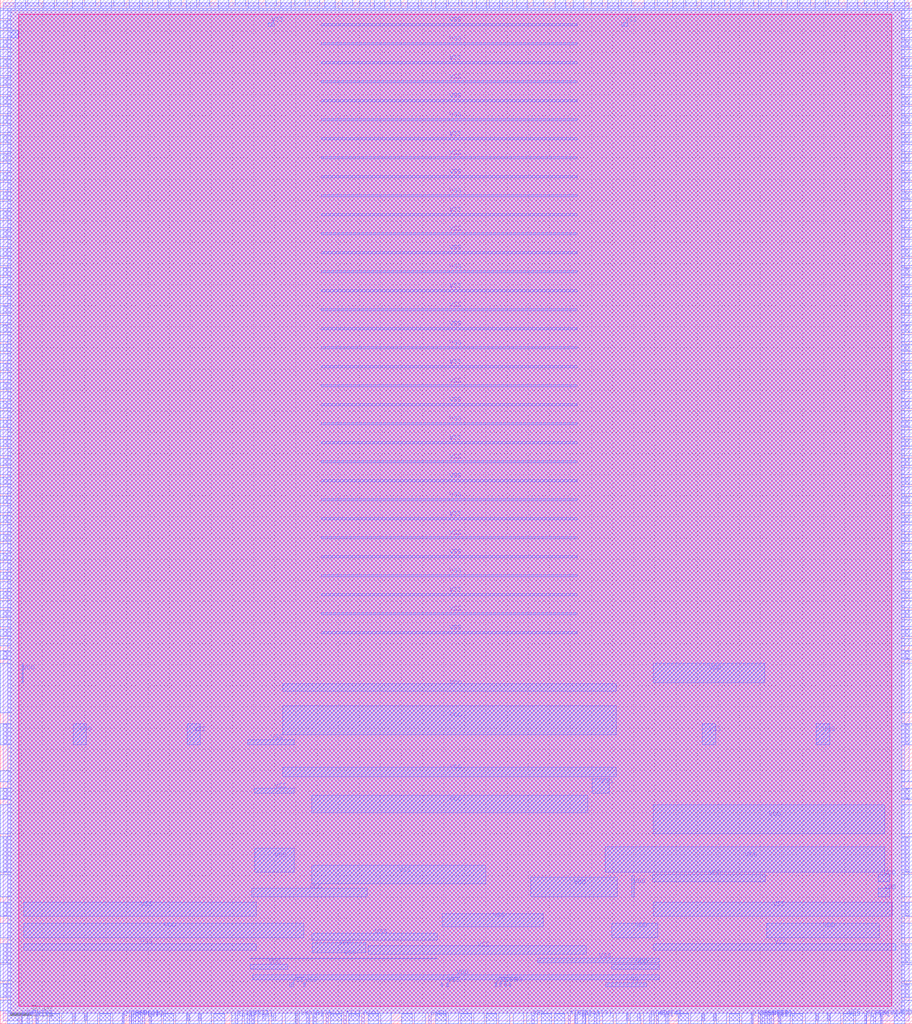
<source format=lef>
VERSION 5.7 ;
  NOWIREEXTENSIONATPIN ON ;
  DIVIDERCHAR "/" ;
  BUSBITCHARS "[]" ;
MACRO gf180mcu_fd_sc_mcu9t5v0__addf_1
  CLASS core ;
  FOREIGN gf180mcu_fd_sc_mcu9t5v0__addf_1 ;
  ORIGIN 0.000 0.000 ;
  SIZE 16.800 BY 5.040 ;
  SYMMETRY X Y ;
  SITE GF018hv5v_green_sc9 ;
  PIN A
    DIRECTION INPUT ;
    ANTENNAGATEAREA 3.396000 ;
    PORT
      LAYER Metal1 ;
        RECT 2.265 2.330 3.455 2.710 ;
    END
  END A
  PIN B
    DIRECTION INPUT ;
    ANTENNAGATEAREA 3.396000 ;
    PORT
      LAYER Metal1 ;
        RECT 13.525 2.265 13.850 2.710 ;
    END
  END B
  PIN CI
    DIRECTION INPUT ;
    ANTENNAGATEAREA 2.547000 ;
    PORT
      LAYER Metal1 ;
        RECT 3.890 2.115 12.550 2.345 ;
        RECT 11.910 1.770 12.170 2.115 ;
    END
  END CI
  PIN CO
    DIRECTION OUTPUT ;
    ANTENNADIFFAREA 1.386000 ;
    PORT
      LAYER Metal1 ;
        RECT 15.830 2.890 16.475 3.685 ;
        RECT 16.145 0.845 16.475 2.890 ;
    END
  END CO
  PIN S
    DIRECTION OUTPUT ;
    ANTENNADIFFAREA 1.324400 ;
    PORT
      LAYER Metal1 ;
        RECT 0.150 0.845 0.575 3.830 ;
    END
  END S
  PIN VDD
    DIRECTION INOUT ;
    USE POWER ;
    SHAPE ABUTMENT ;
    PORT
      LAYER Metal1 ;
        RECT 0.000 4.590 16.800 5.490 ;
        RECT 1.365 3.875 1.595 4.590 ;
        RECT 6.625 3.610 6.855 4.590 ;
        RECT 8.665 3.140 8.895 4.590 ;
        RECT 10.705 3.505 10.935 4.590 ;
        RECT 15.125 3.875 15.355 4.590 ;
    END
  END VDD
  PIN VNW
    DIRECTION INOUT ;
    USE POWER ;
    PORT
      LAYER Nwell ;
        RECT -0.430 2.265 17.230 5.470 ;
    END
  END VNW
  PIN VPW
    DIRECTION INOUT ;
    USE GROUND ;
    PORT
      LAYER Pwell ;
        RECT -0.430 -0.430 17.230 2.265 ;
    END
  END VPW
  PIN VSS
    DIRECTION INOUT ;
    USE GROUND ;
    SHAPE ABUTMENT ;
    PORT
      LAYER Metal1 ;
        RECT 1.365 0.450 1.595 1.305 ;
        RECT 6.625 0.450 6.855 1.425 ;
        RECT 8.865 0.450 9.095 1.425 ;
        RECT 10.705 0.450 10.935 1.425 ;
        RECT 15.125 0.450 15.355 1.165 ;
        RECT 0.000 -0.450 16.800 0.450 ;
    END
  END VSS
  OBS
      LAYER Metal1 ;
        RECT 4.385 3.170 4.615 3.790 ;
        RECT 1.805 2.940 4.615 3.170 ;
        RECT 5.605 3.265 5.835 3.845 ;
        RECT 9.685 3.265 9.915 3.845 ;
        RECT 11.725 3.265 11.955 3.845 ;
        RECT 5.605 3.035 7.930 3.265 ;
        RECT 9.685 3.035 11.955 3.265 ;
        RECT 12.845 3.170 13.075 3.685 ;
        RECT 12.845 2.940 14.310 3.170 ;
        RECT 1.805 2.060 2.035 2.940 ;
        RECT 12.845 2.805 13.075 2.940 ;
        RECT 5.010 2.575 13.075 2.805 ;
        RECT 0.870 1.885 2.035 2.060 ;
        RECT 14.080 2.115 14.310 2.940 ;
        RECT 14.080 2.005 15.795 2.115 ;
        RECT 0.870 1.655 4.615 1.885 ;
        RECT 4.385 1.315 4.615 1.655 ;
        RECT 5.505 1.655 7.975 1.885 ;
        RECT 5.505 1.315 5.735 1.655 ;
        RECT 7.745 1.315 7.975 1.655 ;
        RECT 9.585 1.655 11.680 1.885 ;
        RECT 9.585 1.315 9.815 1.655 ;
        RECT 11.450 1.540 11.680 1.655 ;
        RECT 12.945 1.775 15.795 2.005 ;
        RECT 11.450 1.310 12.110 1.540 ;
        RECT 12.945 1.315 13.175 1.775 ;
  END
END gf180mcu_fd_sc_mcu9t5v0__addf_1

#--------EOF---------

MACRO gf180mcu_fd_sc_mcu9t5v0__addf_2
  CLASS core ;
  FOREIGN gf180mcu_fd_sc_mcu9t5v0__addf_2 ;
  ORIGIN 0.000 0.000 ;
  SIZE 19.040 BY 5.040 ;
  SYMMETRY X Y ;
  SITE GF018hv5v_green_sc9 ;
  PIN A
    DIRECTION INPUT ;
    ANTENNAGATEAREA 4.700000 ;
    PORT
      LAYER Metal1 ;
        RECT 3.425 2.330 4.605 2.710 ;
    END
  END A
  PIN B
    DIRECTION INPUT ;
    ANTENNAGATEAREA 4.700000 ;
    PORT
      LAYER Metal1 ;
        RECT 14.710 2.150 16.110 2.710 ;
    END
  END B
  PIN CI
    DIRECTION INPUT ;
    ANTENNAGATEAREA 3.525000 ;
    PORT
      LAYER Metal1 ;
        RECT 5.050 1.920 13.850 2.150 ;
        RECT 13.590 1.770 13.850 1.920 ;
    END
  END CI
  PIN CO
    DIRECTION OUTPUT ;
    ANTENNADIFFAREA 1.622400 ;
    PORT
      LAYER Metal1 ;
        RECT 17.165 2.710 17.395 3.685 ;
        RECT 17.165 0.845 17.770 2.710 ;
    END
  END CO
  PIN S
    DIRECTION OUTPUT ;
    ANTENNADIFFAREA 1.622400 ;
    PORT
      LAYER Metal1 ;
        RECT 1.270 0.845 1.855 3.830 ;
    END
  END S
  PIN VDD
    DIRECTION INOUT ;
    USE POWER ;
    SHAPE ABUTMENT ;
    PORT
      LAYER Metal1 ;
        RECT 0.000 4.590 19.040 5.490 ;
        RECT 0.605 3.845 0.835 4.590 ;
        RECT 2.645 3.845 2.875 4.590 ;
        RECT 7.785 3.905 8.015 4.590 ;
        RECT 10.025 3.435 10.255 4.590 ;
        RECT 11.765 3.435 11.995 4.590 ;
        RECT 15.965 3.905 16.195 4.590 ;
        RECT 18.185 3.845 18.415 4.590 ;
    END
  END VDD
  PIN VNW
    DIRECTION INOUT ;
    USE POWER ;
    PORT
      LAYER Nwell ;
        RECT -0.430 2.265 19.470 5.470 ;
    END
  END VNW
  PIN VPW
    DIRECTION INOUT ;
    USE GROUND ;
    PORT
      LAYER Pwell ;
        RECT -0.430 -0.430 19.470 2.265 ;
    END
  END VPW
  PIN VSS
    DIRECTION INOUT ;
    USE GROUND ;
    SHAPE ABUTMENT ;
    PORT
      LAYER Metal1 ;
        RECT 0.285 0.450 0.515 1.165 ;
        RECT 2.525 0.450 2.755 1.165 ;
        RECT 7.785 0.450 8.015 1.215 ;
        RECT 10.025 0.450 10.255 1.215 ;
        RECT 11.865 0.450 12.095 1.215 ;
        RECT 16.265 0.450 16.495 1.195 ;
        RECT 18.505 0.450 18.735 1.165 ;
        RECT 0.000 -0.450 19.040 0.450 ;
    END
  END VSS
  OBS
      LAYER Metal1 ;
        RECT 5.545 3.170 5.775 3.685 ;
        RECT 2.965 2.940 5.775 3.170 ;
        RECT 8.805 3.160 9.035 3.740 ;
        RECT 2.965 2.115 3.195 2.940 ;
        RECT 5.545 2.875 5.775 2.940 ;
        RECT 6.710 2.930 9.035 3.160 ;
        RECT 10.745 3.160 10.975 3.740 ;
        RECT 12.885 3.160 13.115 3.740 ;
        RECT 10.745 2.930 13.115 3.160 ;
        RECT 14.105 2.985 16.935 3.215 ;
        RECT 14.105 2.700 14.335 2.985 ;
        RECT 6.070 2.470 14.335 2.700 ;
        RECT 2.085 1.775 3.195 2.115 ;
        RECT 2.965 1.600 3.195 1.775 ;
        RECT 2.965 1.370 5.830 1.600 ;
        RECT 6.665 1.445 9.135 1.675 ;
        RECT 6.665 1.315 6.895 1.445 ;
        RECT 8.905 1.315 9.135 1.445 ;
        RECT 10.745 1.445 13.215 1.675 ;
        RECT 16.705 1.655 16.935 2.985 ;
        RECT 10.745 1.315 10.975 1.445 ;
        RECT 12.985 1.315 13.215 1.445 ;
        RECT 14.050 1.425 16.935 1.655 ;
        RECT 14.050 1.370 14.390 1.425 ;
  END
END gf180mcu_fd_sc_mcu9t5v0__addf_2

#--------EOF---------

MACRO gf180mcu_fd_sc_mcu9t5v0__addf_4
  CLASS core ;
  FOREIGN gf180mcu_fd_sc_mcu9t5v0__addf_4 ;
  ORIGIN 0.000 0.000 ;
  SIZE 23.520 BY 5.040 ;
  SYMMETRY X Y ;
  SITE GF018hv5v_green_sc9 ;
  PIN A
    DIRECTION INPUT ;
    ANTENNAGATEAREA 4.700000 ;
    PORT
      LAYER Metal1 ;
        RECT 5.705 1.860 6.785 2.710 ;
    END
  END A
  PIN B
    DIRECTION INPUT ;
    ANTENNAGATEAREA 4.700000 ;
    PORT
      LAYER Metal1 ;
        RECT 16.965 2.330 18.530 2.710 ;
    END
  END B
  PIN CI
    DIRECTION INPUT ;
    ANTENNAGATEAREA 3.525000 ;
    PORT
      LAYER Metal1 ;
        RECT 7.330 1.920 15.990 2.150 ;
        RECT 11.910 1.770 12.170 1.920 ;
    END
  END CI
  PIN CO
    DIRECTION OUTPUT ;
    ANTENNADIFFAREA 3.642000 ;
    PORT
      LAYER Metal1 ;
        RECT 19.635 3.105 19.865 3.685 ;
        RECT 21.875 3.105 22.105 3.685 ;
        RECT 19.635 2.875 22.105 3.105 ;
        RECT 20.725 1.655 21.185 2.875 ;
        RECT 19.685 1.425 22.155 1.655 ;
        RECT 19.685 0.845 19.915 1.425 ;
        RECT 21.925 0.845 22.155 1.425 ;
    END
  END CO
  PIN S
    DIRECTION OUTPUT ;
    ANTENNADIFFAREA 3.815850 ;
    PORT
      LAYER Metal1 ;
        RECT 1.445 3.105 1.675 3.685 ;
        RECT 3.785 3.105 4.015 3.685 ;
        RECT 1.445 2.875 4.015 3.105 ;
        RECT 2.380 1.655 2.840 2.875 ;
        RECT 1.445 1.425 3.915 1.655 ;
        RECT 1.445 0.845 1.675 1.425 ;
        RECT 3.685 0.845 3.915 1.425 ;
    END
  END S
  PIN VDD
    DIRECTION INOUT ;
    USE POWER ;
    SHAPE ABUTMENT ;
    PORT
      LAYER Metal1 ;
        RECT 0.000 4.590 23.520 5.490 ;
        RECT 0.325 3.875 0.555 4.590 ;
        RECT 2.555 3.875 2.785 4.590 ;
        RECT 4.905 3.875 5.135 4.590 ;
        RECT 10.065 3.905 10.295 4.590 ;
        RECT 12.205 3.435 12.435 4.590 ;
        RECT 14.145 3.435 14.375 4.590 ;
        RECT 18.465 3.875 18.695 4.590 ;
        RECT 20.750 3.875 20.980 4.590 ;
        RECT 22.945 3.875 23.175 4.590 ;
    END
  END VDD
  PIN VNW
    DIRECTION INOUT ;
    USE POWER ;
    PORT
      LAYER Nwell ;
        RECT -0.430 2.265 23.950 5.470 ;
    END
  END VNW
  PIN VPW
    DIRECTION INOUT ;
    USE GROUND ;
    PORT
      LAYER Pwell ;
        RECT -0.430 -0.430 23.950 2.265 ;
    END
  END VPW
  PIN VSS
    DIRECTION INOUT ;
    USE GROUND ;
    SHAPE ABUTMENT ;
    PORT
      LAYER Metal1 ;
        RECT 0.325 0.450 0.555 1.165 ;
        RECT 2.565 0.450 2.795 1.165 ;
        RECT 4.805 0.450 5.035 1.165 ;
        RECT 10.065 0.450 10.295 1.215 ;
        RECT 12.305 0.450 12.535 1.215 ;
        RECT 14.145 0.450 14.375 1.215 ;
        RECT 18.565 0.450 18.795 1.165 ;
        RECT 20.805 0.450 21.035 1.165 ;
        RECT 23.045 0.450 23.275 1.165 ;
        RECT 0.000 -0.450 23.520 0.450 ;
    END
  END VSS
  OBS
      LAYER Metal1 ;
        RECT 7.825 3.170 8.055 3.685 ;
        RECT 5.245 2.940 8.055 3.170 ;
        RECT 4.310 2.060 4.595 2.585 ;
        RECT 5.245 2.060 5.475 2.940 ;
        RECT 7.825 2.875 8.055 2.940 ;
        RECT 9.045 3.160 9.275 3.740 ;
        RECT 13.125 3.160 13.355 3.740 ;
        RECT 15.165 3.160 15.395 3.740 ;
        RECT 16.285 3.170 16.515 3.750 ;
        RECT 9.045 2.930 11.370 3.160 ;
        RECT 13.125 2.930 15.395 3.160 ;
        RECT 15.625 2.940 19.235 3.170 ;
        RECT 15.625 2.700 15.855 2.940 ;
        RECT 8.450 2.470 15.855 2.700 ;
        RECT 4.310 1.830 5.475 2.060 ;
        RECT 19.005 2.005 19.235 2.940 ;
        RECT 5.245 1.545 5.475 1.830 ;
        RECT 16.385 1.775 19.235 2.005 ;
        RECT 5.245 1.315 8.110 1.545 ;
        RECT 8.945 1.445 11.415 1.675 ;
        RECT 8.945 1.315 9.175 1.445 ;
        RECT 11.185 1.315 11.415 1.445 ;
        RECT 13.025 1.445 15.495 1.675 ;
        RECT 13.025 1.315 13.255 1.445 ;
        RECT 15.265 1.315 15.495 1.445 ;
        RECT 16.385 1.315 16.615 1.775 ;
  END
END gf180mcu_fd_sc_mcu9t5v0__addf_4

#--------EOF---------

MACRO gf180mcu_fd_sc_mcu9t5v0__addh_1
  CLASS core ;
  FOREIGN gf180mcu_fd_sc_mcu9t5v0__addh_1 ;
  ORIGIN 0.000 0.000 ;
  SIZE 9.520 BY 5.040 ;
  SYMMETRY X Y ;
  SITE GF018hv5v_green_sc9 ;
  PIN A
    DIRECTION INPUT ;
    ANTENNAGATEAREA 1.707000 ;
    PORT
      LAYER Metal1 ;
        RECT 2.285 2.950 6.075 3.270 ;
        RECT 2.285 2.215 2.515 2.950 ;
        RECT 5.845 2.215 6.075 2.950 ;
    END
  END A
  PIN B
    DIRECTION INPUT ;
    ANTENNAGATEAREA 1.707000 ;
    PORT
      LAYER Metal1 ;
        RECT 2.950 2.270 5.195 2.650 ;
    END
  END B
  PIN CO
    DIRECTION OUTPUT ;
    ANTENNADIFFAREA 1.386000 ;
    PORT
      LAYER Metal1 ;
        RECT 0.150 0.845 0.575 4.360 ;
    END
  END CO
  PIN S
    DIRECTION OUTPUT ;
    ANTENNADIFFAREA 1.386000 ;
    PORT
      LAYER Metal1 ;
        RECT 8.845 1.590 9.175 4.360 ;
        RECT 8.550 1.210 9.175 1.590 ;
        RECT 8.945 0.845 9.175 1.210 ;
    END
  END S
  PIN VDD
    DIRECTION INOUT ;
    USE POWER ;
    SHAPE ABUTMENT ;
    PORT
      LAYER Metal1 ;
        RECT 0.000 4.590 9.520 5.490 ;
        RECT 1.365 3.550 1.595 4.590 ;
        RECT 3.645 3.960 3.875 4.590 ;
        RECT 4.385 3.960 4.615 4.590 ;
        RECT 7.645 3.550 7.875 4.590 ;
    END
  END VDD
  PIN VNW
    DIRECTION INOUT ;
    USE POWER ;
    PORT
      LAYER Nwell ;
        RECT -0.430 2.265 9.950 5.470 ;
    END
  END VNW
  PIN VPW
    DIRECTION INOUT ;
    USE GROUND ;
    PORT
      LAYER Pwell ;
        RECT -0.430 -0.430 9.950 2.265 ;
    END
  END VPW
  PIN VSS
    DIRECTION INOUT ;
    USE GROUND ;
    SHAPE ABUTMENT ;
    PORT
      LAYER Metal1 ;
        RECT 1.365 0.450 1.595 1.350 ;
        RECT 7.645 0.450 7.875 1.355 ;
        RECT 0.000 -0.450 9.520 0.450 ;
    END
  END VSS
  OBS
      LAYER Metal1 ;
        RECT 2.625 3.730 2.855 4.360 ;
        RECT 6.570 3.960 7.415 4.190 ;
        RECT 1.825 3.500 6.955 3.730 ;
        RECT 1.825 2.555 2.055 3.500 ;
        RECT 0.925 2.215 2.055 2.555 ;
        RECT 6.725 2.500 6.955 3.500 ;
        RECT 7.185 3.320 7.415 3.960 ;
        RECT 7.185 3.090 7.810 3.320 ;
        RECT 7.580 2.555 7.810 3.090 ;
        RECT 6.725 2.270 7.350 2.500 ;
        RECT 1.825 1.300 2.055 2.215 ;
        RECT 7.580 2.215 8.495 2.555 ;
        RECT 7.580 1.985 7.810 2.215 ;
        RECT 5.405 1.755 7.810 1.985 ;
        RECT 1.825 1.070 3.850 1.300 ;
        RECT 4.285 0.910 4.515 1.355 ;
        RECT 5.405 1.140 5.635 1.755 ;
        RECT 6.525 0.910 6.755 1.355 ;
        RECT 4.285 0.680 6.755 0.910 ;
  END
END gf180mcu_fd_sc_mcu9t5v0__addh_1

#--------EOF---------

MACRO gf180mcu_fd_sc_mcu9t5v0__addh_2
  CLASS core ;
  FOREIGN gf180mcu_fd_sc_mcu9t5v0__addh_2 ;
  ORIGIN 0.000 0.000 ;
  SIZE 11.760 BY 5.040 ;
  SYMMETRY X Y ;
  SITE GF018hv5v_green_sc9 ;
  PIN A
    DIRECTION INPUT ;
    ANTENNAGATEAREA 3.414000 ;
    PORT
      LAYER Metal1 ;
        RECT 3.610 2.940 6.010 3.170 ;
        RECT 3.610 2.500 3.840 2.940 ;
        RECT 3.030 2.270 3.840 2.500 ;
        RECT 5.750 2.500 6.010 2.940 ;
        RECT 5.750 2.270 7.160 2.500 ;
    END
  END A
  PIN B
    DIRECTION INPUT ;
    ANTENNAGATEAREA 3.414000 ;
    PORT
      LAYER Metal1 ;
        RECT 4.070 2.150 4.330 2.710 ;
    END
  END B
  PIN CO
    DIRECTION OUTPUT ;
    ANTENNADIFFAREA 1.821000 ;
    PORT
      LAYER Metal1 ;
        RECT 1.270 0.770 1.615 4.355 ;
    END
  END CO
  PIN S
    DIRECTION OUTPUT ;
    ANTENNADIFFAREA 1.729500 ;
    PORT
      LAYER Metal1 ;
        RECT 9.985 1.590 10.215 4.355 ;
        RECT 9.985 0.770 10.490 1.590 ;
    END
  END S
  PIN VDD
    DIRECTION INOUT ;
    USE POWER ;
    SHAPE ABUTMENT ;
    PORT
      LAYER Metal1 ;
        RECT 0.000 4.590 11.760 5.490 ;
        RECT 0.315 3.875 0.545 4.590 ;
        RECT 2.455 3.875 2.685 4.590 ;
        RECT 4.545 3.875 4.775 4.590 ;
        RECT 5.365 3.875 5.595 4.590 ;
        RECT 8.865 3.875 9.095 4.590 ;
        RECT 11.055 3.875 11.285 4.590 ;
    END
  END VDD
  PIN VNW
    DIRECTION INOUT ;
    USE POWER ;
    PORT
      LAYER Nwell ;
        RECT -0.430 2.265 12.190 5.470 ;
    END
  END VNW
  PIN VPW
    DIRECTION INOUT ;
    USE GROUND ;
    PORT
      LAYER Pwell ;
        RECT -0.430 -0.430 12.190 2.265 ;
    END
  END VPW
  PIN VSS
    DIRECTION INOUT ;
    USE GROUND ;
    SHAPE ABUTMENT ;
    PORT
      LAYER Metal1 ;
        RECT 0.265 0.450 0.495 1.580 ;
        RECT 2.505 0.450 2.735 1.580 ;
        RECT 8.865 0.450 9.095 1.580 ;
        RECT 11.105 0.450 11.335 1.580 ;
        RECT 0.000 -0.450 11.760 0.450 ;
    END
  END VSS
  OBS
      LAYER Metal1 ;
        RECT 3.525 3.630 3.755 4.325 ;
        RECT 7.505 3.875 8.635 4.215 ;
        RECT 2.570 3.400 8.175 3.630 ;
        RECT 2.570 2.665 2.800 3.400 ;
        RECT 2.015 2.385 2.800 2.665 ;
        RECT 2.015 1.855 2.245 2.385 ;
        RECT 7.945 2.040 8.175 3.400 ;
        RECT 4.545 1.810 8.175 2.040 ;
        RECT 8.405 2.645 8.635 3.875 ;
        RECT 8.405 2.270 9.635 2.645 ;
        RECT 4.545 0.770 4.775 1.810 ;
        RECT 5.265 0.910 5.495 1.580 ;
        RECT 8.405 1.570 8.635 2.270 ;
        RECT 9.400 1.835 9.635 2.270 ;
        RECT 6.385 1.340 8.635 1.570 ;
        RECT 6.385 1.140 6.615 1.340 ;
        RECT 7.505 0.910 7.735 1.110 ;
        RECT 5.265 0.680 7.735 0.910 ;
  END
END gf180mcu_fd_sc_mcu9t5v0__addh_2

#--------EOF---------

MACRO gf180mcu_fd_sc_mcu9t5v0__addh_4
  CLASS core ;
  FOREIGN gf180mcu_fd_sc_mcu9t5v0__addh_4 ;
  ORIGIN 0.000 0.000 ;
  SIZE 21.280 BY 5.040 ;
  SYMMETRY X Y ;
  SITE GF018hv5v_green_sc9 ;
  PIN A
    DIRECTION INPUT ;
    ANTENNAGATEAREA 6.300000 ;
    PORT
      LAYER Metal1 ;
        RECT 1.100 2.630 8.080 2.860 ;
        RECT 1.100 2.215 1.330 2.630 ;
        RECT 3.930 2.285 6.450 2.630 ;
        RECT 7.850 2.500 8.080 2.630 ;
        RECT 7.850 2.270 9.860 2.500 ;
    END
  END A
  PIN B
    DIRECTION INPUT ;
    ANTENNAGATEAREA 6.300000 ;
    PORT
      LAYER Metal1 ;
        RECT 1.770 2.055 3.050 2.400 ;
        RECT 6.680 2.170 7.620 2.400 ;
        RECT 6.680 2.055 6.910 2.170 ;
        RECT 1.770 1.825 6.910 2.055 ;
    END
  END B
  PIN CO
    DIRECTION OUTPUT ;
    ANTENNADIFFAREA 3.550500 ;
    PORT
      LAYER Metal1 ;
        RECT 12.470 2.985 15.100 3.215 ;
        RECT 12.470 1.595 12.805 2.985 ;
        RECT 12.470 1.365 15.150 1.595 ;
    END
  END CO
  PIN S
    DIRECTION OUTPUT ;
    ANTENNADIFFAREA 3.660300 ;
    PORT
      LAYER Metal1 ;
        RECT 16.950 3.320 17.235 4.360 ;
        RECT 19.205 3.320 19.435 4.360 ;
        RECT 16.950 2.960 19.435 3.320 ;
        RECT 19.075 1.790 19.435 2.960 ;
        RECT 16.950 1.430 19.575 1.790 ;
        RECT 16.950 0.695 17.335 1.430 ;
        RECT 19.345 0.695 19.575 1.430 ;
    END
  END S
  PIN VDD
    DIRECTION INOUT ;
    USE POWER ;
    SHAPE ABUTMENT ;
    PORT
      LAYER Metal1 ;
        RECT 0.000 4.590 21.280 5.490 ;
        RECT 0.295 3.550 0.525 4.590 ;
        RECT 2.335 3.550 2.565 4.590 ;
        RECT 4.425 3.550 4.655 4.590 ;
        RECT 7.915 4.010 8.145 4.590 ;
        RECT 11.275 4.010 11.505 4.590 ;
        RECT 13.695 4.010 13.925 4.590 ;
        RECT 15.885 3.550 16.115 4.590 ;
        RECT 18.125 3.550 18.355 4.590 ;
        RECT 20.335 3.550 20.565 4.590 ;
    END
  END VDD
  PIN VNW
    DIRECTION INOUT ;
    USE POWER ;
    PORT
      LAYER Nwell ;
        RECT -0.430 2.265 21.710 5.470 ;
    END
  END VNW
  PIN VPW
    DIRECTION INOUT ;
    USE GROUND ;
    PORT
      LAYER Pwell ;
        RECT -0.430 -0.430 21.710 2.265 ;
    END
  END VPW
  PIN VSS
    DIRECTION INOUT ;
    USE GROUND ;
    SHAPE ABUTMENT ;
    PORT
      LAYER Metal1 ;
        RECT 0.245 0.450 0.475 1.200 ;
        RECT 4.425 0.450 4.655 1.595 ;
        RECT 11.505 0.675 11.735 1.125 ;
        RECT 15.985 0.675 16.215 1.200 ;
        RECT 11.505 0.450 16.215 0.675 ;
        RECT 18.225 0.450 18.455 1.200 ;
        RECT 20.465 0.450 20.695 1.200 ;
        RECT 0.000 -0.450 21.280 0.450 ;
    END
  END VSS
  OBS
      LAYER Metal1 ;
        RECT 1.315 3.320 1.545 4.360 ;
        RECT 3.405 3.320 3.635 4.360 ;
        RECT 5.725 3.780 5.955 4.360 ;
        RECT 10.155 3.780 10.385 4.360 ;
        RECT 5.725 3.550 15.610 3.780 ;
        RECT 0.640 3.090 10.320 3.320 ;
        RECT 0.640 1.595 0.870 3.090 ;
        RECT 10.090 2.500 10.320 3.090 ;
        RECT 15.380 2.555 15.610 3.550 ;
        RECT 10.090 2.270 12.230 2.500 ;
        RECT 15.380 2.215 18.590 2.555 ;
        RECT 0.640 1.365 2.615 1.595 ;
        RECT 2.385 0.695 2.615 1.365 ;
        RECT 6.790 1.355 12.195 1.585 ;
        RECT 11.965 1.135 12.195 1.355 ;
        RECT 15.380 1.135 15.610 2.215 ;
        RECT 5.670 0.845 10.490 1.075 ;
        RECT 11.965 0.905 15.610 1.135 ;
  END
END gf180mcu_fd_sc_mcu9t5v0__addh_4

#--------EOF---------

MACRO gf180mcu_fd_sc_mcu9t5v0__and2_1
  CLASS core ;
  FOREIGN gf180mcu_fd_sc_mcu9t5v0__and2_1 ;
  ORIGIN 0.000 0.000 ;
  SIZE 4.480 BY 5.040 ;
  SYMMETRY X Y ;
  SITE GF018hv5v_green_sc9 ;
  PIN A1
    DIRECTION INPUT ;
    ANTENNAGATEAREA 0.806000 ;
    PORT
      LAYER Metal1 ;
        RECT 0.710 2.710 0.970 2.960 ;
        RECT 0.115 2.150 0.970 2.710 ;
    END
  END A1
  PIN A2
    DIRECTION INPUT ;
    ANTENNAGATEAREA 0.806000 ;
    PORT
      LAYER Metal1 ;
        RECT 1.830 2.710 2.060 2.960 ;
        RECT 1.830 2.150 2.715 2.710 ;
    END
  END A2
  PIN Z
    DIRECTION OUTPUT ;
    ANTENNADIFFAREA 1.386000 ;
    PORT
      LAYER Metal1 ;
        RECT 3.510 0.845 3.855 3.685 ;
    END
  END Z
  PIN VDD
    DIRECTION INOUT ;
    USE POWER ;
    SHAPE ABUTMENT ;
    PORT
      LAYER Metal1 ;
        RECT 0.000 4.590 4.480 5.490 ;
        RECT 0.245 4.345 0.475 4.590 ;
        RECT 2.285 4.345 2.515 4.590 ;
    END
  END VDD
  PIN VNW
    DIRECTION INOUT ;
    USE POWER ;
    PORT
      LAYER Nwell ;
        RECT -0.430 2.265 4.910 5.470 ;
    END
  END VNW
  PIN VPW
    DIRECTION INOUT ;
    USE GROUND ;
    PORT
      LAYER Pwell ;
        RECT -0.430 -0.430 4.910 2.265 ;
    END
  END VPW
  PIN VSS
    DIRECTION INOUT ;
    USE GROUND ;
    SHAPE ABUTMENT ;
    PORT
      LAYER Metal1 ;
        RECT 2.505 0.450 2.735 1.165 ;
        RECT 0.000 -0.450 4.480 0.450 ;
    END
  END VSS
  OBS
      LAYER Metal1 ;
        RECT 1.210 4.115 1.550 4.170 ;
        RECT 1.210 3.885 3.175 4.115 ;
        RECT 2.945 1.625 3.175 3.885 ;
        RECT 0.190 1.395 3.175 1.625 ;
        RECT 0.190 1.370 0.530 1.395 ;
  END
END gf180mcu_fd_sc_mcu9t5v0__and2_1

#--------EOF---------

MACRO gf180mcu_fd_sc_mcu9t5v0__and2_2
  CLASS core ;
  FOREIGN gf180mcu_fd_sc_mcu9t5v0__and2_2 ;
  ORIGIN 0.000 0.000 ;
  SIZE 5.040 BY 5.040 ;
  SYMMETRY X Y ;
  SITE GF018hv5v_green_sc9 ;
  PIN A1
    DIRECTION INPUT ;
    ANTENNAGATEAREA 1.612000 ;
    PORT
      LAYER Metal1 ;
        RECT 0.150 2.330 0.970 2.715 ;
        RECT 0.710 1.905 0.970 2.330 ;
    END
  END A1
  PIN A2
    DIRECTION INPUT ;
    ANTENNAGATEAREA 1.612000 ;
    PORT
      LAYER Metal1 ;
        RECT 1.270 2.330 2.090 2.710 ;
        RECT 1.830 1.900 2.090 2.330 ;
    END
  END A2
  PIN Z
    DIRECTION OUTPUT ;
    ANTENNADIFFAREA 1.638000 ;
    PORT
      LAYER Metal1 ;
        RECT 3.420 0.845 3.770 3.685 ;
    END
  END Z
  PIN VDD
    DIRECTION INOUT ;
    USE POWER ;
    SHAPE ABUTMENT ;
    PORT
      LAYER Metal1 ;
        RECT 0.000 4.590 5.040 5.490 ;
        RECT 0.260 3.685 0.490 4.590 ;
        RECT 2.520 3.875 2.750 4.590 ;
        RECT 4.560 3.875 4.790 4.590 ;
    END
  END VDD
  PIN VNW
    DIRECTION INOUT ;
    USE POWER ;
    PORT
      LAYER Nwell ;
        RECT -0.430 2.265 5.470 5.470 ;
    END
  END VNW
  PIN VPW
    DIRECTION INOUT ;
    USE GROUND ;
    PORT
      LAYER Pwell ;
        RECT -0.430 -0.430 5.470 2.265 ;
    END
  END VPW
  PIN VSS
    DIRECTION INOUT ;
    USE GROUND ;
    SHAPE ABUTMENT ;
    PORT
      LAYER Metal1 ;
        RECT 2.300 0.450 2.530 1.165 ;
        RECT 4.540 0.450 4.770 1.165 ;
        RECT 0.000 -0.450 5.040 0.450 ;
    END
  END VSS
  OBS
      LAYER Metal1 ;
        RECT 1.280 3.170 1.510 3.750 ;
        RECT 1.280 2.940 2.970 3.170 ;
        RECT 2.740 1.655 2.970 2.940 ;
        RECT 0.260 1.425 2.970 1.655 ;
        RECT 0.260 0.845 0.490 1.425 ;
  END
END gf180mcu_fd_sc_mcu9t5v0__and2_2

#--------EOF---------

MACRO gf180mcu_fd_sc_mcu9t5v0__and2_4
  CLASS core ;
  FOREIGN gf180mcu_fd_sc_mcu9t5v0__and2_4 ;
  ORIGIN 0.000 0.000 ;
  SIZE 9.520 BY 5.040 ;
  SYMMETRY X Y ;
  SITE GF018hv5v_green_sc9 ;
  PIN A1
    DIRECTION INPUT ;
    ANTENNAGATEAREA 3.224000 ;
    PORT
      LAYER Metal1 ;
        RECT 1.205 1.210 2.090 2.060 ;
    END
  END A1
  PIN A2
    DIRECTION INPUT ;
    ANTENNAGATEAREA 3.224000 ;
    PORT
      LAYER Metal1 ;
        RECT 0.355 2.290 4.030 2.715 ;
        RECT 0.355 1.770 0.970 2.290 ;
    END
  END A2
  PIN Z
    DIRECTION OUTPUT ;
    ANTENNADIFFAREA 3.276000 ;
    PORT
      LAYER Metal1 ;
        RECT 5.445 2.790 8.085 3.685 ;
        RECT 7.485 1.600 8.085 2.790 ;
        RECT 5.390 0.900 8.085 1.600 ;
    END
  END Z
  PIN VDD
    DIRECTION INOUT ;
    USE POWER ;
    SHAPE ABUTMENT ;
    PORT
      LAYER Metal1 ;
        RECT 0.000 4.590 9.520 5.490 ;
        RECT 0.245 3.875 0.475 4.590 ;
        RECT 2.285 3.875 2.515 4.590 ;
        RECT 4.325 3.875 4.555 4.590 ;
        RECT 6.545 4.230 6.775 4.590 ;
        RECT 8.585 4.225 8.815 4.590 ;
    END
  END VDD
  PIN VNW
    DIRECTION INOUT ;
    USE POWER ;
    PORT
      LAYER Nwell ;
        RECT -0.430 2.265 9.950 5.470 ;
    END
  END VNW
  PIN VPW
    DIRECTION INOUT ;
    USE GROUND ;
    PORT
      LAYER Pwell ;
        RECT -0.430 -0.430 9.950 2.265 ;
    END
  END VPW
  PIN VSS
    DIRECTION INOUT ;
    USE GROUND ;
    SHAPE ABUTMENT ;
    PORT
      LAYER Metal1 ;
        RECT 0.245 0.450 0.475 1.165 ;
        RECT 4.325 0.450 4.555 1.165 ;
        RECT 6.510 0.450 6.850 0.640 ;
        RECT 8.805 0.450 9.035 1.165 ;
        RECT 0.000 -0.450 9.520 0.450 ;
    END
  END VSS
  OBS
      LAYER Metal1 ;
        RECT 1.265 3.180 1.495 3.875 ;
        RECT 3.305 3.180 3.535 3.875 ;
        RECT 1.265 2.950 4.995 3.180 ;
        RECT 4.765 2.315 4.995 2.950 ;
        RECT 4.765 1.975 6.465 2.315 ;
        RECT 4.765 1.655 4.995 1.975 ;
        RECT 2.320 1.425 4.995 1.655 ;
        RECT 2.320 0.845 2.550 1.425 ;
  END
END gf180mcu_fd_sc_mcu9t5v0__and2_4

#--------EOF---------

MACRO gf180mcu_fd_sc_mcu9t5v0__and3_1
  CLASS core ;
  FOREIGN gf180mcu_fd_sc_mcu9t5v0__and3_1 ;
  ORIGIN 0.000 0.000 ;
  SIZE 5.600 BY 5.040 ;
  SYMMETRY X Y ;
  SITE GF018hv5v_green_sc9 ;
  PIN A1
    DIRECTION INPUT ;
    ANTENNAGATEAREA 0.761000 ;
    PORT
      LAYER Metal1 ;
        RECT 0.125 2.740 1.145 3.345 ;
    END
  END A1
  PIN A2
    DIRECTION INPUT ;
    ANTENNAGATEAREA 0.761000 ;
    PORT
      LAYER Metal1 ;
        RECT 1.820 2.740 2.725 3.375 ;
    END
  END A2
  PIN A3
    DIRECTION INPUT ;
    ANTENNAGATEAREA 0.761000 ;
    PORT
      LAYER Metal1 ;
        RECT 0.565 1.770 2.955 2.150 ;
    END
  END A3
  PIN Z
    DIRECTION OUTPUT ;
    ANTENNADIFFAREA 1.386000 ;
    PORT
      LAYER Metal1 ;
        RECT 4.630 0.845 4.995 3.830 ;
    END
  END Z
  PIN VDD
    DIRECTION INOUT ;
    USE POWER ;
    SHAPE ABUTMENT ;
    PORT
      LAYER Metal1 ;
        RECT 0.000 4.590 5.600 5.490 ;
        RECT 1.265 4.345 1.495 4.590 ;
        RECT 3.645 4.345 3.875 4.590 ;
    END
  END VDD
  PIN VNW
    DIRECTION INOUT ;
    USE POWER ;
    PORT
      LAYER Nwell ;
        RECT -0.430 2.265 6.030 5.470 ;
    END
  END VNW
  PIN VPW
    DIRECTION INOUT ;
    USE GROUND ;
    PORT
      LAYER Pwell ;
        RECT -0.430 -0.430 6.030 2.265 ;
    END
  END VPW
  PIN VSS
    DIRECTION INOUT ;
    USE GROUND ;
    SHAPE ABUTMENT ;
    PORT
      LAYER Metal1 ;
        RECT 3.645 0.450 3.875 1.350 ;
        RECT 0.000 -0.450 5.600 0.450 ;
    END
  END VSS
  OBS
      LAYER Metal1 ;
        RECT 0.245 4.115 0.475 4.315 ;
        RECT 2.285 4.115 3.415 4.315 ;
        RECT 0.245 3.885 3.415 4.115 ;
        RECT 3.185 2.115 3.415 3.885 ;
        RECT 3.185 1.775 4.315 2.115 ;
        RECT 0.245 0.980 0.475 1.355 ;
        RECT 3.185 0.980 3.415 1.775 ;
        RECT 0.245 0.750 3.415 0.980 ;
  END
END gf180mcu_fd_sc_mcu9t5v0__and3_1

#--------EOF---------

MACRO gf180mcu_fd_sc_mcu9t5v0__and3_2
  CLASS core ;
  FOREIGN gf180mcu_fd_sc_mcu9t5v0__and3_2 ;
  ORIGIN 0.000 0.000 ;
  SIZE 6.160 BY 5.040 ;
  SYMMETRY X Y ;
  SITE GF018hv5v_green_sc9 ;
  PIN A1
    DIRECTION INPUT ;
    ANTENNAGATEAREA 1.522000 ;
    PORT
      LAYER Metal1 ;
        RECT 0.115 2.150 0.970 2.710 ;
    END
  END A1
  PIN A2
    DIRECTION INPUT ;
    ANTENNAGATEAREA 1.522000 ;
    PORT
      LAYER Metal1 ;
        RECT 1.210 2.150 2.090 2.710 ;
    END
  END A2
  PIN A3
    DIRECTION INPUT ;
    ANTENNAGATEAREA 1.522000 ;
    PORT
      LAYER Metal1 ;
        RECT 2.390 2.290 3.210 2.710 ;
    END
  END A3
  PIN Z
    DIRECTION OUTPUT ;
    ANTENNADIFFAREA 1.638000 ;
    PORT
      LAYER Metal1 ;
        RECT 4.480 0.845 4.890 3.685 ;
    END
  END Z
  PIN VDD
    DIRECTION INOUT ;
    USE POWER ;
    SHAPE ABUTMENT ;
    PORT
      LAYER Metal1 ;
        RECT 0.000 4.590 6.160 5.490 ;
        RECT 1.320 3.875 1.550 4.590 ;
        RECT 3.360 3.875 3.590 4.590 ;
        RECT 5.580 3.875 5.810 4.590 ;
    END
  END VDD
  PIN VNW
    DIRECTION INOUT ;
    USE POWER ;
    PORT
      LAYER Nwell ;
        RECT -0.430 2.265 6.590 5.470 ;
    END
  END VNW
  PIN VPW
    DIRECTION INOUT ;
    USE GROUND ;
    PORT
      LAYER Pwell ;
        RECT -0.430 -0.430 6.590 2.265 ;
    END
  END VPW
  PIN VSS
    DIRECTION INOUT ;
    USE GROUND ;
    SHAPE ABUTMENT ;
    PORT
      LAYER Metal1 ;
        RECT 3.360 0.450 3.590 1.165 ;
        RECT 5.600 0.450 5.830 1.165 ;
        RECT 0.000 -0.450 6.160 0.450 ;
    END
  END VSS
  OBS
      LAYER Metal1 ;
        RECT 2.340 3.530 2.570 4.110 ;
        RECT 0.245 3.300 4.210 3.530 ;
        RECT 3.980 1.920 4.210 3.300 ;
        RECT 0.300 1.690 4.210 1.920 ;
        RECT 0.300 0.845 0.530 1.690 ;
  END
END gf180mcu_fd_sc_mcu9t5v0__and3_2

#--------EOF---------

MACRO gf180mcu_fd_sc_mcu9t5v0__and3_4
  CLASS core ;
  FOREIGN gf180mcu_fd_sc_mcu9t5v0__and3_4 ;
  ORIGIN 0.000 0.000 ;
  SIZE 11.200 BY 5.040 ;
  SYMMETRY X Y ;
  SITE GF018hv5v_green_sc9 ;
  PIN A1
    DIRECTION INPUT ;
    ANTENNAGATEAREA 3.044000 ;
    PORT
      LAYER Metal1 ;
        RECT 1.245 1.730 3.115 2.150 ;
    END
  END A1
  PIN A2
    DIRECTION INPUT ;
    ANTENNAGATEAREA 3.044000 ;
    PORT
      LAYER Metal1 ;
        RECT 1.790 2.380 5.000 2.610 ;
        RECT 3.995 1.770 5.000 2.380 ;
    END
  END A2
  PIN A3
    DIRECTION INPUT ;
    ANTENNAGATEAREA 3.044000 ;
    PORT
      LAYER Metal1 ;
        RECT 0.150 2.840 6.020 3.070 ;
        RECT 0.150 2.330 0.995 2.840 ;
        RECT 5.785 2.415 6.020 2.840 ;
    END
  END A3
  PIN Z
    DIRECTION OUTPUT ;
    ANTENNADIFFAREA 3.276000 ;
    PORT
      LAYER Metal1 ;
        RECT 7.550 2.925 9.930 3.630 ;
        RECT 9.580 1.600 9.930 2.925 ;
        RECT 7.250 0.895 9.930 1.600 ;
    END
  END Z
  PIN VDD
    DIRECTION INOUT ;
    USE POWER ;
    SHAPE ABUTMENT ;
    PORT
      LAYER Metal1 ;
        RECT 0.000 4.590 11.200 5.490 ;
        RECT 0.245 3.505 0.475 4.590 ;
        RECT 2.285 3.975 2.515 4.590 ;
        RECT 4.325 3.975 4.555 4.590 ;
        RECT 6.585 3.875 6.815 4.590 ;
        RECT 8.625 3.875 8.855 4.590 ;
        RECT 10.665 3.875 10.895 4.590 ;
    END
  END VDD
  PIN VNW
    DIRECTION INOUT ;
    USE POWER ;
    PORT
      LAYER Nwell ;
        RECT -0.430 2.265 11.630 5.470 ;
    END
  END VNW
  PIN VPW
    DIRECTION INOUT ;
    USE GROUND ;
    PORT
      LAYER Pwell ;
        RECT -0.430 -0.430 11.630 2.265 ;
    END
  END VPW
  PIN VSS
    DIRECTION INOUT ;
    USE GROUND ;
    SHAPE ABUTMENT ;
    PORT
      LAYER Metal1 ;
        RECT 0.325 0.450 0.555 0.695 ;
        RECT 6.185 0.450 6.415 1.165 ;
        RECT 8.370 0.450 8.710 0.640 ;
        RECT 10.665 0.450 10.895 1.165 ;
        RECT 0.000 -0.450 11.200 0.450 ;
    END
  END VSS
  OBS
      LAYER Metal1 ;
        RECT 1.265 3.530 1.495 4.110 ;
        RECT 3.305 3.530 3.535 4.110 ;
        RECT 5.345 3.530 5.575 4.110 ;
        RECT 1.265 3.300 6.855 3.530 ;
        RECT 6.625 2.310 6.855 3.300 ;
        RECT 6.625 1.970 9.260 2.310 ;
        RECT 6.625 1.625 6.855 1.970 ;
        RECT 5.500 1.520 6.855 1.625 ;
        RECT 3.305 1.395 6.855 1.520 ;
        RECT 3.305 1.290 5.755 1.395 ;
        RECT 3.305 0.710 3.535 1.290 ;
  END
END gf180mcu_fd_sc_mcu9t5v0__and3_4

#--------EOF---------

MACRO gf180mcu_fd_sc_mcu9t5v0__and4_1
  CLASS core ;
  FOREIGN gf180mcu_fd_sc_mcu9t5v0__and4_1 ;
  ORIGIN 0.000 0.000 ;
  SIZE 6.160 BY 5.040 ;
  SYMMETRY X Y ;
  SITE GF018hv5v_green_sc9 ;
  PIN A1
    DIRECTION INPUT ;
    ANTENNAGATEAREA 0.716000 ;
    PORT
      LAYER Metal1 ;
        RECT 0.115 2.165 0.975 2.710 ;
    END
  END A1
  PIN A2
    DIRECTION INPUT ;
    ANTENNAGATEAREA 0.716000 ;
    PORT
      LAYER Metal1 ;
        RECT 1.230 1.210 2.090 2.115 ;
    END
  END A2
  PIN A3
    DIRECTION INPUT ;
    ANTENNAGATEAREA 0.716000 ;
    PORT
      LAYER Metal1 ;
        RECT 2.320 1.210 3.210 2.115 ;
    END
  END A3
  PIN A4
    DIRECTION INPUT ;
    ANTENNAGATEAREA 0.716000 ;
    PORT
      LAYER Metal1 ;
        RECT 3.830 2.330 4.500 2.710 ;
    END
  END A4
  PIN Z
    DIRECTION OUTPUT ;
    ANTENNADIFFAREA 1.386000 ;
    PORT
      LAYER Metal1 ;
        RECT 5.190 2.890 6.045 3.685 ;
        RECT 5.585 0.845 6.045 2.890 ;
    END
  END Z
  PIN VDD
    DIRECTION INOUT ;
    USE POWER ;
    SHAPE ABUTMENT ;
    PORT
      LAYER Metal1 ;
        RECT 0.000 4.590 6.160 5.490 ;
        RECT 0.305 3.155 0.535 4.590 ;
        RECT 2.345 3.155 2.575 4.590 ;
        RECT 4.565 4.345 4.795 4.590 ;
    END
  END VDD
  PIN VNW
    DIRECTION INOUT ;
    USE POWER ;
    PORT
      LAYER Nwell ;
        RECT -0.430 2.265 6.590 5.470 ;
    END
  END VNW
  PIN VPW
    DIRECTION INOUT ;
    USE GROUND ;
    PORT
      LAYER Pwell ;
        RECT -0.430 -0.430 6.590 2.265 ;
    END
  END VPW
  PIN VSS
    DIRECTION INOUT ;
    USE GROUND ;
    SHAPE ABUTMENT ;
    PORT
      LAYER Metal1 ;
        RECT 4.565 0.450 4.795 1.350 ;
        RECT 0.000 -0.450 6.160 0.450 ;
    END
  END VSS
  OBS
      LAYER Metal1 ;
        RECT 1.325 2.925 1.555 3.215 ;
        RECT 3.365 2.985 4.960 3.215 ;
        RECT 3.365 2.925 3.595 2.985 ;
        RECT 1.325 2.695 3.595 2.925 ;
        RECT 4.730 2.115 4.960 2.985 ;
        RECT 4.730 2.005 5.235 2.115 ;
        RECT 3.440 1.775 5.235 2.005 ;
        RECT 0.305 0.980 0.535 1.355 ;
        RECT 3.440 0.980 3.670 1.775 ;
        RECT 0.305 0.750 3.670 0.980 ;
  END
END gf180mcu_fd_sc_mcu9t5v0__and4_1

#--------EOF---------

MACRO gf180mcu_fd_sc_mcu9t5v0__and4_2
  CLASS core ;
  FOREIGN gf180mcu_fd_sc_mcu9t5v0__and4_2 ;
  ORIGIN 0.000 0.000 ;
  SIZE 7.280 BY 5.040 ;
  SYMMETRY X Y ;
  SITE GF018hv5v_green_sc9 ;
  PIN A1
    DIRECTION INPUT ;
    ANTENNAGATEAREA 1.432000 ;
    PORT
      LAYER Metal1 ;
        RECT 0.115 2.150 0.970 2.710 ;
    END
  END A1
  PIN A2
    DIRECTION INPUT ;
    ANTENNAGATEAREA 1.432000 ;
    PORT
      LAYER Metal1 ;
        RECT 1.200 2.150 2.090 2.710 ;
    END
  END A2
  PIN A3
    DIRECTION INPUT ;
    ANTENNAGATEAREA 1.432000 ;
    PORT
      LAYER Metal1 ;
        RECT 2.320 2.290 3.210 2.710 ;
    END
  END A3
  PIN A4
    DIRECTION INPUT ;
    ANTENNAGATEAREA 1.432000 ;
    PORT
      LAYER Metal1 ;
        RECT 3.440 2.330 4.330 2.710 ;
    END
  END A4
  PIN Z
    DIRECTION OUTPUT ;
    ANTENNADIFFAREA 1.638000 ;
    PORT
      LAYER Metal1 ;
        RECT 5.580 1.725 6.100 3.685 ;
        RECT 5.190 0.845 6.100 1.725 ;
    END
  END Z
  PIN VDD
    DIRECTION INOUT ;
    USE POWER ;
    SHAPE ABUTMENT ;
    PORT
      LAYER Metal1 ;
        RECT 0.000 4.590 7.280 5.490 ;
        RECT 0.300 3.875 0.530 4.590 ;
        RECT 2.340 4.345 2.570 4.590 ;
        RECT 4.380 3.875 4.610 4.590 ;
        RECT 6.600 3.875 6.830 4.590 ;
    END
  END VDD
  PIN VNW
    DIRECTION INOUT ;
    USE POWER ;
    PORT
      LAYER Nwell ;
        RECT -0.430 2.265 7.710 5.470 ;
    END
  END VNW
  PIN VPW
    DIRECTION INOUT ;
    USE GROUND ;
    PORT
      LAYER Pwell ;
        RECT -0.430 -0.430 7.710 2.265 ;
    END
  END VPW
  PIN VSS
    DIRECTION INOUT ;
    USE GROUND ;
    SHAPE ABUTMENT ;
    PORT
      LAYER Metal1 ;
        RECT 4.380 0.450 4.610 0.695 ;
        RECT 6.620 0.450 6.850 1.165 ;
        RECT 0.000 -0.450 7.280 0.450 ;
    END
  END VSS
  OBS
      LAYER Metal1 ;
        RECT 3.360 3.765 3.590 4.235 ;
        RECT 1.320 3.645 3.590 3.765 ;
        RECT 1.320 3.415 4.790 3.645 ;
        RECT 4.560 2.720 4.790 3.415 ;
        RECT 4.560 2.380 5.230 2.720 ;
        RECT 4.560 1.600 4.790 2.380 ;
        RECT 0.245 1.370 4.790 1.600 ;
  END
END gf180mcu_fd_sc_mcu9t5v0__and4_2

#--------EOF---------

MACRO gf180mcu_fd_sc_mcu9t5v0__and4_4
  CLASS core ;
  FOREIGN gf180mcu_fd_sc_mcu9t5v0__and4_4 ;
  ORIGIN 0.000 0.000 ;
  SIZE 13.440 BY 5.040 ;
  SYMMETRY X Y ;
  SITE GF018hv5v_green_sc9 ;
  PIN A1
    DIRECTION INPUT ;
    ANTENNAGATEAREA 2.864000 ;
    PORT
      LAYER Metal1 ;
        RECT 2.790 1.770 3.890 2.150 ;
    END
  END A1
  PIN A2
    DIRECTION INPUT ;
    ANTENNAGATEAREA 2.864000 ;
    PORT
      LAYER Metal1 ;
        RECT 2.825 2.380 4.750 2.610 ;
        RECT 4.520 2.150 4.750 2.380 ;
        RECT 4.520 1.770 6.030 2.150 ;
    END
  END A2
  PIN A3
    DIRECTION INPUT ;
    ANTENNAGATEAREA 2.864000 ;
    PORT
      LAYER Metal1 ;
        RECT 0.975 1.540 2.145 2.060 ;
        RECT 6.260 1.830 7.105 2.060 ;
        RECT 6.260 1.540 6.490 1.830 ;
        RECT 0.975 1.310 6.490 1.540 ;
        RECT 0.975 1.210 2.090 1.310 ;
    END
  END A3
  PIN A4
    DIRECTION INPUT ;
    ANTENNAGATEAREA 2.864000 ;
    PORT
      LAYER Metal1 ;
        RECT 0.115 2.840 5.210 3.070 ;
        RECT 0.115 2.330 0.970 2.840 ;
        RECT 4.980 2.700 5.210 2.840 ;
        RECT 4.980 2.470 8.125 2.700 ;
    END
  END A4
  PIN Z
    DIRECTION OUTPUT ;
    ANTENNADIFFAREA 3.276000 ;
    PORT
      LAYER Metal1 ;
        RECT 9.540 2.920 12.210 3.640 ;
        RECT 11.770 1.600 12.210 2.920 ;
        RECT 9.485 0.900 12.210 1.600 ;
    END
  END Z
  PIN VDD
    DIRECTION INOUT ;
    USE POWER ;
    SHAPE ABUTMENT ;
    PORT
      LAYER Metal1 ;
        RECT 0.000 4.590 13.440 5.490 ;
        RECT 0.260 3.325 0.490 4.590 ;
        RECT 2.300 3.795 2.530 4.590 ;
        RECT 4.340 3.795 4.570 4.590 ;
        RECT 6.380 3.795 6.610 4.590 ;
        RECT 8.420 3.795 8.650 4.590 ;
        RECT 10.640 3.875 10.870 4.590 ;
        RECT 12.680 3.875 12.910 4.590 ;
    END
  END VDD
  PIN VNW
    DIRECTION INOUT ;
    USE POWER ;
    PORT
      LAYER Nwell ;
        RECT -0.430 2.265 13.870 5.470 ;
    END
  END VNW
  PIN VPW
    DIRECTION INOUT ;
    USE GROUND ;
    PORT
      LAYER Pwell ;
        RECT -0.430 -0.430 13.870 2.265 ;
    END
  END VPW
  PIN VSS
    DIRECTION INOUT ;
    USE GROUND ;
    SHAPE ABUTMENT ;
    PORT
      LAYER Metal1 ;
        RECT 0.260 0.450 0.490 1.165 ;
        RECT 8.420 0.450 8.650 0.695 ;
        RECT 10.605 0.450 10.945 0.640 ;
        RECT 12.900 0.450 13.130 1.165 ;
        RECT 0.000 -0.450 13.440 0.450 ;
    END
  END VSS
  OBS
      LAYER Metal1 ;
        RECT 1.280 3.530 1.510 4.110 ;
        RECT 3.320 3.530 3.550 4.110 ;
        RECT 5.360 3.530 5.590 4.110 ;
        RECT 1.280 3.430 5.590 3.530 ;
        RECT 7.400 3.430 7.630 4.010 ;
        RECT 1.280 3.300 9.090 3.430 ;
        RECT 5.400 3.200 9.090 3.300 ;
        RECT 8.860 2.315 9.090 3.200 ;
        RECT 8.860 1.975 10.550 2.315 ;
        RECT 8.860 1.260 9.090 1.975 ;
        RECT 6.715 1.080 9.090 1.260 ;
        RECT 4.285 1.030 9.090 1.080 ;
        RECT 4.285 0.850 6.940 1.030 ;
  END
END gf180mcu_fd_sc_mcu9t5v0__and4_4

#--------EOF---------

MACRO gf180mcu_fd_sc_mcu9t5v0__antenna
  CLASS core ANTENNACELL ;
  FOREIGN gf180mcu_fd_sc_mcu9t5v0__antenna ;
  ORIGIN 0.000 0.000 ;
  SIZE 1.120 BY 5.040 ;
  SYMMETRY X Y ;
  SITE GF018hv5v_green_sc9 ;
  PIN I
    DIRECTION INPUT ;
    ANTENNADIFFAREA 0.406800 ;
    PORT
      LAYER Metal1 ;
        RECT 0.150 1.315 0.475 3.215 ;
    END
  END I
  PIN VDD
    DIRECTION INOUT ;
    USE POWER ;
    SHAPE ABUTMENT ;
    PORT
      LAYER Metal1 ;
        RECT 0.000 4.590 1.120 5.490 ;
    END
  END VDD
  PIN VNW
    DIRECTION INOUT ;
    USE POWER ;
    PORT
      LAYER Nwell ;
        RECT -0.430 2.265 1.550 5.470 ;
    END
  END VNW
  PIN VPW
    DIRECTION INOUT ;
    USE GROUND ;
    PORT
      LAYER Pwell ;
        RECT -0.430 -0.430 1.550 2.265 ;
    END
  END VPW
  PIN VSS
    DIRECTION INOUT ;
    USE GROUND ;
    SHAPE ABUTMENT ;
    PORT
      LAYER Metal1 ;
        RECT 0.000 -0.450 1.120 0.450 ;
    END
  END VSS
END gf180mcu_fd_sc_mcu9t5v0__antenna

#--------EOF---------

MACRO gf180mcu_fd_sc_mcu9t5v0__aoi21_1
  CLASS core ;
  FOREIGN gf180mcu_fd_sc_mcu9t5v0__aoi21_1 ;
  ORIGIN 0.000 0.000 ;
  SIZE 4.480 BY 5.040 ;
  SYMMETRY X Y ;
  SITE GF018hv5v_green_sc9 ;
  PIN A1
    DIRECTION INPUT ;
    ANTENNAGATEAREA 1.707000 ;
    PORT
      LAYER Metal1 ;
        RECT 1.830 2.415 2.655 3.270 ;
    END
  END A1
  PIN A2
    DIRECTION INPUT ;
    ANTENNAGATEAREA 1.707000 ;
    PORT
      LAYER Metal1 ;
        RECT 0.115 2.285 0.970 2.710 ;
    END
  END A2
  PIN B
    DIRECTION INPUT ;
    ANTENNAGATEAREA 1.467000 ;
    PORT
      LAYER Metal1 ;
        RECT 2.950 1.805 3.780 2.815 ;
    END
  END B
  PIN ZN
    DIRECTION OUTPUT ;
    ANTENNADIFFAREA 1.755600 ;
    PORT
      LAYER Metal1 ;
        RECT 1.265 2.150 1.495 3.685 ;
        RECT 1.265 1.770 2.515 2.150 ;
        RECT 2.285 0.845 2.515 1.770 ;
    END
  END ZN
  PIN VDD
    DIRECTION INOUT ;
    USE POWER ;
    SHAPE ABUTMENT ;
    PORT
      LAYER Metal1 ;
        RECT 0.000 4.590 4.480 5.490 ;
        RECT 3.485 3.875 3.715 4.590 ;
    END
  END VDD
  PIN VNW
    DIRECTION INOUT ;
    USE POWER ;
    PORT
      LAYER Nwell ;
        RECT -0.430 2.265 4.910 5.470 ;
    END
  END VNW
  PIN VPW
    DIRECTION INOUT ;
    USE GROUND ;
    PORT
      LAYER Pwell ;
        RECT -0.430 -0.430 4.910 2.265 ;
    END
  END VPW
  PIN VSS
    DIRECTION INOUT ;
    USE GROUND ;
    SHAPE ABUTMENT ;
    PORT
      LAYER Metal1 ;
        RECT 0.245 0.450 0.475 1.165 ;
        RECT 3.585 0.450 3.815 1.565 ;
        RECT 0.000 -0.450 4.480 0.450 ;
    END
  END VSS
  OBS
      LAYER Metal1 ;
        RECT 0.245 4.130 2.515 4.360 ;
        RECT 0.245 3.550 0.475 4.130 ;
        RECT 2.285 3.550 2.515 4.130 ;
  END
END gf180mcu_fd_sc_mcu9t5v0__aoi21_1

#--------EOF---------

MACRO gf180mcu_fd_sc_mcu9t5v0__aoi21_2
  CLASS core ;
  FOREIGN gf180mcu_fd_sc_mcu9t5v0__aoi21_2 ;
  ORIGIN 0.000 0.000 ;
  SIZE 7.280 BY 5.040 ;
  SYMMETRY X Y ;
  SITE GF018hv5v_green_sc9 ;
  PIN A1
    DIRECTION INPUT ;
    ANTENNAGATEAREA 3.414000 ;
    PORT
      LAYER Metal1 ;
        RECT 4.000 1.755 5.120 2.300 ;
    END
  END A1
  PIN A2
    DIRECTION INPUT ;
    ANTENNAGATEAREA 3.414000 ;
    PORT
      LAYER Metal1 ;
        RECT 3.410 2.560 6.605 2.790 ;
        RECT 3.410 1.770 3.660 2.560 ;
        RECT 5.690 2.155 6.605 2.560 ;
    END
  END A2
  PIN B
    DIRECTION INPUT ;
    ANTENNAGATEAREA 2.934000 ;
    PORT
      LAYER Metal1 ;
        RECT 0.115 1.665 0.980 2.150 ;
    END
  END B
  PIN ZN
    DIRECTION OUTPUT ;
    ANTENNADIFFAREA 3.287600 ;
    PORT
      LAYER Metal1 ;
        RECT 3.450 3.250 3.700 3.830 ;
        RECT 5.630 3.250 5.860 3.830 ;
        RECT 2.330 3.020 5.860 3.250 ;
        RECT 2.330 1.490 2.715 3.020 ;
        RECT 2.330 1.155 4.920 1.490 ;
        RECT 1.375 0.925 4.920 1.155 ;
        RECT 3.010 0.680 4.920 0.925 ;
    END
  END ZN
  PIN VDD
    DIRECTION INOUT ;
    USE POWER ;
    SHAPE ABUTMENT ;
    PORT
      LAYER Metal1 ;
        RECT 0.000 4.590 7.280 5.490 ;
        RECT 1.330 4.345 1.560 4.590 ;
    END
  END VDD
  PIN VNW
    DIRECTION INOUT ;
    USE POWER ;
    PORT
      LAYER Nwell ;
        RECT -0.430 2.265 7.710 5.470 ;
    END
  END VNW
  PIN VPW
    DIRECTION INOUT ;
    USE GROUND ;
    PORT
      LAYER Pwell ;
        RECT -0.430 -0.430 7.710 2.265 ;
    END
  END VPW
  PIN VSS
    DIRECTION INOUT ;
    USE GROUND ;
    SHAPE ABUTMENT ;
    PORT
      LAYER Metal1 ;
        RECT 0.310 0.450 0.540 1.165 ;
        RECT 2.550 0.450 2.780 0.695 ;
        RECT 6.650 0.450 6.880 1.165 ;
        RECT 0.000 -0.450 7.280 0.450 ;
    END
  END VSS
  OBS
      LAYER Metal1 ;
        RECT 0.310 3.765 0.540 4.360 ;
        RECT 2.445 4.060 6.880 4.290 ;
        RECT 2.445 3.765 2.680 4.060 ;
        RECT 0.310 3.480 2.680 3.765 ;
        RECT 4.610 3.480 4.840 4.060 ;
        RECT 6.650 3.480 6.880 4.060 ;
  END
END gf180mcu_fd_sc_mcu9t5v0__aoi21_2

#--------EOF---------

MACRO gf180mcu_fd_sc_mcu9t5v0__aoi21_4
  CLASS core ;
  FOREIGN gf180mcu_fd_sc_mcu9t5v0__aoi21_4 ;
  ORIGIN 0.000 0.000 ;
  SIZE 13.440 BY 5.040 ;
  SYMMETRY X Y ;
  SITE GF018hv5v_green_sc9 ;
  PIN A1
    DIRECTION INPUT ;
    ANTENNAGATEAREA 6.828000 ;
    PORT
      LAYER Metal1 ;
        RECT 0.710 2.615 2.135 2.845 ;
        RECT 0.710 1.570 0.970 2.615 ;
        RECT 1.905 2.420 2.135 2.615 ;
        RECT 5.665 1.570 5.895 2.110 ;
        RECT 0.710 1.325 5.895 1.570 ;
    END
  END A1
  PIN A2
    DIRECTION INPUT ;
    ANTENNAGATEAREA 6.828000 ;
    PORT
      LAYER Metal1 ;
        RECT 3.430 2.475 8.310 2.710 ;
        RECT 1.200 2.190 1.430 2.385 ;
        RECT 3.430 2.190 4.365 2.475 ;
        RECT 1.200 1.960 4.365 2.190 ;
    END
  END A2
  PIN B
    DIRECTION INPUT ;
    ANTENNAGATEAREA 5.868000 ;
    PORT
      LAYER Metal1 ;
        RECT 9.630 2.330 12.735 2.750 ;
        RECT 12.470 2.150 12.730 2.330 ;
    END
  END B
  PIN ZN
    DIRECTION OUTPUT ;
    ANTENNADIFFAREA 6.136000 ;
    PORT
      LAYER Metal1 ;
        RECT 1.410 3.305 1.695 3.835 ;
        RECT 3.505 3.305 3.735 3.835 ;
        RECT 5.545 3.305 5.775 3.885 ;
        RECT 7.585 3.305 7.815 3.885 ;
        RECT 1.410 3.245 7.815 3.305 ;
        RECT 1.410 3.075 8.830 3.245 ;
        RECT 7.580 3.015 8.830 3.075 ;
        RECT 8.550 2.020 8.830 3.015 ;
        RECT 8.550 2.000 12.075 2.020 ;
        RECT 6.345 1.790 12.075 2.000 ;
        RECT 6.345 1.770 9.835 1.790 ;
        RECT 6.345 1.095 6.575 1.770 ;
        RECT 2.370 0.865 6.575 1.095 ;
        RECT 9.605 0.840 9.835 1.770 ;
        RECT 11.845 0.840 12.075 1.790 ;
    END
  END ZN
  PIN VDD
    DIRECTION INOUT ;
    USE POWER ;
    SHAPE ABUTMENT ;
    PORT
      LAYER Metal1 ;
        RECT 0.000 4.590 13.440 5.490 ;
        RECT 9.850 3.935 10.190 4.590 ;
        RECT 11.890 3.935 12.230 4.590 ;
    END
  END VDD
  PIN VNW
    DIRECTION INOUT ;
    USE POWER ;
    PORT
      LAYER Nwell ;
        RECT -0.430 2.265 13.870 5.470 ;
    END
  END VNW
  PIN VPW
    DIRECTION INOUT ;
    USE GROUND ;
    PORT
      LAYER Pwell ;
        RECT -0.430 -0.430 13.870 2.265 ;
    END
  END VPW
  PIN VSS
    DIRECTION INOUT ;
    USE GROUND ;
    SHAPE ABUTMENT ;
    PORT
      LAYER Metal1 ;
        RECT 0.465 0.450 0.695 0.690 ;
        RECT 4.330 0.450 4.670 0.635 ;
        RECT 8.305 0.450 8.535 1.085 ;
        RECT 10.725 0.450 10.955 1.560 ;
        RECT 12.965 0.450 13.195 1.560 ;
        RECT 0.000 -0.450 13.440 0.450 ;
    END
  END VSS
  OBS
      LAYER Metal1 ;
        RECT 0.445 4.115 8.880 4.345 ;
        RECT 0.445 3.535 0.675 4.115 ;
        RECT 2.485 3.535 2.715 4.115 ;
        RECT 4.525 3.535 4.755 4.115 ;
        RECT 6.565 3.535 6.795 4.115 ;
        RECT 8.550 3.705 8.880 4.115 ;
        RECT 10.870 3.705 11.210 4.230 ;
        RECT 12.910 3.705 13.250 4.230 ;
        RECT 8.550 3.475 13.250 3.705 ;
  END
END gf180mcu_fd_sc_mcu9t5v0__aoi21_4

#--------EOF---------

MACRO gf180mcu_fd_sc_mcu9t5v0__aoi22_1
  CLASS core ;
  FOREIGN gf180mcu_fd_sc_mcu9t5v0__aoi22_1 ;
  ORIGIN 0.000 0.000 ;
  SIZE 5.040 BY 5.040 ;
  SYMMETRY X Y ;
  SITE GF018hv5v_green_sc9 ;
  PIN A1
    DIRECTION INPUT ;
    ANTENNAGATEAREA 1.707000 ;
    PORT
      LAYER Metal1 ;
        RECT 2.930 1.210 3.830 2.115 ;
    END
  END A1
  PIN A2
    DIRECTION INPUT ;
    ANTENNAGATEAREA 1.707000 ;
    PORT
      LAYER Metal1 ;
        RECT 3.950 2.330 4.915 2.710 ;
    END
  END A2
  PIN B1
    DIRECTION INPUT ;
    ANTENNAGATEAREA 1.707000 ;
    PORT
      LAYER Metal1 ;
        RECT 1.250 1.210 2.090 2.115 ;
    END
  END B1
  PIN B2
    DIRECTION INPUT ;
    ANTENNAGATEAREA 1.707000 ;
    PORT
      LAYER Metal1 ;
        RECT 0.130 2.175 0.980 2.710 ;
    END
  END B2
  PIN ZN
    DIRECTION OUTPUT ;
    ANTENNADIFFAREA 1.638000 ;
    PORT
      LAYER Metal1 ;
        RECT 3.365 3.355 3.600 3.830 ;
        RECT 2.350 2.855 3.600 3.355 ;
        RECT 2.350 0.845 2.580 2.855 ;
    END
  END ZN
  PIN VDD
    DIRECTION INOUT ;
    USE POWER ;
    SHAPE ABUTMENT ;
    PORT
      LAYER Metal1 ;
        RECT 0.000 4.590 5.040 5.490 ;
        RECT 1.330 3.875 1.560 4.590 ;
    END
  END VDD
  PIN VNW
    DIRECTION INOUT ;
    USE POWER ;
    PORT
      LAYER Nwell ;
        RECT -0.430 2.265 5.470 5.470 ;
    END
  END VNW
  PIN VPW
    DIRECTION INOUT ;
    USE GROUND ;
    PORT
      LAYER Pwell ;
        RECT -0.430 -0.430 5.470 2.265 ;
    END
  END VPW
  PIN VSS
    DIRECTION INOUT ;
    USE GROUND ;
    SHAPE ABUTMENT ;
    PORT
      LAYER Metal1 ;
        RECT 0.310 0.450 0.540 1.165 ;
        RECT 4.390 0.450 4.620 1.165 ;
        RECT 0.000 -0.450 5.040 0.450 ;
    END
  END VSS
  OBS
      LAYER Metal1 ;
        RECT 0.310 3.645 0.540 4.360 ;
        RECT 1.820 4.060 4.620 4.290 ;
        RECT 1.820 3.645 2.050 4.060 ;
        RECT 0.310 3.410 2.050 3.645 ;
        RECT 4.390 3.480 4.620 4.060 ;
  END
END gf180mcu_fd_sc_mcu9t5v0__aoi22_1

#--------EOF---------

MACRO gf180mcu_fd_sc_mcu9t5v0__aoi22_2
  CLASS core ;
  FOREIGN gf180mcu_fd_sc_mcu9t5v0__aoi22_2 ;
  ORIGIN 0.000 0.000 ;
  SIZE 8.960 BY 5.040 ;
  SYMMETRY X Y ;
  SITE GF018hv5v_green_sc9 ;
  PIN A1
    DIRECTION INPUT ;
    ANTENNAGATEAREA 3.414000 ;
    PORT
      LAYER Metal1 ;
        RECT 5.750 1.720 7.210 2.315 ;
    END
  END A1
  PIN A2
    DIRECTION INPUT ;
    ANTENNAGATEAREA 3.414000 ;
    PORT
      LAYER Metal1 ;
        RECT 4.950 2.560 8.270 2.790 ;
        RECT 4.950 1.830 5.510 2.560 ;
        RECT 7.860 2.180 8.270 2.560 ;
    END
  END A2
  PIN B1
    DIRECTION INPUT ;
    ANTENNAGATEAREA 3.414000 ;
    PORT
      LAYER Metal1 ;
        RECT 1.650 1.630 2.090 2.060 ;
        RECT 1.220 1.210 2.090 1.630 ;
    END
  END B1
  PIN B2
    DIRECTION INPUT ;
    ANTENNAGATEAREA 3.414000 ;
    PORT
      LAYER Metal1 ;
        RECT 0.690 2.290 4.030 2.520 ;
        RECT 0.690 1.770 0.970 2.290 ;
    END
  END B2
  PIN ZN
    DIRECTION OUTPUT ;
    ANTENNADIFFAREA 3.322200 ;
    PORT
      LAYER Metal1 ;
        RECT 4.345 3.250 5.575 3.830 ;
        RECT 7.385 3.250 7.615 3.830 ;
        RECT 4.345 3.020 7.615 3.250 ;
        RECT 4.345 1.490 4.720 3.020 ;
        RECT 2.320 1.105 2.550 1.490 ;
        RECT 4.340 1.105 4.720 1.490 ;
        RECT 6.365 1.105 6.595 1.490 ;
        RECT 2.320 0.875 6.595 1.105 ;
        RECT 2.320 0.680 2.550 0.875 ;
        RECT 6.365 0.680 6.595 0.875 ;
    END
  END ZN
  PIN VDD
    DIRECTION INOUT ;
    USE POWER ;
    SHAPE ABUTMENT ;
    PORT
      LAYER Metal1 ;
        RECT 0.000 4.590 8.960 5.490 ;
        RECT 1.265 3.875 1.495 4.590 ;
        RECT 3.305 3.875 3.535 4.590 ;
    END
  END VDD
  PIN VNW
    DIRECTION INOUT ;
    USE POWER ;
    PORT
      LAYER Nwell ;
        RECT -0.430 2.265 9.390 5.470 ;
    END
  END VNW
  PIN VPW
    DIRECTION INOUT ;
    USE GROUND ;
    PORT
      LAYER Pwell ;
        RECT -0.430 -0.430 9.390 2.265 ;
    END
  END VPW
  PIN VSS
    DIRECTION INOUT ;
    USE GROUND ;
    SHAPE ABUTMENT ;
    PORT
      LAYER Metal1 ;
        RECT 0.245 0.450 0.475 1.165 ;
        RECT 4.270 0.450 4.610 0.640 ;
        RECT 8.405 0.450 8.635 1.165 ;
        RECT 0.000 -0.450 8.960 0.450 ;
    END
  END VSS
  OBS
      LAYER Metal1 ;
        RECT 0.245 3.645 0.475 4.225 ;
        RECT 2.285 3.645 2.515 4.225 ;
        RECT 3.795 4.060 8.635 4.290 ;
        RECT 3.795 3.645 4.025 4.060 ;
        RECT 0.245 3.415 4.025 3.645 ;
        RECT 6.365 3.480 6.595 4.060 ;
        RECT 8.405 3.480 8.635 4.060 ;
  END
END gf180mcu_fd_sc_mcu9t5v0__aoi22_2

#--------EOF---------

MACRO gf180mcu_fd_sc_mcu9t5v0__aoi22_4
  CLASS core ;
  FOREIGN gf180mcu_fd_sc_mcu9t5v0__aoi22_4 ;
  ORIGIN 0.000 0.000 ;
  SIZE 17.360 BY 5.040 ;
  SYMMETRY X Y ;
  SITE GF018hv5v_green_sc9 ;
  PIN A1
    DIRECTION INPUT ;
    ANTENNAGATEAREA 6.828000 ;
    PORT
      LAYER Metal1 ;
        RECT 11.440 2.710 14.415 2.860 ;
        RECT 11.210 2.630 14.415 2.710 ;
        RECT 11.210 2.270 11.660 2.630 ;
        RECT 14.185 2.215 14.415 2.630 ;
    END
  END A1
  PIN A2
    DIRECTION INPUT ;
    ANTENNAGATEAREA 6.828000 ;
    PORT
      LAYER Metal1 ;
        RECT 9.325 2.000 9.555 2.555 ;
        RECT 12.470 2.000 13.415 2.400 ;
        RECT 9.325 1.770 13.415 2.000 ;
        RECT 13.185 0.910 13.415 1.770 ;
        RECT 16.125 0.910 16.355 2.555 ;
        RECT 13.185 0.680 16.355 0.910 ;
    END
  END A2
  PIN B1
    DIRECTION INPUT ;
    ANTENNAGATEAREA 6.828000 ;
    PORT
      LAYER Metal1 ;
        RECT 2.810 2.785 4.435 3.015 ;
        RECT 2.810 2.270 3.210 2.785 ;
        RECT 4.205 2.500 4.435 2.785 ;
        RECT 4.205 2.270 6.070 2.500 ;
    END
  END B1
  PIN B2
    DIRECTION INPUT ;
    ANTENNAGATEAREA 6.828000 ;
    PORT
      LAYER Metal1 ;
        RECT 0.150 2.000 0.915 2.555 ;
        RECT 3.745 2.000 3.975 2.555 ;
        RECT 7.485 2.215 7.955 2.555 ;
        RECT 7.485 2.000 7.715 2.215 ;
        RECT 0.150 1.770 7.715 2.000 ;
    END
  END B2
  PIN ZN
    DIRECTION OUTPUT ;
    ANTENNADIFFAREA 6.552000 ;
    PORT
      LAYER Metal1 ;
        RECT 8.865 3.310 9.895 3.900 ;
        RECT 11.705 3.320 11.935 3.900 ;
        RECT 13.745 3.320 13.975 3.900 ;
        RECT 15.270 3.320 16.015 3.900 ;
        RECT 11.195 3.315 16.015 3.320 ;
        RECT 10.965 3.310 16.015 3.315 ;
        RECT 8.865 3.090 16.015 3.310 ;
        RECT 8.865 3.080 11.245 3.090 ;
        RECT 8.865 1.985 9.095 3.080 ;
        RECT 7.945 1.755 9.095 1.985 ;
        RECT 7.945 1.540 8.175 1.755 ;
        RECT 2.285 1.310 8.175 1.540 ;
        RECT 8.865 1.540 9.095 1.755 ;
        RECT 2.285 0.730 2.515 1.310 ;
        RECT 6.365 0.730 6.595 1.310 ;
        RECT 8.865 0.730 10.915 1.540 ;
        RECT 14.765 1.140 14.995 3.090 ;
    END
  END ZN
  PIN VDD
    DIRECTION INOUT ;
    USE POWER ;
    SHAPE ABUTMENT ;
    PORT
      LAYER Metal1 ;
        RECT 0.000 4.590 17.360 5.490 ;
        RECT 1.265 3.245 1.495 4.590 ;
        RECT 3.305 3.705 3.535 4.590 ;
        RECT 5.345 3.705 5.575 4.590 ;
        RECT 7.385 3.705 7.615 4.590 ;
    END
  END VDD
  PIN VNW
    DIRECTION INOUT ;
    USE POWER ;
    PORT
      LAYER Nwell ;
        RECT -0.430 2.265 17.790 5.470 ;
    END
  END VNW
  PIN VPW
    DIRECTION INOUT ;
    USE GROUND ;
    PORT
      LAYER Pwell ;
        RECT -0.430 -0.430 17.790 2.265 ;
    END
  END VPW
  PIN VSS
    DIRECTION INOUT ;
    USE GROUND ;
    SHAPE ABUTMENT ;
    PORT
      LAYER Metal1 ;
        RECT 0.245 0.450 0.475 1.540 ;
        RECT 4.325 0.450 4.555 1.070 ;
        RECT 8.405 0.450 8.635 1.525 ;
        RECT 12.725 0.450 12.955 1.540 ;
        RECT 16.805 0.450 17.035 1.540 ;
        RECT 0.000 -0.450 17.360 0.450 ;
    END
  END VSS
  OBS
      LAYER Metal1 ;
        RECT 8.405 4.130 17.035 4.360 ;
        RECT 0.245 3.015 0.475 4.055 ;
        RECT 2.150 3.475 2.515 4.055 ;
        RECT 4.325 3.475 4.555 4.055 ;
        RECT 6.365 3.475 6.595 4.055 ;
        RECT 8.405 3.475 8.635 4.130 ;
        RECT 10.685 3.540 10.915 4.130 ;
        RECT 12.725 3.550 12.955 4.130 ;
        RECT 14.765 3.550 14.995 4.130 ;
        RECT 2.150 3.245 8.635 3.475 ;
        RECT 16.805 3.245 17.035 4.130 ;
        RECT 2.150 3.015 2.380 3.245 ;
        RECT 0.245 2.785 2.380 3.015 ;
  END
END gf180mcu_fd_sc_mcu9t5v0__aoi22_4

#--------EOF---------

MACRO gf180mcu_fd_sc_mcu9t5v0__aoi211_1
  CLASS core ;
  FOREIGN gf180mcu_fd_sc_mcu9t5v0__aoi211_1 ;
  ORIGIN 0.000 0.000 ;
  SIZE 5.600 BY 5.040 ;
  SYMMETRY X Y ;
  SITE GF018hv5v_green_sc9 ;
  PIN A1
    DIRECTION INPUT ;
    ANTENNAGATEAREA 1.626000 ;
    PORT
      LAYER Metal1 ;
        RECT 1.770 1.210 2.695 2.115 ;
    END
  END A1
  PIN A2
    DIRECTION INPUT ;
    ANTENNAGATEAREA 1.626000 ;
    PORT
      LAYER Metal1 ;
        RECT 0.115 1.705 0.970 2.595 ;
    END
  END A2
  PIN B
    DIRECTION INPUT ;
    ANTENNAGATEAREA 1.389000 ;
    PORT
      LAYER Metal1 ;
        RECT 2.925 1.615 3.815 2.150 ;
    END
  END B
  PIN C
    DIRECTION INPUT ;
    ANTENNAGATEAREA 1.389000 ;
    PORT
      LAYER Metal1 ;
        RECT 4.045 1.615 4.915 2.150 ;
    END
  END C
  PIN ZN
    DIRECTION OUTPUT ;
    ANTENNADIFFAREA 2.010200 ;
    PORT
      LAYER Metal1 ;
        RECT 1.270 0.980 1.530 3.830 ;
        RECT 3.050 1.060 4.860 1.290 ;
        RECT 3.050 0.980 3.280 1.060 ;
        RECT 1.270 0.750 3.280 0.980 ;
        RECT 4.630 0.920 4.860 1.060 ;
    END
  END ZN
  PIN VDD
    DIRECTION INOUT ;
    USE POWER ;
    SHAPE ABUTMENT ;
    PORT
      LAYER Metal1 ;
        RECT 0.000 4.590 5.600 5.490 ;
        RECT 4.530 3.875 4.760 4.590 ;
    END
  END VDD
  PIN VNW
    DIRECTION INOUT ;
    USE POWER ;
    PORT
      LAYER Nwell ;
        RECT -0.430 2.265 6.030 5.470 ;
    END
  END VNW
  PIN VPW
    DIRECTION INOUT ;
    USE GROUND ;
    PORT
      LAYER Pwell ;
        RECT -0.430 -0.430 6.030 2.265 ;
    END
  END VPW
  PIN VSS
    DIRECTION INOUT ;
    USE GROUND ;
    SHAPE ABUTMENT ;
    PORT
      LAYER Metal1 ;
        RECT 0.250 0.450 0.480 1.300 ;
        RECT 3.510 0.450 3.740 0.830 ;
        RECT 0.000 -0.450 5.600 0.450 ;
    END
  END VSS
  OBS
      LAYER Metal1 ;
        RECT 0.250 4.130 2.520 4.360 ;
        RECT 0.250 3.550 0.480 4.130 ;
        RECT 2.290 3.550 2.520 4.130 ;
  END
END gf180mcu_fd_sc_mcu9t5v0__aoi211_1

#--------EOF---------

MACRO gf180mcu_fd_sc_mcu9t5v0__aoi211_2
  CLASS core ;
  FOREIGN gf180mcu_fd_sc_mcu9t5v0__aoi211_2 ;
  ORIGIN 0.000 0.000 ;
  SIZE 9.520 BY 5.040 ;
  SYMMETRY X Y ;
  SITE GF018hv5v_green_sc9 ;
  PIN A1
    DIRECTION INPUT ;
    ANTENNAGATEAREA 3.252000 ;
    PORT
      LAYER Metal1 ;
        RECT 1.765 1.770 2.955 2.215 ;
    END
  END A1
  PIN A2
    DIRECTION INPUT ;
    ANTENNAGATEAREA 3.252000 ;
    PORT
      LAYER Metal1 ;
        RECT 0.630 2.445 3.770 2.775 ;
        RECT 0.630 2.305 1.155 2.445 ;
        RECT 3.510 1.770 3.770 2.445 ;
    END
  END A2
  PIN B
    DIRECTION INPUT ;
    ANTENNAGATEAREA 2.778000 ;
    PORT
      LAYER Metal1 ;
        RECT 4.560 2.470 8.430 2.700 ;
        RECT 4.560 1.725 5.450 2.470 ;
    END
  END B
  PIN C
    DIRECTION INPUT ;
    ANTENNAGATEAREA 2.778000 ;
    PORT
      LAYER Metal1 ;
        RECT 5.750 1.770 7.295 2.150 ;
    END
  END C
  PIN ZN
    DIRECTION OUTPUT ;
    ANTENNADIFFAREA 3.341000 ;
    PORT
      LAYER Metal1 ;
        RECT 1.210 3.400 4.330 3.630 ;
        RECT 4.070 1.525 4.330 3.400 ;
        RECT 2.205 1.495 4.330 1.525 ;
        RECT 2.205 1.265 4.960 1.495 ;
        RECT 2.205 0.715 2.435 1.265 ;
        RECT 4.730 1.160 4.960 1.265 ;
        RECT 4.730 0.930 7.935 1.160 ;
        RECT 5.465 0.695 5.695 0.930 ;
        RECT 7.705 0.790 7.935 0.930 ;
    END
  END ZN
  PIN VDD
    DIRECTION INOUT ;
    USE POWER ;
    SHAPE ABUTMENT ;
    PORT
      LAYER Metal1 ;
        RECT 0.000 4.590 9.520 5.490 ;
        RECT 6.505 4.345 6.735 4.590 ;
    END
  END VDD
  PIN VNW
    DIRECTION INOUT ;
    USE POWER ;
    PORT
      LAYER Nwell ;
        RECT -0.430 2.265 9.950 5.470 ;
    END
  END VNW
  PIN VPW
    DIRECTION INOUT ;
    USE GROUND ;
    PORT
      LAYER Pwell ;
        RECT -0.430 -0.430 9.950 2.265 ;
    END
  END VPW
  PIN VSS
    DIRECTION INOUT ;
    USE GROUND ;
    SHAPE ABUTMENT ;
    PORT
      LAYER Metal1 ;
        RECT 0.245 0.450 0.475 1.170 ;
        RECT 4.165 0.450 4.395 0.700 ;
        RECT 6.585 0.450 6.815 0.700 ;
        RECT 8.825 0.450 9.055 0.700 ;
        RECT 0.000 -0.450 9.520 0.450 ;
    END
  END VSS
  OBS
      LAYER Metal1 ;
        RECT 0.245 3.860 8.815 4.090 ;
        RECT 0.245 3.280 0.475 3.860 ;
        RECT 8.585 3.280 8.815 3.860 ;
  END
END gf180mcu_fd_sc_mcu9t5v0__aoi211_2

#--------EOF---------

MACRO gf180mcu_fd_sc_mcu9t5v0__aoi211_4
  CLASS core ;
  FOREIGN gf180mcu_fd_sc_mcu9t5v0__aoi211_4 ;
  ORIGIN 0.000 0.000 ;
  SIZE 20.160 BY 5.040 ;
  SYMMETRY X Y ;
  SITE GF018hv5v_green_sc9 ;
  PIN A1
    DIRECTION INPUT ;
    ANTENNAGATEAREA 6.504000 ;
    PORT
      LAYER Metal1 ;
        RECT 3.510 2.150 3.850 2.400 ;
        RECT 5.575 2.170 6.640 2.400 ;
        RECT 3.510 1.985 4.890 2.150 ;
        RECT 5.575 1.985 5.805 2.170 ;
        RECT 3.510 1.755 5.805 1.985 ;
    END
  END A1
  PIN A2
    DIRECTION INPUT ;
    ANTENNAGATEAREA 6.504000 ;
    PORT
      LAYER Metal1 ;
        RECT 1.545 2.630 8.725 2.860 ;
        RECT 1.545 2.215 1.775 2.630 ;
        RECT 5.115 2.215 5.345 2.630 ;
        RECT 6.870 2.215 8.725 2.630 ;
    END
  END A2
  PIN B
    DIRECTION INPUT ;
    ANTENNAGATEAREA 5.556000 ;
    PORT
      LAYER Metal1 ;
        RECT 9.860 2.730 19.450 2.960 ;
        RECT 9.860 2.270 10.200 2.730 ;
        RECT 13.505 2.215 13.735 2.730 ;
        RECT 18.960 2.270 19.450 2.730 ;
    END
  END B
  PIN C
    DIRECTION INPUT ;
    ANTENNAGATEAREA 5.556000 ;
    PORT
      LAYER Metal1 ;
        RECT 12.520 1.985 12.860 2.500 ;
        RECT 14.190 2.270 16.500 2.500 ;
        RECT 14.190 2.150 14.420 2.270 ;
        RECT 13.960 1.985 14.420 2.150 ;
        RECT 12.520 1.755 14.420 1.985 ;
    END
  END C
  PIN ZN
    DIRECTION OUTPUT ;
    ANTENNADIFFAREA 6.682000 ;
    PORT
      LAYER Metal1 ;
        RECT 1.935 3.320 2.165 3.900 ;
        RECT 3.975 3.320 4.205 3.900 ;
        RECT 5.750 3.320 6.245 3.900 ;
        RECT 8.055 3.320 8.285 3.900 ;
        RECT 1.085 3.090 8.285 3.320 ;
        RECT 1.085 1.540 1.315 3.090 ;
        RECT 1.085 1.525 3.040 1.540 ;
        RECT 1.085 1.310 18.670 1.525 ;
        RECT 2.955 1.180 18.670 1.310 ;
        RECT 2.955 0.680 3.185 1.180 ;
    END
  END ZN
  PIN VDD
    DIRECTION INOUT ;
    USE POWER ;
    SHAPE ABUTMENT ;
    PORT
      LAYER Metal1 ;
        RECT 0.000 4.590 20.160 5.490 ;
        RECT 11.475 3.650 11.705 4.590 ;
        RECT 16.795 3.650 17.025 4.590 ;
    END
  END VDD
  PIN VNW
    DIRECTION INOUT ;
    USE POWER ;
    PORT
      LAYER Nwell ;
        RECT -0.430 2.265 20.590 5.470 ;
    END
  END VNW
  PIN VPW
    DIRECTION INOUT ;
    USE GROUND ;
    PORT
      LAYER Pwell ;
        RECT -0.430 -0.430 20.590 2.265 ;
    END
  END VPW
  PIN VSS
    DIRECTION INOUT ;
    USE GROUND ;
    SHAPE ABUTMENT ;
    PORT
      LAYER Metal1 ;
        RECT 0.675 0.450 0.905 1.165 ;
        RECT 4.995 0.450 5.225 0.695 ;
        RECT 9.020 0.450 9.360 0.950 ;
        RECT 11.680 0.450 12.020 0.950 ;
        RECT 14.340 0.450 14.680 0.950 ;
        RECT 17.000 0.450 17.340 0.950 ;
        RECT 19.505 0.450 19.735 1.035 ;
        RECT 0.000 -0.450 20.160 0.450 ;
    END
  END VSS
  OBS
      LAYER Metal1 ;
        RECT 0.915 4.130 9.305 4.360 ;
        RECT 0.915 3.550 1.145 4.130 ;
        RECT 2.955 3.550 3.185 4.130 ;
        RECT 4.995 3.550 5.225 4.130 ;
        RECT 7.035 3.550 7.265 4.130 ;
        RECT 9.075 3.420 9.305 4.130 ;
        RECT 14.135 3.420 14.365 4.360 ;
        RECT 19.455 3.420 19.685 4.360 ;
        RECT 9.075 3.190 19.685 3.420 ;
  END
END gf180mcu_fd_sc_mcu9t5v0__aoi211_4

#--------EOF---------

MACRO gf180mcu_fd_sc_mcu9t5v0__aoi221_1
  CLASS core ;
  FOREIGN gf180mcu_fd_sc_mcu9t5v0__aoi221_1 ;
  ORIGIN 0.000 0.000 ;
  SIZE 6.160 BY 5.040 ;
  SYMMETRY X Y ;
  SITE GF018hv5v_green_sc9 ;
  PIN A1
    DIRECTION INPUT ;
    ANTENNAGATEAREA 1.626000 ;
    PORT
      LAYER Metal1 ;
        RECT 5.145 2.865 6.040 3.270 ;
        RECT 5.145 2.415 5.375 2.865 ;
    END
  END A1
  PIN A2
    DIRECTION INPUT ;
    ANTENNAGATEAREA 1.626000 ;
    PORT
      LAYER Metal1 ;
        RECT 3.450 2.165 4.330 2.710 ;
    END
  END A2
  PIN B1
    DIRECTION INPUT ;
    ANTENNAGATEAREA 1.626000 ;
    PORT
      LAYER Metal1 ;
        RECT 1.255 1.210 2.090 2.065 ;
    END
  END B1
  PIN B2
    DIRECTION INPUT ;
    ANTENNAGATEAREA 1.626000 ;
    PORT
      LAYER Metal1 ;
        RECT 0.135 2.255 1.015 2.710 ;
    END
  END B2
  PIN C
    DIRECTION INPUT ;
    ANTENNAGATEAREA 1.389000 ;
    PORT
      LAYER Metal1 ;
        RECT 2.360 1.670 3.210 2.230 ;
    END
  END C
  PIN ZN
    DIRECTION OUTPUT ;
    ANTENNADIFFAREA 2.184000 ;
    PORT
      LAYER Metal1 ;
        RECT 4.565 1.590 4.795 3.685 ;
        RECT 4.565 1.440 5.915 1.590 ;
        RECT 2.425 1.210 5.915 1.440 ;
        RECT 2.425 1.075 2.655 1.210 ;
        RECT 5.685 0.680 5.915 1.210 ;
    END
  END ZN
  PIN VDD
    DIRECTION INOUT ;
    USE POWER ;
    SHAPE ABUTMENT ;
    PORT
      LAYER Metal1 ;
        RECT 0.000 4.590 6.160 5.490 ;
        RECT 1.365 3.875 1.595 4.590 ;
    END
  END VDD
  PIN VNW
    DIRECTION INOUT ;
    USE POWER ;
    PORT
      LAYER Nwell ;
        RECT -0.430 2.265 6.590 5.470 ;
    END
  END VNW
  PIN VPW
    DIRECTION INOUT ;
    USE GROUND ;
    PORT
      LAYER Pwell ;
        RECT -0.430 -0.430 6.590 2.265 ;
    END
  END VPW
  PIN VSS
    DIRECTION INOUT ;
    USE GROUND ;
    SHAPE ABUTMENT ;
    PORT
      LAYER Metal1 ;
        RECT 0.285 0.450 0.515 1.300 ;
        RECT 3.725 0.450 3.955 0.980 ;
        RECT 0.000 -0.450 6.160 0.450 ;
    END
  END VSS
  OBS
      LAYER Metal1 ;
        RECT 3.545 4.130 5.815 4.360 ;
        RECT 0.345 3.170 0.575 3.750 ;
        RECT 2.385 3.170 2.615 3.685 ;
        RECT 3.545 3.550 3.775 4.130 ;
        RECT 5.585 3.550 5.815 4.130 ;
        RECT 0.345 2.940 2.615 3.170 ;
        RECT 2.385 2.875 2.615 2.940 ;
  END
END gf180mcu_fd_sc_mcu9t5v0__aoi221_1

#--------EOF---------

MACRO gf180mcu_fd_sc_mcu9t5v0__aoi221_2
  CLASS core ;
  FOREIGN gf180mcu_fd_sc_mcu9t5v0__aoi221_2 ;
  ORIGIN 0.000 0.000 ;
  SIZE 11.760 BY 5.040 ;
  SYMMETRY X Y ;
  SITE GF018hv5v_green_sc9 ;
  PIN A1
    DIRECTION INPUT ;
    ANTENNAGATEAREA 3.252000 ;
    PORT
      LAYER Metal1 ;
        RECT 7.225 2.470 10.490 2.700 ;
        RECT 10.165 1.210 10.490 2.470 ;
    END
  END A1
  PIN A2
    DIRECTION INPUT ;
    ANTENNAGATEAREA 3.252000 ;
    PORT
      LAYER Metal1 ;
        RECT 8.240 1.590 8.470 2.115 ;
        RECT 7.300 1.210 8.470 1.590 ;
    END
  END A2
  PIN B1
    DIRECTION INPUT ;
    ANTENNAGATEAREA 3.252000 ;
    PORT
      LAYER Metal1 ;
        RECT 2.945 1.665 3.845 2.180 ;
    END
  END B1
  PIN B2
    DIRECTION INPUT ;
    ANTENNAGATEAREA 3.252000 ;
    PORT
      LAYER Metal1 ;
        RECT 1.890 2.440 5.480 2.670 ;
        RECT 4.490 2.205 5.480 2.440 ;
    END
  END B2
  PIN C
    DIRECTION INPUT ;
    ANTENNAGATEAREA 2.778000 ;
    PORT
      LAYER Metal1 ;
        RECT 0.715 2.145 1.010 2.785 ;
        RECT 0.715 1.915 2.715 2.145 ;
        RECT 2.485 1.435 2.715 1.915 ;
        RECT 4.630 1.520 6.370 1.750 ;
        RECT 4.630 1.435 4.890 1.520 ;
        RECT 2.485 1.205 4.890 1.435 ;
    END
  END C
  PIN ZN
    DIRECTION OUTPUT ;
    ANTENNADIFFAREA 4.111250 ;
    PORT
      LAYER Metal1 ;
        RECT 7.720 3.250 7.950 3.830 ;
        RECT 9.760 3.250 11.110 3.830 ;
        RECT 6.765 3.020 11.110 3.250 ;
        RECT 0.245 1.455 2.255 1.685 ;
        RECT 0.245 1.315 0.475 1.455 ;
        RECT 2.025 0.975 2.255 1.455 ;
        RECT 6.765 1.290 6.995 3.020 ;
        RECT 5.120 1.060 6.995 1.290 ;
        RECT 5.120 0.975 5.350 1.060 ;
        RECT 2.025 0.745 5.350 0.975 ;
        RECT 6.765 0.920 6.995 1.060 ;
        RECT 10.880 0.845 11.110 3.020 ;
    END
  END ZN
  PIN VDD
    DIRECTION INOUT ;
    USE POWER ;
    SHAPE ABUTMENT ;
    PORT
      LAYER Metal1 ;
        RECT 0.000 4.590 11.760 5.490 ;
        RECT 2.330 4.400 2.670 4.590 ;
        RECT 4.390 4.400 4.730 4.590 ;
    END
  END VDD
  PIN VNW
    DIRECTION INOUT ;
    USE POWER ;
    PORT
      LAYER Nwell ;
        RECT -0.430 2.265 12.190 5.470 ;
    END
  END VNW
  PIN VPW
    DIRECTION INOUT ;
    USE GROUND ;
    PORT
      LAYER Pwell ;
        RECT -0.430 -0.430 12.190 2.265 ;
    END
  END VPW
  PIN VSS
    DIRECTION INOUT ;
    USE GROUND ;
    SHAPE ABUTMENT ;
    PORT
      LAYER Metal1 ;
        RECT 1.365 0.450 1.595 1.225 ;
        RECT 5.580 0.450 5.810 0.830 ;
        RECT 8.920 0.450 9.150 1.300 ;
        RECT 0.000 -0.450 11.760 0.450 ;
    END
  END VSS
  OBS
      LAYER Metal1 ;
        RECT 6.665 4.170 11.065 4.290 ;
        RECT 0.345 4.060 11.065 4.170 ;
        RECT 0.345 3.940 6.895 4.060 ;
        RECT 0.345 3.360 0.575 3.940 ;
        RECT 1.365 3.480 5.695 3.710 ;
        RECT 6.665 3.480 6.895 3.940 ;
        RECT 8.740 3.480 8.970 4.060 ;
        RECT 1.365 2.900 1.595 3.480 ;
        RECT 3.405 2.900 3.635 3.480 ;
        RECT 5.465 2.900 5.695 3.480 ;
  END
END gf180mcu_fd_sc_mcu9t5v0__aoi221_2

#--------EOF---------

MACRO gf180mcu_fd_sc_mcu9t5v0__aoi221_4
  CLASS core ;
  FOREIGN gf180mcu_fd_sc_mcu9t5v0__aoi221_4 ;
  ORIGIN 0.000 0.000 ;
  SIZE 22.400 BY 5.040 ;
  SYMMETRY X Y ;
  SITE GF018hv5v_green_sc9 ;
  PIN A1
    DIRECTION INPUT ;
    ANTENNAGATEAREA 6.504000 ;
    PORT
      LAYER Metal1 ;
        RECT 14.210 2.140 14.550 2.500 ;
        RECT 16.930 2.140 17.270 2.400 ;
        RECT 14.210 1.910 17.270 2.140 ;
        RECT 19.540 2.370 21.450 2.600 ;
        RECT 19.540 1.950 19.770 2.370 ;
        RECT 16.950 1.440 17.270 1.910 ;
        RECT 18.000 1.720 19.770 1.950 ;
        RECT 18.000 1.440 18.230 1.720 ;
        RECT 16.950 1.210 18.230 1.440 ;
    END
  END A1
  PIN A2
    DIRECTION INPUT ;
    ANTENNAGATEAREA 6.504000 ;
    PORT
      LAYER Metal1 ;
        RECT 16.470 2.630 17.740 2.860 ;
        RECT 16.470 2.600 16.700 2.630 ;
        RECT 16.150 2.370 16.700 2.600 ;
        RECT 17.510 2.500 17.740 2.630 ;
        RECT 17.510 2.270 19.310 2.500 ;
        RECT 17.510 1.770 17.770 2.270 ;
    END
  END A2
  PIN B1
    DIRECTION INPUT ;
    ANTENNAGATEAREA 6.504000 ;
    PORT
      LAYER Metal1 ;
        RECT 0.700 2.085 1.040 2.600 ;
        RECT 3.695 2.085 3.925 2.400 ;
        RECT 0.700 1.985 3.925 2.085 ;
        RECT 6.195 2.370 8.160 2.600 ;
        RECT 6.195 1.985 6.425 2.370 ;
        RECT 0.700 1.855 6.425 1.985 ;
        RECT 3.510 1.755 6.425 1.855 ;
        RECT 3.510 1.210 3.770 1.755 ;
    END
  END B1
  PIN B2
    DIRECTION INPUT ;
    ANTENNAGATEAREA 6.504000 ;
    PORT
      LAYER Metal1 ;
        RECT 1.270 2.630 5.965 2.860 ;
        RECT 1.270 2.315 1.985 2.630 ;
        RECT 5.735 2.215 5.965 2.630 ;
    END
  END B2
  PIN C
    DIRECTION INPUT ;
    ANTENNAGATEAREA 5.556000 ;
    PORT
      LAYER Metal1 ;
        RECT 9.110 2.270 9.650 2.710 ;
    END
  END C
  PIN ZN
    DIRECTION OUTPUT ;
    ANTENNADIFFAREA 8.064500 ;
    PORT
      LAYER Metal1 ;
        RECT 14.605 3.320 14.835 3.900 ;
        RECT 16.645 3.320 16.875 3.900 ;
        RECT 18.685 3.320 18.915 3.900 ;
        RECT 20.725 3.320 20.955 3.900 ;
        RECT 13.590 3.090 20.955 3.320 ;
        RECT 0.245 1.395 3.280 1.625 ;
        RECT 13.590 1.480 13.850 3.090 ;
        RECT 0.245 0.680 0.475 1.395 ;
        RECT 3.050 0.965 3.280 1.395 ;
        RECT 4.430 1.250 16.720 1.480 ;
        RECT 4.430 0.965 4.660 1.250 ;
        RECT 3.050 0.735 4.660 0.965 ;
        RECT 8.555 0.680 8.785 1.250 ;
        RECT 11.165 0.680 11.395 1.250 ;
        RECT 13.405 0.680 13.635 1.250 ;
        RECT 16.490 0.965 16.720 1.250 ;
        RECT 18.460 1.260 21.975 1.490 ;
        RECT 18.460 0.965 18.690 1.260 ;
        RECT 16.490 0.735 18.690 0.965 ;
        RECT 21.745 0.680 21.975 1.260 ;
    END
  END ZN
  PIN VDD
    DIRECTION INOUT ;
    USE POWER ;
    SHAPE ABUTMENT ;
    PORT
      LAYER Metal1 ;
        RECT 0.000 4.590 22.400 5.490 ;
        RECT 0.295 3.090 0.525 4.590 ;
        RECT 2.335 3.550 2.565 4.590 ;
        RECT 4.375 3.550 4.605 4.590 ;
        RECT 6.415 3.550 6.645 4.590 ;
        RECT 8.455 3.550 8.685 4.590 ;
    END
  END VDD
  PIN VNW
    DIRECTION INOUT ;
    USE POWER ;
    PORT
      LAYER Nwell ;
        RECT -0.430 2.265 22.830 5.470 ;
    END
  END VNW
  PIN VPW
    DIRECTION INOUT ;
    USE GROUND ;
    PORT
      LAYER Pwell ;
        RECT -0.430 -0.430 22.830 2.265 ;
    END
  END VPW
  PIN VSS
    DIRECTION INOUT ;
    USE GROUND ;
    SHAPE ABUTMENT ;
    PORT
      LAYER Metal1 ;
        RECT 2.335 0.450 2.565 1.165 ;
        RECT 6.415 0.450 6.645 1.020 ;
        RECT 10.045 0.450 10.275 1.020 ;
        RECT 12.285 0.450 12.515 1.020 ;
        RECT 15.625 0.450 15.855 1.020 ;
        RECT 19.705 0.450 19.935 1.020 ;
        RECT 0.000 -0.450 22.400 0.450 ;
    END
  END VSS
  OBS
      LAYER Metal1 ;
        RECT 9.175 4.130 21.975 4.360 ;
        RECT 1.315 3.320 1.545 3.900 ;
        RECT 3.355 3.320 3.585 3.900 ;
        RECT 5.395 3.320 5.625 3.900 ;
        RECT 7.435 3.320 7.665 3.900 ;
        RECT 9.175 3.550 9.405 4.130 ;
        RECT 10.195 3.320 10.425 3.900 ;
        RECT 11.215 3.535 11.445 4.130 ;
        RECT 1.315 3.305 10.425 3.320 ;
        RECT 12.235 3.305 12.465 3.900 ;
        RECT 13.305 3.545 13.535 4.130 ;
        RECT 15.625 3.550 15.855 4.130 ;
        RECT 17.665 3.550 17.895 4.130 ;
        RECT 19.705 3.550 19.935 4.130 ;
        RECT 1.315 3.090 12.465 3.305 ;
        RECT 21.745 3.090 21.975 4.130 ;
        RECT 10.340 3.075 12.465 3.090 ;
  END
END gf180mcu_fd_sc_mcu9t5v0__aoi221_4

#--------EOF---------

MACRO gf180mcu_fd_sc_mcu9t5v0__aoi222_1
  CLASS core ;
  FOREIGN gf180mcu_fd_sc_mcu9t5v0__aoi222_1 ;
  ORIGIN 0.000 0.000 ;
  SIZE 7.840 BY 5.040 ;
  SYMMETRY X Y ;
  SITE GF018hv5v_green_sc9 ;
  PIN A1
    DIRECTION INPUT ;
    ANTENNAGATEAREA 1.707000 ;
    PORT
      LAYER Metal1 ;
        RECT 6.800 2.415 7.725 3.270 ;
    END
  END A1
  PIN A2
    DIRECTION INPUT ;
    ANTENNAGATEAREA 1.707000 ;
    PORT
      LAYER Metal1 ;
        RECT 5.145 1.770 6.010 2.150 ;
    END
  END A2
  PIN B1
    DIRECTION INPUT ;
    ANTENNAGATEAREA 1.707000 ;
    PORT
      LAYER Metal1 ;
        RECT 2.670 1.770 3.830 2.150 ;
    END
  END B1
  PIN B2
    DIRECTION INPUT ;
    ANTENNAGATEAREA 1.707000 ;
    PORT
      LAYER Metal1 ;
        RECT 4.050 2.255 4.910 2.710 ;
    END
  END B2
  PIN C1
    DIRECTION INPUT ;
    ANTENNAGATEAREA 1.707000 ;
    PORT
      LAYER Metal1 ;
        RECT 1.220 1.210 2.145 2.060 ;
    END
  END C1
  PIN C2
    DIRECTION INPUT ;
    ANTENNAGATEAREA 1.707000 ;
    PORT
      LAYER Metal1 ;
        RECT 0.115 2.235 1.070 2.710 ;
    END
  END C2
  PIN ZN
    DIRECTION OUTPUT ;
    ANTENNADIFFAREA 3.169200 ;
    PORT
      LAYER Metal1 ;
        RECT 6.220 2.875 6.470 3.215 ;
        RECT 6.240 1.590 6.470 2.875 ;
        RECT 6.240 1.490 7.470 1.590 ;
        RECT 3.160 1.210 7.470 1.490 ;
        RECT 3.160 0.680 3.390 1.210 ;
        RECT 7.240 0.680 7.470 1.210 ;
    END
  END ZN
  PIN VDD
    DIRECTION INOUT ;
    USE POWER ;
    SHAPE ABUTMENT ;
    PORT
      LAYER Metal1 ;
        RECT 0.000 4.590 7.840 5.490 ;
        RECT 0.400 3.875 0.630 4.590 ;
        RECT 2.440 3.875 2.670 4.590 ;
    END
  END VDD
  PIN VNW
    DIRECTION INOUT ;
    USE POWER ;
    PORT
      LAYER Nwell ;
        RECT -0.430 2.265 8.270 5.470 ;
    END
  END VNW
  PIN VPW
    DIRECTION INOUT ;
    USE GROUND ;
    PORT
      LAYER Pwell ;
        RECT -0.430 -0.430 8.270 2.265 ;
    END
  END VPW
  PIN VSS
    DIRECTION INOUT ;
    USE GROUND ;
    SHAPE ABUTMENT ;
    PORT
      LAYER Metal1 ;
        RECT 0.480 0.450 0.710 1.165 ;
        RECT 5.200 0.450 5.430 0.695 ;
        RECT 0.000 -0.450 7.840 0.450 ;
    END
  END VSS
  OBS
      LAYER Metal1 ;
        RECT 3.160 4.130 7.470 4.360 ;
        RECT 1.365 3.170 1.710 3.700 ;
        RECT 3.160 3.550 3.390 4.130 ;
        RECT 4.125 3.170 4.465 3.810 ;
        RECT 5.200 3.550 7.470 4.130 ;
        RECT 1.365 2.940 4.465 3.170 ;
  END
END gf180mcu_fd_sc_mcu9t5v0__aoi222_1

#--------EOF---------

MACRO gf180mcu_fd_sc_mcu9t5v0__aoi222_2
  CLASS core ;
  FOREIGN gf180mcu_fd_sc_mcu9t5v0__aoi222_2 ;
  ORIGIN 0.000 0.000 ;
  SIZE 14.000 BY 5.040 ;
  SYMMETRY X Y ;
  SITE GF018hv5v_green_sc9 ;
  PIN A1
    DIRECTION INPUT ;
    ANTENNAGATEAREA 3.414000 ;
    PORT
      LAYER Metal1 ;
        RECT 9.700 2.345 12.960 2.575 ;
        RECT 11.775 1.210 12.960 2.345 ;
    END
  END A1
  PIN A2
    DIRECTION INPUT ;
    ANTENNAGATEAREA 3.414000 ;
    PORT
      LAYER Metal1 ;
        RECT 9.945 1.210 11.050 2.115 ;
    END
  END A2
  PIN B1
    DIRECTION INPUT ;
    ANTENNAGATEAREA 3.414000 ;
    PORT
      LAYER Metal1 ;
        RECT 5.605 2.380 8.810 2.610 ;
        RECT 7.605 1.770 8.810 2.380 ;
    END
  END B1
  PIN B2
    DIRECTION INPUT ;
    ANTENNAGATEAREA 3.414000 ;
    PORT
      LAYER Metal1 ;
        RECT 5.255 1.770 6.770 2.150 ;
    END
  END B2
  PIN C1
    DIRECTION INPUT ;
    ANTENNAGATEAREA 3.414000 ;
    PORT
      LAYER Metal1 ;
        RECT 0.115 2.645 0.970 3.270 ;
        RECT 0.115 2.415 4.065 2.645 ;
    END
  END C1
  PIN C2
    DIRECTION INPUT ;
    ANTENNAGATEAREA 3.414000 ;
    PORT
      LAYER Metal1 ;
        RECT 0.825 1.770 2.090 2.150 ;
    END
  END C2
  PIN ZN
    DIRECTION OUTPUT ;
    ANTENNADIFFAREA 5.275800 ;
    PORT
      LAYER Metal1 ;
        RECT 10.195 3.105 10.425 3.685 ;
        RECT 12.235 3.105 12.465 3.685 ;
        RECT 9.040 2.875 13.485 3.105 ;
        RECT 9.040 1.490 9.470 2.875 ;
        RECT 0.280 0.925 9.470 1.490 ;
        RECT 0.280 0.680 0.510 0.925 ;
        RECT 4.980 0.680 5.210 0.925 ;
        RECT 9.160 0.845 9.470 0.925 ;
        RECT 13.255 0.845 13.485 2.875 ;
    END
  END ZN
  PIN VDD
    DIRECTION INOUT ;
    USE POWER ;
    SHAPE ABUTMENT ;
    PORT
      LAYER Metal1 ;
        RECT 0.000 4.590 14.000 5.490 ;
        RECT 0.280 3.875 0.510 4.590 ;
        RECT 2.320 3.875 2.550 4.590 ;
        RECT 4.360 3.875 4.590 4.590 ;
    END
  END VDD
  PIN VNW
    DIRECTION INOUT ;
    USE POWER ;
    PORT
      LAYER Nwell ;
        RECT -0.430 2.265 14.430 5.470 ;
    END
  END VNW
  PIN VPW
    DIRECTION INOUT ;
    USE GROUND ;
    PORT
      LAYER Pwell ;
        RECT -0.430 -0.430 14.430 2.265 ;
    END
  END VPW
  PIN VSS
    DIRECTION INOUT ;
    USE GROUND ;
    SHAPE ABUTMENT ;
    PORT
      LAYER Metal1 ;
        RECT 2.320 0.450 2.550 0.695 ;
        RECT 7.120 0.450 7.350 0.695 ;
        RECT 11.215 0.450 11.445 0.695 ;
        RECT 0.000 -0.450 14.000 0.450 ;
    END
  END VSS
  OBS
      LAYER Metal1 ;
        RECT 5.080 3.915 13.485 4.145 ;
        RECT 1.300 3.105 1.530 3.685 ;
        RECT 3.340 3.105 3.570 3.685 ;
        RECT 5.080 3.335 5.310 3.915 ;
        RECT 6.100 3.105 6.330 3.685 ;
        RECT 7.120 3.335 7.350 3.915 ;
        RECT 8.140 3.105 8.370 3.685 ;
        RECT 9.160 3.335 9.390 3.915 ;
        RECT 11.215 3.335 11.445 3.915 ;
        RECT 13.255 3.335 13.485 3.915 ;
        RECT 1.300 2.875 8.370 3.105 ;
  END
END gf180mcu_fd_sc_mcu9t5v0__aoi222_2

#--------EOF---------

MACRO gf180mcu_fd_sc_mcu9t5v0__aoi222_4
  CLASS core ;
  FOREIGN gf180mcu_fd_sc_mcu9t5v0__aoi222_4 ;
  ORIGIN 0.000 0.000 ;
  SIZE 26.320 BY 5.040 ;
  SYMMETRY X Y ;
  SITE GF018hv5v_green_sc9 ;
  PIN A1
    DIRECTION INPUT ;
    ANTENNAGATEAREA 6.828000 ;
    PORT
      LAYER Metal1 ;
        RECT 17.865 2.150 18.095 2.555 ;
        RECT 17.865 1.985 19.450 2.150 ;
        RECT 20.785 1.985 21.015 2.400 ;
        RECT 24.865 1.985 25.095 2.555 ;
        RECT 17.865 1.755 25.095 1.985 ;
    END
  END A1
  PIN A2
    DIRECTION INPUT ;
    ANTENNAGATEAREA 6.828000 ;
    PORT
      LAYER Metal1 ;
        RECT 20.135 2.770 22.780 2.860 ;
        RECT 19.750 2.630 23.055 2.770 ;
        RECT 19.750 2.270 20.320 2.630 ;
        RECT 22.595 2.215 23.055 2.630 ;
    END
  END A2
  PIN B1
    DIRECTION INPUT ;
    ANTENNAGATEAREA 6.828000 ;
    PORT
      LAYER Metal1 ;
        RECT 9.670 1.600 9.930 2.555 ;
        RECT 12.625 1.655 12.855 2.400 ;
        RECT 16.605 1.655 16.835 2.555 ;
        RECT 12.625 1.600 16.835 1.655 ;
        RECT 9.670 1.425 16.835 1.600 ;
        RECT 9.670 1.370 12.775 1.425 ;
    END
  END B1
  PIN B2
    DIRECTION INPUT ;
    ANTENNAGATEAREA 6.828000 ;
    PORT
      LAYER Metal1 ;
        RECT 12.100 2.770 14.140 2.860 ;
        RECT 12.100 2.630 14.895 2.770 ;
        RECT 12.100 2.500 12.330 2.630 ;
        RECT 13.955 2.540 14.895 2.630 ;
        RECT 11.690 1.830 12.330 2.500 ;
        RECT 14.665 2.215 14.895 2.540 ;
    END
  END B2
  PIN C1
    DIRECTION INPUT ;
    ANTENNAGATEAREA 6.828000 ;
    PORT
      LAYER Metal1 ;
        RECT 0.825 1.985 1.055 2.555 ;
        RECT 3.745 1.985 3.975 2.555 ;
        RECT 7.825 2.150 8.055 2.555 ;
        RECT 6.310 1.985 8.055 2.150 ;
        RECT 0.825 1.755 8.055 1.985 ;
    END
  END C1
  PIN C2
    DIRECTION INPUT ;
    ANTENNAGATEAREA 6.828000 ;
    PORT
      LAYER Metal1 ;
        RECT 3.285 2.855 5.710 3.015 ;
        RECT 3.285 2.785 6.015 2.855 ;
        RECT 1.830 2.445 2.090 2.710 ;
        RECT 3.285 2.445 3.515 2.785 ;
        RECT 5.490 2.625 6.015 2.785 ;
        RECT 1.830 2.215 3.515 2.445 ;
        RECT 5.785 2.215 6.015 2.625 ;
    END
  END C2
  PIN ZN
    DIRECTION OUTPUT ;
    ANTENNADIFFAREA 9.284400 ;
    PORT
      LAYER Metal1 ;
        RECT 18.305 3.230 18.535 3.900 ;
        RECT 20.345 3.320 20.575 3.900 ;
        RECT 22.385 3.320 22.615 3.900 ;
        RECT 19.740 3.230 23.220 3.320 ;
        RECT 24.425 3.230 24.655 3.900 ;
        RECT 17.665 3.090 24.655 3.230 ;
        RECT 17.665 3.015 19.925 3.090 ;
        RECT 17.285 3.000 19.925 3.015 ;
        RECT 23.035 3.000 24.655 3.090 ;
        RECT 17.285 2.785 17.895 3.000 ;
        RECT 17.285 1.195 17.515 2.785 ;
        RECT 0.190 1.140 8.690 1.195 ;
        RECT 17.285 1.155 25.730 1.195 ;
        RECT 13.405 1.140 25.730 1.155 ;
        RECT 0.190 0.925 25.730 1.140 ;
        RECT 0.190 0.910 13.490 0.925 ;
        RECT 24.730 0.710 25.730 0.925 ;
    END
  END ZN
  PIN VDD
    DIRECTION INOUT ;
    USE POWER ;
    SHAPE ABUTMENT ;
    PORT
      LAYER Metal1 ;
        RECT 0.000 4.590 26.320 5.490 ;
        RECT 0.245 3.245 0.475 4.590 ;
        RECT 2.285 3.705 2.515 4.590 ;
        RECT 4.325 3.705 4.555 4.590 ;
        RECT 6.365 3.560 6.595 4.590 ;
        RECT 8.405 3.545 8.635 4.590 ;
    END
  END VDD
  PIN VNW
    DIRECTION INOUT ;
    USE POWER ;
    PORT
      LAYER Nwell ;
        RECT -0.430 2.265 26.750 5.470 ;
    END
  END VNW
  PIN VPW
    DIRECTION INOUT ;
    USE GROUND ;
    PORT
      LAYER Pwell ;
        RECT -0.430 -0.430 26.750 2.265 ;
    END
  END VPW
  PIN VSS
    DIRECTION INOUT ;
    USE GROUND ;
    SHAPE ABUTMENT ;
    PORT
      LAYER Metal1 ;
        RECT 2.230 0.450 2.570 0.680 ;
        RECT 6.310 0.450 6.650 0.680 ;
        RECT 11.110 0.450 11.450 0.680 ;
        RECT 15.245 0.450 15.475 0.695 ;
        RECT 19.325 0.450 19.555 0.695 ;
        RECT 23.405 0.450 23.635 0.695 ;
        RECT 0.000 -0.450 26.320 0.450 ;
    END
  END VSS
  OBS
      LAYER Metal1 ;
        RECT 9.125 4.130 25.675 4.360 ;
        RECT 1.265 3.475 1.495 4.055 ;
        RECT 3.305 3.475 3.535 4.055 ;
        RECT 5.345 3.475 5.575 4.055 ;
        RECT 1.265 3.315 6.150 3.475 ;
        RECT 7.385 3.315 7.615 4.055 ;
        RECT 9.125 3.545 9.355 4.130 ;
        RECT 10.145 3.320 10.375 3.900 ;
        RECT 11.165 3.550 11.395 4.130 ;
        RECT 12.185 3.320 12.415 3.900 ;
        RECT 13.205 3.550 13.435 4.130 ;
        RECT 14.225 3.320 14.510 3.900 ;
        RECT 15.245 3.460 15.475 4.130 ;
        RECT 9.405 3.315 14.510 3.320 ;
        RECT 1.265 3.245 14.510 3.315 ;
        RECT 5.930 3.230 14.510 3.245 ;
        RECT 16.265 3.230 16.495 3.900 ;
        RECT 17.285 3.405 17.515 4.130 ;
        RECT 19.325 3.460 19.555 4.130 ;
        RECT 21.365 3.550 21.595 4.130 ;
        RECT 23.405 3.460 23.635 4.130 ;
        RECT 25.445 3.245 25.675 4.130 ;
        RECT 5.930 3.090 16.495 3.230 ;
        RECT 5.930 3.085 9.455 3.090 ;
        RECT 14.325 3.000 16.495 3.090 ;
  END
END gf180mcu_fd_sc_mcu9t5v0__aoi222_4

#--------EOF---------

MACRO gf180mcu_fd_sc_mcu9t5v0__buf_1
  CLASS core ;
  FOREIGN gf180mcu_fd_sc_mcu9t5v0__buf_1 ;
  ORIGIN 0.000 0.000 ;
  SIZE 3.360 BY 5.040 ;
  SYMMETRY X Y ;
  SITE GF018hv5v_green_sc9 ;
  PIN I
    DIRECTION INPUT ;
    ANTENNAGATEAREA 0.853500 ;
    PORT
      LAYER Metal1 ;
        RECT 0.710 1.770 1.015 2.710 ;
    END
  END I
  PIN Z
    DIRECTION OUTPUT ;
    ANTENNADIFFAREA 1.386000 ;
    PORT
      LAYER Metal1 ;
        RECT 2.390 2.890 2.895 3.775 ;
        RECT 2.665 1.590 2.895 2.890 ;
        RECT 2.390 0.740 2.895 1.590 ;
    END
  END Z
  PIN VDD
    DIRECTION INOUT ;
    USE POWER ;
    SHAPE ABUTMENT ;
    PORT
      LAYER Metal1 ;
        RECT 0.000 4.590 3.360 5.490 ;
        RECT 1.365 3.400 1.595 4.590 ;
    END
  END VDD
  PIN VNW
    DIRECTION INOUT ;
    USE POWER ;
    PORT
      LAYER Nwell ;
        RECT -0.430 2.265 3.790 5.470 ;
    END
  END VNW
  PIN VPW
    DIRECTION INOUT ;
    USE GROUND ;
    PORT
      LAYER Pwell ;
        RECT -0.430 -0.430 3.790 2.265 ;
    END
  END VPW
  PIN VSS
    DIRECTION INOUT ;
    USE GROUND ;
    SHAPE ABUTMENT ;
    PORT
      LAYER Metal1 ;
        RECT 1.365 0.450 1.595 1.080 ;
        RECT 0.000 -0.450 3.360 0.450 ;
    END
  END VSS
  OBS
      LAYER Metal1 ;
        RECT 0.345 3.170 0.575 3.775 ;
        RECT 0.345 2.940 2.160 3.170 ;
        RECT 1.930 2.585 2.160 2.940 ;
        RECT 1.930 1.775 2.215 2.585 ;
        RECT 1.930 1.540 2.160 1.775 ;
        RECT 0.245 1.310 2.160 1.540 ;
        RECT 0.245 0.740 0.475 1.310 ;
  END
END gf180mcu_fd_sc_mcu9t5v0__buf_1

#--------EOF---------

MACRO gf180mcu_fd_sc_mcu9t5v0__buf_2
  CLASS core ;
  FOREIGN gf180mcu_fd_sc_mcu9t5v0__buf_2 ;
  ORIGIN 0.000 0.000 ;
  SIZE 4.480 BY 5.040 ;
  SYMMETRY X Y ;
  SITE GF018hv5v_green_sc9 ;
  PIN I
    DIRECTION INPUT ;
    ANTENNAGATEAREA 1.707000 ;
    PORT
      LAYER Metal1 ;
        RECT 0.150 2.330 0.970 2.710 ;
        RECT 0.630 2.000 0.970 2.330 ;
    END
  END I
  PIN Z
    DIRECTION OUTPUT ;
    ANTENNADIFFAREA 1.821000 ;
    PORT
      LAYER Metal1 ;
        RECT 2.485 3.015 2.715 4.360 ;
        RECT 2.485 2.730 3.280 3.015 ;
        RECT 2.980 1.590 3.280 2.730 ;
        RECT 2.330 1.210 3.280 1.590 ;
        RECT 2.330 0.710 2.715 1.210 ;
    END
  END Z
  PIN VDD
    DIRECTION INOUT ;
    USE POWER ;
    SHAPE ABUTMENT ;
    PORT
      LAYER Metal1 ;
        RECT 0.000 4.590 4.480 5.490 ;
        RECT 1.265 3.550 1.495 4.590 ;
        RECT 3.505 3.550 3.735 4.590 ;
    END
  END VDD
  PIN VNW
    DIRECTION INOUT ;
    USE POWER ;
    PORT
      LAYER Nwell ;
        RECT -0.430 2.265 4.910 5.470 ;
    END
  END VNW
  PIN VPW
    DIRECTION INOUT ;
    USE GROUND ;
    PORT
      LAYER Pwell ;
        RECT -0.430 -0.430 4.910 2.265 ;
    END
  END VPW
  PIN VSS
    DIRECTION INOUT ;
    USE GROUND ;
    SHAPE ABUTMENT ;
    PORT
      LAYER Metal1 ;
        RECT 1.365 0.450 1.595 1.165 ;
        RECT 3.605 0.450 3.835 1.520 ;
        RECT 0.000 -0.450 4.480 0.450 ;
    END
  END VSS
  OBS
      LAYER Metal1 ;
        RECT 0.245 3.320 0.475 4.360 ;
        RECT 0.245 3.090 1.430 3.320 ;
        RECT 1.200 2.500 1.430 3.090 ;
        RECT 1.200 2.270 2.750 2.500 ;
        RECT 1.200 1.625 1.430 2.270 ;
        RECT 0.245 1.395 1.430 1.625 ;
        RECT 0.245 0.710 0.475 1.395 ;
  END
END gf180mcu_fd_sc_mcu9t5v0__buf_2

#--------EOF---------

MACRO gf180mcu_fd_sc_mcu9t5v0__buf_3
  CLASS core ;
  FOREIGN gf180mcu_fd_sc_mcu9t5v0__buf_3 ;
  ORIGIN 0.000 0.000 ;
  SIZE 5.600 BY 5.040 ;
  SYMMETRY X Y ;
  SITE GF018hv5v_green_sc9 ;
  PIN I
    DIRECTION INPUT ;
    ANTENNAGATEAREA 1.707000 ;
    PORT
      LAYER Metal1 ;
        RECT 0.150 2.585 0.410 2.710 ;
        RECT 0.150 1.770 0.915 2.585 ;
    END
  END I
  PIN Z
    DIRECTION OUTPUT ;
    ANTENNADIFFAREA 3.207000 ;
    PORT
      LAYER Metal1 ;
        RECT 2.675 3.105 2.905 4.360 ;
        RECT 4.815 3.105 5.045 3.685 ;
        RECT 2.675 2.875 5.045 3.105 ;
        RECT 3.510 2.000 4.005 2.875 ;
        RECT 2.675 1.770 5.145 2.000 ;
        RECT 2.675 0.730 2.905 1.770 ;
        RECT 4.915 0.730 5.145 1.770 ;
    END
  END Z
  PIN VDD
    DIRECTION INOUT ;
    USE POWER ;
    SHAPE ABUTMENT ;
    PORT
      LAYER Metal1 ;
        RECT 0.000 4.590 5.600 5.490 ;
        RECT 1.265 3.550 1.495 4.590 ;
        RECT 3.695 3.550 3.925 4.590 ;
    END
  END VDD
  PIN VNW
    DIRECTION INOUT ;
    USE POWER ;
    PORT
      LAYER Nwell ;
        RECT -0.430 2.265 6.030 5.470 ;
    END
  END VNW
  PIN VPW
    DIRECTION INOUT ;
    USE GROUND ;
    PORT
      LAYER Pwell ;
        RECT -0.430 -0.430 6.030 2.265 ;
    END
  END VPW
  PIN VSS
    DIRECTION INOUT ;
    USE GROUND ;
    SHAPE ABUTMENT ;
    PORT
      LAYER Metal1 ;
        RECT 1.555 0.450 1.785 1.165 ;
        RECT 3.795 0.450 4.025 1.540 ;
        RECT 0.000 -0.450 5.600 0.450 ;
    END
  END VSS
  OBS
      LAYER Metal1 ;
        RECT 0.245 3.320 0.475 4.360 ;
        RECT 0.245 3.090 1.375 3.320 ;
        RECT 1.145 2.500 1.375 3.090 ;
        RECT 1.145 2.270 3.220 2.500 ;
        RECT 1.145 1.540 1.375 2.270 ;
        RECT 0.245 1.310 1.375 1.540 ;
        RECT 0.245 0.730 0.475 1.310 ;
  END
END gf180mcu_fd_sc_mcu9t5v0__buf_3

#--------EOF---------

MACRO gf180mcu_fd_sc_mcu9t5v0__buf_4
  CLASS core ;
  FOREIGN gf180mcu_fd_sc_mcu9t5v0__buf_4 ;
  ORIGIN 0.000 0.000 ;
  SIZE 7.840 BY 5.040 ;
  SYMMETRY X Y ;
  SITE GF018hv5v_green_sc9 ;
  PIN I
    DIRECTION INPUT ;
    ANTENNAGATEAREA 3.414000 ;
    PORT
      LAYER Metal1 ;
        RECT 0.630 2.270 1.910 2.650 ;
    END
  END I
  PIN Z
    DIRECTION OUTPUT ;
    ANTENNADIFFAREA 3.642000 ;
    PORT
      LAYER Metal1 ;
        RECT 3.605 3.320 3.835 4.360 ;
        RECT 5.745 3.320 6.075 4.360 ;
        RECT 3.605 3.090 6.075 3.320 ;
        RECT 5.575 1.950 6.075 3.090 ;
        RECT 3.605 1.720 6.075 1.950 ;
        RECT 3.605 0.680 3.865 1.720 ;
        RECT 5.845 0.680 6.075 1.720 ;
    END
  END Z
  PIN VDD
    DIRECTION INOUT ;
    USE POWER ;
    SHAPE ABUTMENT ;
    PORT
      LAYER Metal1 ;
        RECT 0.000 4.590 7.840 5.490 ;
        RECT 0.245 3.550 0.475 4.590 ;
        RECT 2.385 3.550 2.615 4.590 ;
        RECT 4.625 3.550 4.855 4.590 ;
        RECT 6.865 3.550 7.095 4.590 ;
    END
  END VDD
  PIN VNW
    DIRECTION INOUT ;
    USE POWER ;
    PORT
      LAYER Nwell ;
        RECT -0.430 2.265 8.270 5.470 ;
    END
  END VNW
  PIN VPW
    DIRECTION INOUT ;
    USE GROUND ;
    PORT
      LAYER Pwell ;
        RECT -0.430 -0.430 8.270 2.265 ;
    END
  END VPW
  PIN VSS
    DIRECTION INOUT ;
    USE GROUND ;
    SHAPE ABUTMENT ;
    PORT
      LAYER Metal1 ;
        RECT 0.245 0.450 0.475 1.490 ;
        RECT 2.485 0.450 2.715 1.490 ;
        RECT 4.725 0.450 4.955 1.490 ;
        RECT 6.965 0.450 7.195 1.490 ;
        RECT 0.000 -0.450 7.840 0.450 ;
    END
  END VSS
  OBS
      LAYER Metal1 ;
        RECT 1.365 3.320 1.595 4.360 ;
        RECT 1.365 3.090 2.370 3.320 ;
        RECT 2.140 2.500 2.370 3.090 ;
        RECT 2.140 2.270 4.620 2.500 ;
        RECT 2.140 1.920 2.370 2.270 ;
        RECT 1.365 1.690 2.370 1.920 ;
        RECT 1.365 0.680 1.595 1.690 ;
  END
END gf180mcu_fd_sc_mcu9t5v0__buf_4

#--------EOF---------

MACRO gf180mcu_fd_sc_mcu9t5v0__buf_8
  CLASS core ;
  FOREIGN gf180mcu_fd_sc_mcu9t5v0__buf_8 ;
  ORIGIN 0.000 0.000 ;
  SIZE 14.560 BY 5.040 ;
  SYMMETRY X Y ;
  SITE GF018hv5v_green_sc9 ;
  PIN I
    DIRECTION INPUT ;
    ANTENNAGATEAREA 6.828000 ;
    PORT
      LAYER Metal1 ;
        RECT 0.685 2.215 4.205 2.650 ;
    END
  END I
  PIN Z
    DIRECTION OUTPUT ;
    ANTENNADIFFAREA 7.284000 ;
    PORT
      LAYER Metal1 ;
        RECT 5.845 3.320 6.075 4.360 ;
        RECT 7.985 3.320 8.215 4.360 ;
        RECT 10.225 3.320 10.455 4.360 ;
        RECT 12.465 3.320 12.695 4.360 ;
        RECT 5.845 2.880 12.695 3.320 ;
        RECT 8.970 2.040 9.470 2.880 ;
        RECT 5.845 1.985 9.470 2.040 ;
        RECT 5.845 1.720 12.795 1.985 ;
        RECT 5.845 0.680 6.075 1.720 ;
        RECT 8.055 0.680 8.315 1.720 ;
        RECT 10.325 0.680 10.555 1.720 ;
        RECT 12.565 0.680 12.795 1.720 ;
    END
  END Z
  PIN VDD
    DIRECTION INOUT ;
    USE POWER ;
    SHAPE ABUTMENT ;
    PORT
      LAYER Metal1 ;
        RECT 0.000 4.590 14.560 5.490 ;
        RECT 0.245 3.550 0.475 4.590 ;
        RECT 2.385 3.550 2.615 4.590 ;
        RECT 4.625 3.550 4.855 4.590 ;
        RECT 6.865 3.550 7.095 4.590 ;
        RECT 9.105 3.550 9.335 4.590 ;
        RECT 11.345 3.550 11.575 4.590 ;
        RECT 13.585 3.550 13.815 4.590 ;
    END
  END VDD
  PIN VNW
    DIRECTION INOUT ;
    USE POWER ;
    PORT
      LAYER Nwell ;
        RECT -0.430 2.265 14.990 5.470 ;
    END
  END VNW
  PIN VPW
    DIRECTION INOUT ;
    USE GROUND ;
    PORT
      LAYER Pwell ;
        RECT -0.430 -0.430 14.990 2.265 ;
    END
  END VPW
  PIN VSS
    DIRECTION INOUT ;
    USE GROUND ;
    SHAPE ABUTMENT ;
    PORT
      LAYER Metal1 ;
        RECT 0.245 0.450 0.475 1.490 ;
        RECT 2.485 0.450 2.715 1.490 ;
        RECT 4.725 0.450 4.955 1.490 ;
        RECT 6.965 0.450 7.195 1.490 ;
        RECT 9.205 0.450 9.435 1.165 ;
        RECT 11.445 0.450 11.675 1.490 ;
        RECT 13.685 0.450 13.915 1.490 ;
        RECT 0.000 -0.450 14.560 0.450 ;
    END
  END VSS
  OBS
      LAYER Metal1 ;
        RECT 1.365 3.205 1.595 4.360 ;
        RECT 3.505 3.205 3.735 4.360 ;
        RECT 1.365 2.975 4.665 3.205 ;
        RECT 4.435 2.650 4.665 2.975 ;
        RECT 4.435 2.270 8.740 2.650 ;
        RECT 4.435 1.985 4.665 2.270 ;
        RECT 9.700 2.215 13.220 2.650 ;
        RECT 1.365 1.755 4.665 1.985 ;
        RECT 1.365 0.680 1.595 1.755 ;
        RECT 3.605 0.680 3.835 1.755 ;
  END
END gf180mcu_fd_sc_mcu9t5v0__buf_8

#--------EOF---------

MACRO gf180mcu_fd_sc_mcu9t5v0__buf_12
  CLASS core ;
  FOREIGN gf180mcu_fd_sc_mcu9t5v0__buf_12 ;
  ORIGIN 0.000 0.000 ;
  SIZE 21.280 BY 5.040 ;
  SYMMETRY X Y ;
  SITE GF018hv5v_green_sc9 ;
  PIN I
    DIRECTION INPUT ;
    ANTENNAGATEAREA 10.242000 ;
    PORT
      LAYER Metal1 ;
        RECT 0.130 2.270 5.640 2.650 ;
    END
  END I
  PIN Z
    DIRECTION OUTPUT ;
    ANTENNADIFFAREA 10.926000 ;
    PORT
      LAYER Metal1 ;
        RECT 8.135 3.320 8.365 4.360 ;
        RECT 10.275 3.320 10.505 4.360 ;
        RECT 12.515 3.320 12.745 4.360 ;
        RECT 14.755 3.320 14.985 4.360 ;
        RECT 16.995 3.320 17.225 4.360 ;
        RECT 19.235 3.320 19.465 4.360 ;
        RECT 8.135 2.840 19.465 3.320 ;
        RECT 13.500 2.040 14.000 2.840 ;
        RECT 8.135 1.985 14.000 2.040 ;
        RECT 8.135 1.755 19.565 1.985 ;
        RECT 8.135 0.680 8.365 1.755 ;
        RECT 10.375 0.680 10.605 1.755 ;
        RECT 12.385 0.680 12.845 1.755 ;
        RECT 14.855 0.680 15.085 1.755 ;
        RECT 17.095 0.680 17.325 1.755 ;
        RECT 19.335 0.680 19.565 1.755 ;
    END
  END Z
  PIN VDD
    DIRECTION INOUT ;
    USE POWER ;
    SHAPE ABUTMENT ;
    PORT
      LAYER Metal1 ;
        RECT 0.000 4.590 21.280 5.490 ;
        RECT 0.295 3.550 0.525 4.590 ;
        RECT 2.435 3.550 2.665 4.590 ;
        RECT 4.675 3.550 4.905 4.590 ;
        RECT 6.915 3.550 7.145 4.590 ;
        RECT 9.155 3.875 9.385 4.590 ;
        RECT 11.395 3.550 11.625 4.590 ;
        RECT 13.635 3.550 13.865 4.590 ;
        RECT 15.875 3.550 16.105 4.590 ;
        RECT 18.115 3.550 18.345 4.590 ;
        RECT 20.355 3.550 20.585 4.590 ;
    END
  END VDD
  PIN VNW
    DIRECTION INOUT ;
    USE POWER ;
    PORT
      LAYER Nwell ;
        RECT -0.430 2.265 21.710 5.470 ;
    END
  END VNW
  PIN VPW
    DIRECTION INOUT ;
    USE GROUND ;
    PORT
      LAYER Pwell ;
        RECT -0.430 -0.430 21.710 2.265 ;
    END
  END VPW
  PIN VSS
    DIRECTION INOUT ;
    USE GROUND ;
    SHAPE ABUTMENT ;
    PORT
      LAYER Metal1 ;
        RECT 0.295 0.450 0.525 1.490 ;
        RECT 2.535 0.450 2.765 1.490 ;
        RECT 4.775 0.450 5.005 1.490 ;
        RECT 7.015 0.450 7.245 1.490 ;
        RECT 9.255 0.450 9.485 1.490 ;
        RECT 11.495 0.450 11.725 1.490 ;
        RECT 13.735 0.450 13.965 1.490 ;
        RECT 15.975 0.450 16.205 1.490 ;
        RECT 18.215 0.450 18.445 1.490 ;
        RECT 20.455 0.450 20.685 1.490 ;
        RECT 0.000 -0.450 21.280 0.450 ;
    END
  END VSS
  OBS
      LAYER Metal1 ;
        RECT 1.415 3.320 1.645 4.360 ;
        RECT 3.555 3.320 3.785 4.360 ;
        RECT 5.820 3.320 6.225 4.360 ;
        RECT 1.415 2.880 6.225 3.320 ;
        RECT 5.895 2.500 6.225 2.880 ;
        RECT 5.895 2.270 12.910 2.500 ;
        RECT 5.895 2.040 6.225 2.270 ;
        RECT 14.230 2.215 19.630 2.555 ;
        RECT 1.415 1.720 6.225 2.040 ;
        RECT 1.415 0.680 1.645 1.720 ;
        RECT 3.655 0.680 3.885 1.720 ;
        RECT 5.895 0.680 6.225 1.720 ;
  END
END gf180mcu_fd_sc_mcu9t5v0__buf_12

#--------EOF---------

MACRO gf180mcu_fd_sc_mcu9t5v0__buf_16
  CLASS core ;
  FOREIGN gf180mcu_fd_sc_mcu9t5v0__buf_16 ;
  ORIGIN 0.000 0.000 ;
  SIZE 28.000 BY 5.040 ;
  SYMMETRY X Y ;
  SITE GF018hv5v_green_sc9 ;
  PIN I
    DIRECTION INPUT ;
    ANTENNAGATEAREA 13.655999 ;
    PORT
      LAYER Metal1 ;
        RECT 0.440 2.270 7.830 2.650 ;
    END
  END I
  PIN Z
    DIRECTION OUTPUT ;
    ANTENNADIFFAREA 14.568000 ;
    PORT
      LAYER Metal1 ;
        RECT 10.325 3.320 10.555 4.360 ;
        RECT 12.465 3.320 12.695 4.360 ;
        RECT 14.705 3.320 14.935 4.360 ;
        RECT 16.945 3.320 17.175 4.360 ;
        RECT 19.185 3.320 19.415 4.360 ;
        RECT 21.425 3.320 21.655 4.360 ;
        RECT 23.665 3.320 23.895 4.360 ;
        RECT 25.905 3.320 26.135 4.360 ;
        RECT 10.325 2.960 26.135 3.320 ;
        RECT 17.805 2.040 18.555 2.960 ;
        RECT 10.325 1.985 18.555 2.040 ;
        RECT 10.325 1.720 26.235 1.985 ;
        RECT 10.325 0.680 10.555 1.720 ;
        RECT 12.565 0.680 12.795 1.720 ;
        RECT 14.805 0.680 15.035 1.720 ;
        RECT 17.045 0.680 17.305 1.720 ;
        RECT 19.285 0.680 19.515 1.720 ;
        RECT 21.525 0.680 21.755 1.720 ;
        RECT 23.765 0.680 23.995 1.720 ;
        RECT 26.005 0.680 26.235 1.720 ;
    END
  END Z
  PIN VDD
    DIRECTION INOUT ;
    USE POWER ;
    SHAPE ABUTMENT ;
    PORT
      LAYER Metal1 ;
        RECT 0.000 4.590 28.000 5.490 ;
        RECT 0.245 3.550 0.475 4.590 ;
        RECT 2.385 3.550 2.615 4.590 ;
        RECT 4.625 3.550 4.855 4.590 ;
        RECT 6.865 3.550 7.095 4.590 ;
        RECT 9.105 3.550 9.335 4.590 ;
        RECT 11.345 3.550 11.575 4.590 ;
        RECT 13.585 3.550 13.815 4.590 ;
        RECT 15.825 3.550 16.055 4.590 ;
        RECT 18.065 3.550 18.295 4.590 ;
        RECT 20.305 3.550 20.535 4.590 ;
        RECT 22.545 3.550 22.775 4.590 ;
        RECT 24.785 3.550 25.015 4.590 ;
        RECT 27.025 3.550 27.255 4.590 ;
    END
  END VDD
  PIN VNW
    DIRECTION INOUT ;
    USE POWER ;
    PORT
      LAYER Nwell ;
        RECT -0.430 2.265 28.430 5.470 ;
    END
  END VNW
  PIN VPW
    DIRECTION INOUT ;
    USE GROUND ;
    PORT
      LAYER Pwell ;
        RECT -0.430 -0.430 28.430 2.265 ;
    END
  END VPW
  PIN VSS
    DIRECTION INOUT ;
    USE GROUND ;
    SHAPE ABUTMENT ;
    PORT
      LAYER Metal1 ;
        RECT 0.245 0.450 0.475 1.490 ;
        RECT 2.485 0.450 2.715 1.490 ;
        RECT 4.725 0.450 4.955 1.490 ;
        RECT 6.965 0.450 7.195 1.490 ;
        RECT 9.205 0.450 9.435 1.490 ;
        RECT 11.445 0.450 11.675 1.490 ;
        RECT 13.685 0.450 13.915 1.490 ;
        RECT 15.925 0.450 16.155 1.490 ;
        RECT 18.165 0.450 18.395 1.490 ;
        RECT 20.405 0.450 20.635 1.490 ;
        RECT 22.645 0.450 22.875 1.490 ;
        RECT 24.885 0.450 25.115 1.490 ;
        RECT 27.125 0.450 27.355 1.490 ;
        RECT 0.000 -0.450 28.000 0.450 ;
    END
  END VSS
  OBS
      LAYER Metal1 ;
        RECT 1.365 3.320 1.595 4.360 ;
        RECT 3.505 3.320 3.735 4.360 ;
        RECT 5.745 3.320 5.975 4.360 ;
        RECT 8.060 3.320 8.425 4.360 ;
        RECT 1.365 2.880 8.425 3.320 ;
        RECT 8.060 2.630 8.425 2.880 ;
        RECT 8.060 2.270 16.980 2.630 ;
        RECT 8.060 2.040 8.425 2.270 ;
        RECT 18.785 2.215 26.065 2.555 ;
        RECT 1.365 1.720 8.425 2.040 ;
        RECT 1.365 0.680 1.595 1.720 ;
        RECT 3.605 0.680 3.835 1.720 ;
        RECT 5.845 0.680 6.075 1.720 ;
        RECT 8.085 0.680 8.425 1.720 ;
  END
END gf180mcu_fd_sc_mcu9t5v0__buf_16

#--------EOF---------

MACRO gf180mcu_fd_sc_mcu9t5v0__buf_20
  CLASS core ;
  FOREIGN gf180mcu_fd_sc_mcu9t5v0__buf_20 ;
  ORIGIN 0.000 0.000 ;
  SIZE 34.720 BY 5.040 ;
  SYMMETRY X Y ;
  SITE GF018hv5v_green_sc9 ;
  PIN I
    DIRECTION INPUT ;
    ANTENNAGATEAREA 17.070000 ;
    PORT
      LAYER Metal1 ;
        RECT 0.685 2.215 9.845 2.650 ;
    END
  END I
  PIN Z
    DIRECTION OUTPUT ;
    ANTENNADIFFAREA 18.209999 ;
    PORT
      LAYER Metal1 ;
        RECT 12.565 3.320 12.795 4.360 ;
        RECT 14.705 3.320 14.935 4.360 ;
        RECT 16.945 3.320 17.175 4.360 ;
        RECT 19.185 3.320 19.415 4.360 ;
        RECT 21.425 3.320 21.655 4.360 ;
        RECT 23.665 3.320 23.895 4.360 ;
        RECT 25.905 3.320 26.135 4.360 ;
        RECT 28.145 3.320 28.375 4.360 ;
        RECT 30.385 3.320 30.615 4.360 ;
        RECT 32.625 3.320 32.855 4.360 ;
        RECT 12.565 2.885 32.855 3.320 ;
        RECT 22.285 2.880 32.855 2.885 ;
        RECT 22.285 2.030 23.035 2.880 ;
        RECT 12.565 1.980 23.035 2.030 ;
        RECT 12.565 1.720 32.955 1.980 ;
        RECT 12.565 0.680 12.825 1.720 ;
        RECT 14.805 0.680 15.035 1.720 ;
        RECT 17.045 0.680 17.275 1.720 ;
        RECT 19.285 0.680 19.515 1.720 ;
        RECT 21.525 0.680 21.755 1.720 ;
        RECT 23.765 0.680 23.995 1.720 ;
        RECT 26.005 0.680 26.235 1.720 ;
        RECT 28.245 0.680 28.475 1.720 ;
        RECT 30.485 0.680 30.715 1.720 ;
        RECT 32.725 0.680 32.955 1.720 ;
    END
  END Z
  PIN VDD
    DIRECTION INOUT ;
    USE POWER ;
    SHAPE ABUTMENT ;
    PORT
      LAYER Metal1 ;
        RECT 0.000 4.590 34.720 5.490 ;
        RECT 0.245 3.550 0.475 4.590 ;
        RECT 2.385 3.550 2.615 4.590 ;
        RECT 4.625 3.550 4.855 4.590 ;
        RECT 6.865 3.550 7.095 4.590 ;
        RECT 9.105 3.550 9.335 4.590 ;
        RECT 11.345 3.875 11.575 4.590 ;
        RECT 13.585 3.550 13.815 4.590 ;
        RECT 15.825 3.550 16.055 4.590 ;
        RECT 18.065 3.550 18.295 4.590 ;
        RECT 20.305 3.550 20.535 4.590 ;
        RECT 22.545 3.550 22.775 4.590 ;
        RECT 24.785 3.550 25.015 4.590 ;
        RECT 27.025 3.550 27.255 4.590 ;
        RECT 29.265 3.550 29.495 4.590 ;
        RECT 31.505 3.550 31.735 4.590 ;
        RECT 33.745 3.550 33.975 4.590 ;
    END
  END VDD
  PIN VNW
    DIRECTION INOUT ;
    USE POWER ;
    PORT
      LAYER Nwell ;
        RECT -0.430 2.265 35.150 5.470 ;
    END
  END VNW
  PIN VPW
    DIRECTION INOUT ;
    USE GROUND ;
    PORT
      LAYER Pwell ;
        RECT -0.430 -0.430 35.150 2.265 ;
    END
  END VPW
  PIN VSS
    DIRECTION INOUT ;
    USE GROUND ;
    SHAPE ABUTMENT ;
    PORT
      LAYER Metal1 ;
        RECT 0.245 0.450 0.475 1.490 ;
        RECT 2.485 0.450 2.715 1.490 ;
        RECT 4.725 0.450 4.955 1.490 ;
        RECT 6.965 0.450 7.195 1.490 ;
        RECT 9.205 0.450 9.435 1.490 ;
        RECT 11.445 0.450 11.675 1.490 ;
        RECT 13.685 0.450 13.915 1.490 ;
        RECT 15.925 0.450 16.155 1.490 ;
        RECT 18.165 0.450 18.395 1.490 ;
        RECT 20.405 0.450 20.635 1.490 ;
        RECT 22.645 0.450 22.875 1.490 ;
        RECT 24.885 0.450 25.115 1.490 ;
        RECT 27.125 0.450 27.355 1.490 ;
        RECT 29.365 0.450 29.595 1.490 ;
        RECT 31.605 0.450 31.835 1.490 ;
        RECT 33.845 0.450 34.075 1.490 ;
        RECT 0.000 -0.450 34.720 0.450 ;
    END
  END VSS
  OBS
      LAYER Metal1 ;
        RECT 1.365 3.320 1.595 4.360 ;
        RECT 3.505 3.320 3.735 4.360 ;
        RECT 5.745 3.320 5.975 4.360 ;
        RECT 7.985 3.320 8.215 4.360 ;
        RECT 10.225 3.320 10.555 4.360 ;
        RECT 1.365 2.900 10.555 3.320 ;
        RECT 10.225 2.650 10.555 2.900 ;
        RECT 10.225 2.270 21.100 2.650 ;
        RECT 10.225 1.975 10.555 2.270 ;
        RECT 23.265 2.215 32.425 2.650 ;
        RECT 1.365 1.720 10.555 1.975 ;
        RECT 1.365 0.680 1.595 1.720 ;
        RECT 3.605 0.680 3.835 1.720 ;
        RECT 5.845 0.680 6.075 1.720 ;
        RECT 8.085 0.680 8.315 1.720 ;
        RECT 10.325 0.680 10.555 1.720 ;
  END
END gf180mcu_fd_sc_mcu9t5v0__buf_20

#--------EOF---------

MACRO gf180mcu_fd_sc_mcu9t5v0__bufz_1
  CLASS core ;
  FOREIGN gf180mcu_fd_sc_mcu9t5v0__bufz_1 ;
  ORIGIN 0.000 0.000 ;
  SIZE 7.280 BY 5.040 ;
  SYMMETRY X Y ;
  SITE GF018hv5v_green_sc9 ;
  PIN EN
    DIRECTION INPUT ;
    ANTENNAGATEAREA 1.698000 ;
    PORT
      LAYER Metal1 ;
        RECT 0.870 2.330 2.090 2.710 ;
    END
  END EN
  PIN I
    DIRECTION INPUT ;
    ANTENNAGATEAREA 0.849000 ;
    PORT
      LAYER Metal1 ;
        RECT 4.630 1.745 4.990 2.150 ;
    END
  END I
  PIN Z
    DIRECTION OUTPUT ;
    ANTENNADIFFAREA 1.386000 ;
    PORT
      LAYER Metal1 ;
        RECT 6.640 1.650 6.870 3.685 ;
        RECT 6.640 0.840 7.130 1.650 ;
    END
  END Z
  PIN VDD
    DIRECTION INOUT ;
    USE POWER ;
    SHAPE ABUTMENT ;
    PORT
      LAYER Metal1 ;
        RECT 0.000 4.590 7.280 5.490 ;
        RECT 1.365 3.635 1.595 4.590 ;
        RECT 5.440 3.875 5.670 4.590 ;
    END
  END VDD
  PIN VNW
    DIRECTION INOUT ;
    USE POWER ;
    PORT
      LAYER Nwell ;
        RECT -0.430 2.265 7.710 5.470 ;
    END
  END VNW
  PIN VPW
    DIRECTION INOUT ;
    USE GROUND ;
    PORT
      LAYER Pwell ;
        RECT -0.430 -0.430 7.710 2.265 ;
    END
  END VPW
  PIN VSS
    DIRECTION INOUT ;
    USE GROUND ;
    SHAPE ABUTMENT ;
    PORT
      LAYER Metal1 ;
        RECT 1.365 0.450 1.595 1.425 ;
        RECT 5.660 0.450 5.890 0.690 ;
        RECT 0.000 -0.450 7.280 0.450 ;
    END
  END VSS
  OBS
      LAYER Metal1 ;
        RECT 0.245 2.060 0.575 4.285 ;
        RECT 2.385 4.055 4.650 4.285 ;
        RECT 2.385 3.475 2.615 4.055 ;
        RECT 2.630 2.815 2.895 3.155 ;
        RECT 2.630 2.060 2.860 2.815 ;
        RECT 3.405 2.060 3.635 3.815 ;
        RECT 0.245 1.830 2.860 2.060 ;
        RECT 3.090 1.830 3.635 2.060 ;
        RECT 4.170 2.700 4.650 4.055 ;
        RECT 4.170 2.470 6.345 2.700 ;
        RECT 0.245 1.315 0.475 1.830 ;
        RECT 2.485 0.950 2.715 1.425 ;
        RECT 3.090 1.115 3.320 1.830 ;
        RECT 4.170 1.600 4.400 2.470 ;
        RECT 3.550 1.370 4.400 1.600 ;
        RECT 5.305 1.115 6.385 2.055 ;
        RECT 3.090 0.950 6.385 1.115 ;
        RECT 2.485 0.920 6.385 0.950 ;
        RECT 2.485 0.720 5.430 0.920 ;
  END
END gf180mcu_fd_sc_mcu9t5v0__bufz_1

#--------EOF---------

MACRO gf180mcu_fd_sc_mcu9t5v0__bufz_2
  CLASS core ;
  FOREIGN gf180mcu_fd_sc_mcu9t5v0__bufz_2 ;
  ORIGIN 0.000 0.000 ;
  SIZE 8.400 BY 5.040 ;
  SYMMETRY X Y ;
  SITE GF018hv5v_green_sc9 ;
  PIN EN
    DIRECTION INPUT ;
    ANTENNAGATEAREA 3.384000 ;
    PORT
      LAYER Metal1 ;
        RECT 0.880 2.330 2.090 2.715 ;
    END
  END EN
  PIN I
    DIRECTION INPUT ;
    ANTENNAGATEAREA 1.692000 ;
    PORT
      LAYER Metal1 ;
        RECT 5.125 2.285 5.465 2.710 ;
    END
  END I
  PIN Z
    DIRECTION OUTPUT ;
    ANTENNADIFFAREA 1.622400 ;
    PORT
      LAYER Metal1 ;
        RECT 6.705 0.840 7.130 3.720 ;
    END
  END Z
  PIN VDD
    DIRECTION INOUT ;
    USE POWER ;
    SHAPE ABUTMENT ;
    PORT
      LAYER Metal1 ;
        RECT 0.000 4.590 8.400 5.490 ;
        RECT 1.375 3.845 1.605 4.590 ;
        RECT 5.685 3.880 5.915 4.590 ;
        RECT 7.725 3.880 7.955 4.590 ;
    END
  END VDD
  PIN VNW
    DIRECTION INOUT ;
    USE POWER ;
    PORT
      LAYER Nwell ;
        RECT -0.430 2.265 8.830 5.470 ;
    END
  END VNW
  PIN VPW
    DIRECTION INOUT ;
    USE GROUND ;
    PORT
      LAYER Pwell ;
        RECT -0.430 -0.430 8.830 2.265 ;
    END
  END VPW
  PIN VSS
    DIRECTION INOUT ;
    USE GROUND ;
    SHAPE ABUTMENT ;
    PORT
      LAYER Metal1 ;
        RECT 1.375 0.450 1.605 1.165 ;
        RECT 5.685 0.450 5.915 1.160 ;
        RECT 7.925 0.450 8.155 1.160 ;
        RECT 0.000 -0.450 8.400 0.450 ;
    END
  END VSS
  OBS
      LAYER Metal1 ;
        RECT 0.255 2.060 0.585 3.685 ;
        RECT 2.925 3.505 4.890 3.685 ;
        RECT 2.925 3.455 6.355 3.505 ;
        RECT 2.925 2.875 3.155 3.455 ;
        RECT 4.665 3.275 6.355 3.455 ;
        RECT 2.320 2.415 3.715 2.645 ;
        RECT 2.320 2.060 2.550 2.415 ;
        RECT 3.945 2.185 4.175 3.215 ;
        RECT 0.255 1.830 2.550 2.060 ;
        RECT 3.155 1.955 4.175 2.185 ;
        RECT 0.255 0.845 0.485 1.830 ;
        RECT 3.155 1.490 3.385 1.955 ;
        RECT 4.665 1.655 4.895 3.275 ;
        RECT 6.125 2.450 6.355 3.275 ;
        RECT 2.495 1.085 3.385 1.490 ;
        RECT 3.615 1.315 4.895 1.655 ;
        RECT 5.125 1.825 6.410 2.055 ;
        RECT 5.125 1.085 5.355 1.825 ;
        RECT 2.495 0.680 5.355 1.085 ;
  END
END gf180mcu_fd_sc_mcu9t5v0__bufz_2

#--------EOF---------

MACRO gf180mcu_fd_sc_mcu9t5v0__bufz_3
  CLASS core ;
  FOREIGN gf180mcu_fd_sc_mcu9t5v0__bufz_3 ;
  ORIGIN 0.000 0.000 ;
  SIZE 10.640 BY 5.040 ;
  SYMMETRY X Y ;
  SITE GF018hv5v_green_sc9 ;
  PIN EN
    DIRECTION INPUT ;
    ANTENNAGATEAREA 3.384000 ;
    PORT
      LAYER Metal1 ;
        RECT 0.870 2.330 2.090 2.710 ;
    END
  END EN
  PIN I
    DIRECTION INPUT ;
    ANTENNAGATEAREA 2.547000 ;
    PORT
      LAYER Metal1 ;
        RECT 5.750 1.750 6.115 2.150 ;
    END
  END I
  PIN Z
    DIRECTION OUTPUT ;
    ANTENNADIFFAREA 2.995200 ;
    PORT
      LAYER Metal1 ;
        RECT 7.895 3.140 8.125 3.720 ;
        RECT 9.935 3.140 10.165 3.720 ;
        RECT 7.895 2.910 10.165 3.140 ;
        RECT 9.045 1.650 9.390 2.910 ;
        RECT 7.865 1.390 10.335 1.650 ;
        RECT 7.865 0.840 8.095 1.390 ;
        RECT 10.105 0.840 10.335 1.390 ;
    END
  END Z
  PIN VDD
    DIRECTION INOUT ;
    USE POWER ;
    SHAPE ABUTMENT ;
    PORT
      LAYER Metal1 ;
        RECT 0.000 4.590 10.640 5.490 ;
        RECT 1.365 3.845 1.595 4.590 ;
        RECT 4.655 4.035 4.885 4.590 ;
        RECT 6.695 3.565 6.925 4.590 ;
        RECT 8.915 3.880 9.145 4.590 ;
    END
  END VDD
  PIN VNW
    DIRECTION INOUT ;
    USE POWER ;
    PORT
      LAYER Nwell ;
        RECT -0.430 2.265 11.070 5.470 ;
    END
  END VNW
  PIN VPW
    DIRECTION INOUT ;
    USE GROUND ;
    PORT
      LAYER Pwell ;
        RECT -0.430 -0.430 11.070 2.265 ;
    END
  END VPW
  PIN VSS
    DIRECTION INOUT ;
    USE GROUND ;
    SHAPE ABUTMENT ;
    PORT
      LAYER Metal1 ;
        RECT 1.365 0.450 1.595 1.165 ;
        RECT 4.270 0.450 4.610 0.680 ;
        RECT 6.510 0.450 6.850 0.680 ;
        RECT 8.985 0.450 9.215 1.160 ;
        RECT 0.000 -0.450 10.640 0.450 ;
    END
  END VSS
  OBS
      LAYER Metal1 ;
        RECT 0.245 2.060 0.575 3.685 ;
        RECT 2.915 3.510 5.905 3.740 ;
        RECT 2.915 2.930 3.145 3.510 ;
        RECT 2.320 2.470 3.650 2.700 ;
        RECT 2.320 2.060 2.550 2.470 ;
        RECT 3.935 2.060 4.165 3.215 ;
        RECT 5.675 2.695 5.905 3.510 ;
        RECT 0.245 1.830 2.550 2.060 ;
        RECT 3.090 1.830 4.165 2.060 ;
        RECT 5.290 2.465 7.665 2.695 ;
        RECT 0.245 0.845 0.475 1.830 ;
        RECT 3.090 1.490 3.320 1.830 ;
        RECT 5.290 1.600 5.520 2.465 ;
        RECT 2.485 1.140 3.320 1.490 ;
        RECT 3.550 1.370 5.520 1.600 ;
        RECT 6.345 1.825 7.665 2.055 ;
        RECT 6.345 1.140 6.575 1.825 ;
        RECT 2.485 0.910 6.575 1.140 ;
        RECT 2.485 0.680 2.715 0.910 ;
  END
END gf180mcu_fd_sc_mcu9t5v0__bufz_3

#--------EOF---------

MACRO gf180mcu_fd_sc_mcu9t5v0__bufz_4
  CLASS core ;
  FOREIGN gf180mcu_fd_sc_mcu9t5v0__bufz_4 ;
  ORIGIN 0.000 0.000 ;
  SIZE 11.760 BY 5.040 ;
  SYMMETRY X Y ;
  SITE GF018hv5v_green_sc9 ;
  PIN EN
    DIRECTION INPUT ;
    ANTENNAGATEAREA 3.384000 ;
    PORT
      LAYER Metal1 ;
        RECT 0.870 2.330 2.090 2.710 ;
    END
  END EN
  PIN I
    DIRECTION INPUT ;
    ANTENNAGATEAREA 3.384000 ;
    PORT
      LAYER Metal1 ;
        RECT 5.735 1.770 6.115 2.150 ;
    END
  END I
  PIN Z
    DIRECTION OUTPUT ;
    ANTENNADIFFAREA 3.244800 ;
    PORT
      LAYER Metal1 ;
        RECT 7.785 3.200 8.015 3.780 ;
        RECT 9.825 3.200 10.055 3.780 ;
        RECT 7.785 2.970 10.055 3.200 ;
        RECT 8.960 1.620 9.420 2.970 ;
        RECT 7.685 1.390 10.155 1.620 ;
        RECT 7.685 0.680 7.915 1.390 ;
        RECT 9.925 0.680 10.155 1.390 ;
    END
  END Z
  PIN VDD
    DIRECTION INOUT ;
    USE POWER ;
    SHAPE ABUTMENT ;
    PORT
      LAYER Metal1 ;
        RECT 0.000 4.590 11.760 5.490 ;
        RECT 1.365 3.845 1.595 4.590 ;
        RECT 4.725 4.350 4.955 4.590 ;
        RECT 6.765 3.880 6.995 4.590 ;
        RECT 8.805 3.880 9.035 4.590 ;
        RECT 10.845 3.880 11.075 4.590 ;
    END
  END VDD
  PIN VNW
    DIRECTION INOUT ;
    USE POWER ;
    PORT
      LAYER Nwell ;
        RECT -0.430 2.265 12.190 5.470 ;
    END
  END VNW
  PIN VPW
    DIRECTION INOUT ;
    USE GROUND ;
    PORT
      LAYER Pwell ;
        RECT -0.430 -0.430 12.190 2.265 ;
    END
  END VPW
  PIN VSS
    DIRECTION INOUT ;
    USE GROUND ;
    SHAPE ABUTMENT ;
    PORT
      LAYER Metal1 ;
        RECT 1.365 0.450 1.595 1.165 ;
        RECT 4.270 0.450 4.610 0.635 ;
        RECT 6.510 0.450 6.850 0.635 ;
        RECT 8.805 0.450 9.035 1.160 ;
        RECT 11.045 0.450 11.275 1.160 ;
        RECT 0.000 -0.450 11.760 0.450 ;
    END
  END VSS
  OBS
      LAYER Metal1 ;
        RECT 0.245 2.060 0.575 3.685 ;
        RECT 2.915 3.510 4.625 3.740 ;
        RECT 2.915 2.930 3.145 3.510 ;
        RECT 2.320 2.470 3.650 2.700 ;
        RECT 2.320 2.060 2.550 2.470 ;
        RECT 3.935 2.060 4.165 3.215 ;
        RECT 0.245 1.830 2.550 2.060 ;
        RECT 3.090 1.830 4.165 2.060 ;
        RECT 4.395 2.735 4.625 3.510 ;
        RECT 5.745 2.735 5.975 3.720 ;
        RECT 4.395 2.505 8.560 2.735 ;
        RECT 0.245 0.845 0.475 1.830 ;
        RECT 3.090 1.490 3.320 1.830 ;
        RECT 4.395 1.600 4.625 2.505 ;
        RECT 2.485 1.140 3.320 1.490 ;
        RECT 3.550 1.370 4.625 1.600 ;
        RECT 6.345 1.850 8.560 2.080 ;
        RECT 6.345 1.140 6.575 1.850 ;
        RECT 2.485 0.910 6.575 1.140 ;
        RECT 2.485 0.680 2.715 0.910 ;
  END
END gf180mcu_fd_sc_mcu9t5v0__bufz_4

#--------EOF---------

MACRO gf180mcu_fd_sc_mcu9t5v0__bufz_8
  CLASS core ;
  FOREIGN gf180mcu_fd_sc_mcu9t5v0__bufz_8 ;
  ORIGIN 0.000 0.000 ;
  SIZE 18.480 BY 5.040 ;
  SYMMETRY X Y ;
  SITE GF018hv5v_green_sc9 ;
  PIN EN
    DIRECTION INPUT ;
    ANTENNAGATEAREA 3.384000 ;
    PORT
      LAYER Metal1 ;
        RECT 0.710 2.150 1.530 2.710 ;
    END
  END EN
  PIN I
    DIRECTION INPUT ;
    ANTENNAGATEAREA 6.768000 ;
    PORT
      LAYER Metal1 ;
        RECT 7.175 1.770 8.810 2.150 ;
    END
  END I
  PIN Z
    DIRECTION OUTPUT ;
    ANTENNADIFFAREA 6.489600 ;
    PORT
      LAYER Metal1 ;
        RECT 10.015 3.080 16.365 3.835 ;
        RECT 15.760 1.650 16.365 3.080 ;
        RECT 15.760 1.595 17.065 1.650 ;
        RECT 10.115 0.865 17.065 1.595 ;
        RECT 16.835 0.840 17.065 0.865 ;
    END
  END Z
  PIN VDD
    DIRECTION INOUT ;
    USE POWER ;
    SHAPE ABUTMENT ;
    PORT
      LAYER Metal1 ;
        RECT 0.000 4.590 18.480 5.490 ;
        RECT 1.265 3.845 1.495 4.590 ;
        RECT 4.915 3.880 5.145 4.590 ;
        RECT 6.955 3.880 7.185 4.590 ;
        RECT 8.995 3.880 9.225 4.590 ;
        RECT 11.035 4.350 11.265 4.590 ;
        RECT 13.075 4.350 13.305 4.590 ;
        RECT 15.115 4.350 15.345 4.590 ;
        RECT 17.155 3.880 17.385 4.590 ;
    END
  END VDD
  PIN VNW
    DIRECTION INOUT ;
    USE POWER ;
    PORT
      LAYER Nwell ;
        RECT -0.430 2.265 18.910 5.470 ;
    END
  END VNW
  PIN VPW
    DIRECTION INOUT ;
    USE GROUND ;
    PORT
      LAYER Pwell ;
        RECT -0.430 -0.430 18.910 2.265 ;
    END
  END VPW
  PIN VSS
    DIRECTION INOUT ;
    USE GROUND ;
    SHAPE ABUTMENT ;
    PORT
      LAYER Metal1 ;
        RECT 1.365 0.450 1.595 0.695 ;
        RECT 4.270 0.450 4.610 0.625 ;
        RECT 6.755 0.450 6.985 0.690 ;
        RECT 8.995 0.450 9.225 0.690 ;
        RECT 11.180 0.450 11.520 0.635 ;
        RECT 13.420 0.450 13.760 0.635 ;
        RECT 15.660 0.450 16.000 0.635 ;
        RECT 17.955 0.450 18.185 1.160 ;
        RECT 0.000 -0.450 18.480 0.450 ;
    END
  END VSS
  OBS
      LAYER Metal1 ;
        RECT 2.925 3.915 4.635 4.145 ;
        RECT 0.245 1.545 0.475 3.685 ;
        RECT 2.925 3.335 3.155 3.915 ;
        RECT 1.805 2.470 3.650 2.700 ;
        RECT 1.805 1.545 2.035 2.470 ;
        RECT 3.945 2.240 4.175 3.685 ;
        RECT 0.245 1.315 2.035 1.545 ;
        RECT 3.145 2.010 4.175 2.240 ;
        RECT 4.405 3.250 4.635 3.915 ;
        RECT 7.975 3.250 8.205 3.830 ;
        RECT 4.405 3.140 8.205 3.250 ;
        RECT 4.405 2.910 9.665 3.140 ;
        RECT 3.145 1.490 3.375 2.010 ;
        RECT 4.405 1.780 4.635 2.910 ;
        RECT 9.435 2.750 9.665 2.910 ;
        RECT 9.435 2.410 14.895 2.750 ;
        RECT 2.485 1.085 3.375 1.490 ;
        RECT 3.605 1.550 4.635 1.780 ;
        RECT 9.435 1.825 14.325 2.150 ;
        RECT 3.605 1.315 3.835 1.550 ;
        RECT 9.435 1.490 9.665 1.825 ;
        RECT 5.635 1.260 9.665 1.490 ;
        RECT 5.635 1.085 5.865 1.260 ;
        RECT 2.485 0.855 5.865 1.085 ;
        RECT 2.485 0.680 2.715 0.855 ;
        RECT 7.875 0.680 8.105 1.260 ;
  END
END gf180mcu_fd_sc_mcu9t5v0__bufz_8

#--------EOF---------

MACRO gf180mcu_fd_sc_mcu9t5v0__bufz_12
  CLASS core ;
  FOREIGN gf180mcu_fd_sc_mcu9t5v0__bufz_12 ;
  ORIGIN 0.000 0.000 ;
  SIZE 25.200 BY 5.040 ;
  SYMMETRY X Y ;
  SITE GF018hv5v_green_sc9 ;
  PIN EN
    DIRECTION INPUT ;
    ANTENNAGATEAREA 3.384000 ;
    PORT
      LAYER Metal1 ;
        RECT 0.710 2.330 1.575 2.710 ;
    END
  END EN
  PIN I
    DIRECTION INPUT ;
    ANTENNAGATEAREA 10.151999 ;
    PORT
      LAYER Metal1 ;
        RECT 6.040 1.770 11.050 2.150 ;
    END
  END I
  PIN Z
    DIRECTION OUTPUT ;
    ANTENNADIFFAREA 9.734400 ;
    PORT
      LAYER Metal1 ;
        RECT 12.255 3.365 22.685 4.175 ;
        RECT 22.080 1.650 22.685 3.365 ;
        RECT 22.080 1.600 23.785 1.650 ;
        RECT 12.355 0.865 23.785 1.600 ;
    END
  END Z
  PIN VDD
    DIRECTION INOUT ;
    USE POWER ;
    SHAPE ABUTMENT ;
    PORT
      LAYER Metal1 ;
        RECT 0.000 4.590 25.200 5.490 ;
        RECT 1.505 3.845 1.735 4.590 ;
        RECT 5.115 3.880 5.345 4.590 ;
        RECT 7.155 3.880 7.385 4.590 ;
        RECT 9.195 3.880 9.425 4.590 ;
        RECT 11.235 3.880 11.465 4.590 ;
        RECT 13.220 4.405 13.560 4.590 ;
        RECT 15.260 4.405 15.600 4.590 ;
        RECT 17.300 4.405 17.640 4.590 ;
        RECT 19.340 4.405 19.680 4.590 ;
        RECT 21.380 4.405 21.720 4.590 ;
        RECT 23.475 3.880 23.705 4.590 ;
    END
  END VDD
  PIN VNW
    DIRECTION INOUT ;
    USE POWER ;
    PORT
      LAYER Nwell ;
        RECT -0.430 2.265 25.630 5.470 ;
    END
  END VNW
  PIN VPW
    DIRECTION INOUT ;
    USE GROUND ;
    PORT
      LAYER Pwell ;
        RECT -0.430 -0.430 25.630 2.265 ;
    END
  END VPW
  PIN VSS
    DIRECTION INOUT ;
    USE GROUND ;
    SHAPE ABUTMENT ;
    PORT
      LAYER Metal1 ;
        RECT 1.365 0.450 1.595 0.695 ;
        RECT 4.270 0.450 4.610 0.625 ;
        RECT 6.700 0.450 7.040 0.635 ;
        RECT 8.940 0.450 9.280 0.635 ;
        RECT 11.180 0.450 11.520 0.635 ;
        RECT 13.420 0.450 13.760 0.635 ;
        RECT 15.660 0.450 16.000 0.635 ;
        RECT 17.900 0.450 18.240 0.635 ;
        RECT 20.140 0.450 20.480 0.635 ;
        RECT 22.380 0.450 22.720 0.635 ;
        RECT 24.675 0.450 24.905 1.160 ;
        RECT 0.000 -0.450 25.200 0.450 ;
    END
  END VSS
  OBS
      LAYER Metal1 ;
        RECT 0.485 3.170 0.715 3.750 ;
        RECT 2.925 3.675 3.155 4.255 ;
        RECT 2.925 3.445 4.635 3.675 ;
        RECT 4.405 3.360 4.635 3.445 ;
        RECT 10.215 3.360 10.445 3.940 ;
        RECT 0.485 2.940 3.595 3.170 ;
        RECT 1.805 1.600 2.035 2.940 ;
        RECT 3.365 2.415 3.595 2.940 ;
        RECT 3.945 2.185 4.175 3.215 ;
        RECT 0.190 1.370 2.035 1.600 ;
        RECT 3.145 1.955 4.175 2.185 ;
        RECT 4.405 3.140 10.445 3.360 ;
        RECT 4.405 2.910 11.695 3.140 ;
        RECT 3.145 1.490 3.375 1.955 ;
        RECT 4.405 1.655 4.635 2.910 ;
        RECT 11.465 2.790 11.695 2.910 ;
        RECT 11.465 2.450 21.210 2.790 ;
        RECT 2.485 1.085 3.375 1.490 ;
        RECT 3.605 1.315 4.635 1.655 ;
        RECT 11.675 1.830 21.035 2.150 ;
        RECT 11.675 1.490 11.905 1.830 ;
        RECT 5.635 1.260 11.905 1.490 ;
        RECT 5.635 1.085 8.105 1.260 ;
        RECT 2.485 0.865 8.105 1.085 ;
        RECT 2.485 0.855 5.865 0.865 ;
        RECT 2.485 0.680 2.715 0.855 ;
        RECT 7.875 0.680 8.105 0.865 ;
        RECT 10.115 0.680 10.345 1.260 ;
  END
END gf180mcu_fd_sc_mcu9t5v0__bufz_12

#--------EOF---------

MACRO gf180mcu_fd_sc_mcu9t5v0__bufz_16
  CLASS core ;
  FOREIGN gf180mcu_fd_sc_mcu9t5v0__bufz_16 ;
  ORIGIN 0.000 0.000 ;
  SIZE 31.920 BY 5.040 ;
  SYMMETRY X Y ;
  SITE GF018hv5v_green_sc9 ;
  PIN EN
    DIRECTION INPUT ;
    ANTENNAGATEAREA 3.384000 ;
    PORT
      LAYER Metal1 ;
        RECT 0.545 2.330 1.575 2.710 ;
    END
  END EN
  PIN I
    DIRECTION INPUT ;
    ANTENNAGATEAREA 13.535999 ;
    PORT
      LAYER Metal1 ;
        RECT 5.300 2.150 12.125 2.710 ;
    END
  END I
  PIN Z
    DIRECTION OUTPUT ;
    ANTENNADIFFAREA 12.979199 ;
    PORT
      LAYER Metal1 ;
        RECT 14.520 3.365 29.090 4.175 ;
        RECT 28.530 1.650 29.090 3.365 ;
        RECT 28.530 1.635 30.505 1.650 ;
        RECT 14.595 0.865 30.505 1.635 ;
    END
  END Z
  PIN VDD
    DIRECTION INOUT ;
    USE POWER ;
    SHAPE ABUTMENT ;
    PORT
      LAYER Metal1 ;
        RECT 0.000 4.590 31.920 5.490 ;
        RECT 1.505 3.845 1.735 4.590 ;
        RECT 4.860 4.370 5.200 4.590 ;
        RECT 6.900 4.370 7.240 4.590 ;
        RECT 8.940 4.370 9.280 4.590 ;
        RECT 11.280 4.370 11.620 4.590 ;
        RECT 13.500 4.405 13.840 4.590 ;
        RECT 15.540 4.405 15.880 4.590 ;
        RECT 17.580 4.405 17.920 4.590 ;
        RECT 19.620 4.405 19.960 4.590 ;
        RECT 21.660 4.405 22.000 4.590 ;
        RECT 23.700 4.405 24.040 4.590 ;
        RECT 25.740 4.405 26.080 4.590 ;
        RECT 27.780 4.405 28.120 4.590 ;
        RECT 29.875 3.880 30.105 4.590 ;
    END
  END VDD
  PIN VNW
    DIRECTION INOUT ;
    USE POWER ;
    PORT
      LAYER Nwell ;
        RECT -0.430 2.265 32.350 5.470 ;
    END
  END VNW
  PIN VPW
    DIRECTION INOUT ;
    USE GROUND ;
    PORT
      LAYER Pwell ;
        RECT -0.430 -0.430 32.350 2.265 ;
    END
  END VPW
  PIN VSS
    DIRECTION INOUT ;
    USE GROUND ;
    SHAPE ABUTMENT ;
    PORT
      LAYER Metal1 ;
        RECT 1.365 0.450 1.595 0.695 ;
        RECT 4.270 0.450 4.610 0.625 ;
        RECT 6.700 0.450 7.040 0.635 ;
        RECT 8.940 0.450 9.280 0.635 ;
        RECT 11.180 0.450 11.520 0.635 ;
        RECT 13.405 0.450 13.780 0.635 ;
        RECT 15.660 0.450 16.000 0.635 ;
        RECT 17.900 0.450 18.240 0.635 ;
        RECT 20.140 0.450 20.480 0.635 ;
        RECT 22.380 0.450 22.720 0.635 ;
        RECT 24.620 0.450 24.960 0.635 ;
        RECT 26.860 0.450 27.200 0.635 ;
        RECT 29.100 0.450 29.440 0.635 ;
        RECT 31.395 0.450 31.625 1.160 ;
        RECT 0.000 -0.450 31.920 0.450 ;
    END
  END VSS
  OBS
      LAYER Metal1 ;
        RECT 0.485 3.170 0.715 3.750 ;
        RECT 2.925 3.445 12.700 4.140 ;
        RECT 4.405 3.330 12.700 3.445 ;
        RECT 0.485 2.940 3.595 3.170 ;
        RECT 1.805 1.600 2.035 2.940 ;
        RECT 3.365 2.415 3.595 2.940 ;
        RECT 3.945 2.185 4.175 3.215 ;
        RECT 0.190 1.370 2.035 1.600 ;
        RECT 3.145 1.955 4.175 2.185 ;
        RECT 3.145 1.490 3.375 1.955 ;
        RECT 4.405 1.655 4.635 3.330 ;
        RECT 12.355 2.755 12.700 3.330 ;
        RECT 12.355 2.470 27.620 2.755 ;
        RECT 2.485 1.085 3.375 1.490 ;
        RECT 3.605 1.315 4.635 1.655 ;
        RECT 13.855 1.865 27.775 2.160 ;
        RECT 13.855 1.650 14.145 1.865 ;
        RECT 5.635 1.085 14.145 1.650 ;
        RECT 2.485 0.865 14.145 1.085 ;
        RECT 2.485 0.855 5.865 0.865 ;
        RECT 2.485 0.680 2.715 0.855 ;
  END
END gf180mcu_fd_sc_mcu9t5v0__bufz_16

#--------EOF---------

MACRO gf180mcu_fd_sc_mcu9t5v0__clkbuf_1
  CLASS core ;
  FOREIGN gf180mcu_fd_sc_mcu9t5v0__clkbuf_1 ;
  ORIGIN 0.000 0.000 ;
  SIZE 3.360 BY 5.040 ;
  SYMMETRY X Y ;
  SITE GF018hv5v_green_sc9 ;
  PIN I
    DIRECTION INPUT ;
    ANTENNAGATEAREA 0.676500 ;
    PORT
      LAYER Metal1 ;
        RECT 0.710 1.740 1.015 2.550 ;
    END
  END I
  PIN Z
    DIRECTION OUTPUT ;
    ANTENNADIFFAREA 1.157200 ;
    PORT
      LAYER Metal1 ;
        RECT 2.565 1.590 2.895 3.775 ;
        RECT 2.390 1.210 2.895 1.590 ;
        RECT 2.665 0.710 2.895 1.210 ;
    END
  END Z
  PIN VDD
    DIRECTION INOUT ;
    USE POWER ;
    SHAPE ABUTMENT ;
    PORT
      LAYER Metal1 ;
        RECT 0.000 4.590 3.360 5.490 ;
        RECT 1.365 3.240 1.595 4.590 ;
    END
  END VDD
  PIN VNW
    DIRECTION INOUT ;
    USE POWER ;
    PORT
      LAYER Nwell ;
        RECT -0.430 2.265 3.790 5.470 ;
    END
  END VNW
  PIN VPW
    DIRECTION INOUT ;
    USE GROUND ;
    PORT
      LAYER Pwell ;
        RECT -0.430 -0.430 3.790 2.265 ;
    END
  END VPW
  PIN VSS
    DIRECTION INOUT ;
    USE GROUND ;
    SHAPE ABUTMENT ;
    PORT
      LAYER Metal1 ;
        RECT 1.365 0.450 1.595 1.050 ;
        RECT 0.000 -0.450 3.360 0.450 ;
    END
  END VSS
  OBS
      LAYER Metal1 ;
        RECT 0.345 3.010 0.575 3.775 ;
        RECT 0.345 2.780 2.215 3.010 ;
        RECT 1.930 1.740 2.215 2.780 ;
        RECT 1.930 1.510 2.160 1.740 ;
        RECT 0.245 1.280 2.160 1.510 ;
        RECT 0.245 0.710 0.475 1.280 ;
  END
END gf180mcu_fd_sc_mcu9t5v0__clkbuf_1

#--------EOF---------

MACRO gf180mcu_fd_sc_mcu9t5v0__clkbuf_2
  CLASS core ;
  FOREIGN gf180mcu_fd_sc_mcu9t5v0__clkbuf_2 ;
  ORIGIN 0.000 0.000 ;
  SIZE 4.480 BY 5.040 ;
  SYMMETRY X Y ;
  SITE GF018hv5v_green_sc9 ;
  PIN I
    DIRECTION INPUT ;
    ANTENNAGATEAREA 1.353000 ;
    PORT
      LAYER Metal1 ;
        RECT 0.630 2.000 0.970 3.270 ;
    END
  END I
  PIN Z
    DIRECTION OUTPUT ;
    ANTENNADIFFAREA 1.550600 ;
    PORT
      LAYER Metal1 ;
        RECT 2.665 3.960 3.110 4.300 ;
        RECT 2.880 1.215 3.110 3.960 ;
        RECT 2.330 0.710 3.110 1.215 ;
    END
  END Z
  PIN VDD
    DIRECTION INOUT ;
    USE POWER ;
    SHAPE ABUTMENT ;
    PORT
      LAYER Metal1 ;
        RECT 0.000 4.590 4.480 5.490 ;
        RECT 1.265 3.960 1.495 4.590 ;
        RECT 3.685 3.550 3.915 4.590 ;
    END
  END VDD
  PIN VNW
    DIRECTION INOUT ;
    USE POWER ;
    PORT
      LAYER Nwell ;
        RECT -0.430 2.265 4.910 5.470 ;
    END
  END VNW
  PIN VPW
    DIRECTION INOUT ;
    USE GROUND ;
    PORT
      LAYER Pwell ;
        RECT -0.430 -0.430 4.910 2.265 ;
    END
  END VPW
  PIN VSS
    DIRECTION INOUT ;
    USE GROUND ;
    SHAPE ABUTMENT ;
    PORT
      LAYER Metal1 ;
        RECT 1.365 0.450 1.595 1.215 ;
        RECT 3.785 0.450 4.015 1.215 ;
        RECT 0.000 -0.450 4.480 0.450 ;
    END
  END VSS
  OBS
      LAYER Metal1 ;
        RECT 0.245 3.730 0.475 4.360 ;
        RECT 0.245 3.500 1.600 3.730 ;
        RECT 1.370 2.500 1.600 3.500 ;
        RECT 1.370 2.270 2.650 2.500 ;
        RECT 1.370 1.770 1.600 2.270 ;
        RECT 0.245 1.540 1.600 1.770 ;
        RECT 0.245 0.875 0.475 1.540 ;
  END
END gf180mcu_fd_sc_mcu9t5v0__clkbuf_2

#--------EOF---------

MACRO gf180mcu_fd_sc_mcu9t5v0__clkbuf_3
  CLASS core ;
  FOREIGN gf180mcu_fd_sc_mcu9t5v0__clkbuf_3 ;
  ORIGIN 0.000 0.000 ;
  SIZE 7.840 BY 5.040 ;
  SYMMETRY X Y ;
  SITE GF018hv5v_green_sc9 ;
  PIN I
    DIRECTION INPUT ;
    ANTENNAGATEAREA 2.035000 ;
    PORT
      LAYER Metal1 ;
        RECT 0.805 2.215 1.975 2.555 ;
        RECT 0.805 1.770 1.530 2.215 ;
    END
  END I
  PIN Z
    DIRECTION OUTPUT ;
    ANTENNADIFFAREA 2.329000 ;
    PORT
      LAYER Metal1 ;
        RECT 3.785 3.190 4.015 4.230 ;
        RECT 5.925 3.190 6.255 4.230 ;
        RECT 3.785 2.960 6.255 3.190 ;
        RECT 5.750 1.875 6.255 2.960 ;
        RECT 3.785 1.645 6.255 1.875 ;
        RECT 3.785 1.075 4.015 1.645 ;
        RECT 5.750 1.075 6.255 1.645 ;
    END
  END Z
  PIN VDD
    DIRECTION INOUT ;
    USE POWER ;
    SHAPE ABUTMENT ;
    PORT
      LAYER Metal1 ;
        RECT 0.000 4.590 7.840 5.490 ;
        RECT 0.245 3.420 0.475 4.590 ;
        RECT 2.385 3.420 2.615 4.590 ;
        RECT 4.805 3.420 5.035 4.590 ;
        RECT 7.045 3.420 7.275 4.590 ;
    END
  END VDD
  PIN VNW
    DIRECTION INOUT ;
    USE POWER ;
    PORT
      LAYER Nwell ;
        RECT -0.430 2.265 8.270 5.470 ;
    END
  END VNW
  PIN VPW
    DIRECTION INOUT ;
    USE GROUND ;
    PORT
      LAYER Pwell ;
        RECT -0.430 -0.430 8.270 2.265 ;
    END
  END VPW
  PIN VSS
    DIRECTION INOUT ;
    USE GROUND ;
    SHAPE ABUTMENT ;
    PORT
      LAYER Metal1 ;
        RECT 0.245 0.450 0.475 1.415 ;
        RECT 2.665 0.450 2.895 1.415 ;
        RECT 4.905 0.450 5.135 1.415 ;
        RECT 7.145 0.450 7.375 1.415 ;
        RECT 0.000 -0.450 7.840 0.450 ;
    END
  END VSS
  OBS
      LAYER Metal1 ;
        RECT 1.365 3.190 1.595 4.230 ;
        RECT 1.365 2.960 2.435 3.190 ;
        RECT 2.205 2.555 2.435 2.960 ;
        RECT 2.205 2.215 4.745 2.555 ;
        RECT 2.205 1.360 2.435 2.215 ;
        RECT 1.310 1.130 2.435 1.360 ;
  END
END gf180mcu_fd_sc_mcu9t5v0__clkbuf_3

#--------EOF---------

MACRO gf180mcu_fd_sc_mcu9t5v0__clkbuf_4
  CLASS core ;
  FOREIGN gf180mcu_fd_sc_mcu9t5v0__clkbuf_4 ;
  ORIGIN 0.000 0.000 ;
  SIZE 7.840 BY 5.040 ;
  SYMMETRY X Y ;
  SITE GF018hv5v_green_sc9 ;
  PIN I
    DIRECTION INPUT ;
    ANTENNAGATEAREA 2.706000 ;
    PORT
      LAYER Metal1 ;
        RECT 0.805 2.215 1.975 2.555 ;
        RECT 0.805 1.770 1.530 2.215 ;
    END
  END I
  PIN Z
    DIRECTION OUTPUT ;
    ANTENNADIFFAREA 3.101200 ;
    PORT
      LAYER Metal1 ;
        RECT 3.785 3.320 4.015 4.360 ;
        RECT 5.925 3.320 6.155 4.360 ;
        RECT 3.785 3.090 6.155 3.320 ;
        RECT 5.750 1.875 6.155 3.090 ;
        RECT 5.750 1.675 6.255 1.875 ;
        RECT 3.785 1.445 6.255 1.675 ;
        RECT 3.785 0.875 4.015 1.445 ;
        RECT 5.750 0.875 6.255 1.445 ;
    END
  END Z
  PIN VDD
    DIRECTION INOUT ;
    USE POWER ;
    SHAPE ABUTMENT ;
    PORT
      LAYER Metal1 ;
        RECT 0.000 4.590 7.840 5.490 ;
        RECT 0.245 3.550 0.475 4.590 ;
        RECT 2.385 3.550 2.615 4.590 ;
        RECT 4.805 3.550 5.035 4.590 ;
        RECT 7.045 3.550 7.275 4.590 ;
    END
  END VDD
  PIN VNW
    DIRECTION INOUT ;
    USE POWER ;
    PORT
      LAYER Nwell ;
        RECT -0.430 2.265 8.270 5.470 ;
    END
  END VNW
  PIN VPW
    DIRECTION INOUT ;
    USE GROUND ;
    PORT
      LAYER Pwell ;
        RECT -0.430 -0.430 8.270 2.265 ;
    END
  END VPW
  PIN VSS
    DIRECTION INOUT ;
    USE GROUND ;
    SHAPE ABUTMENT ;
    PORT
      LAYER Metal1 ;
        RECT 0.245 0.450 0.475 1.215 ;
        RECT 2.665 0.450 2.895 1.215 ;
        RECT 4.905 0.450 5.135 1.215 ;
        RECT 7.145 0.450 7.375 1.215 ;
        RECT 0.000 -0.450 7.840 0.450 ;
    END
  END VSS
  OBS
      LAYER Metal1 ;
        RECT 1.365 3.320 1.595 4.360 ;
        RECT 1.365 3.090 2.435 3.320 ;
        RECT 2.205 2.555 2.435 3.090 ;
        RECT 2.205 2.215 4.745 2.555 ;
        RECT 2.205 1.160 2.435 2.215 ;
        RECT 1.310 0.930 2.435 1.160 ;
  END
END gf180mcu_fd_sc_mcu9t5v0__clkbuf_4

#--------EOF---------

MACRO gf180mcu_fd_sc_mcu9t5v0__clkbuf_8
  CLASS core ;
  FOREIGN gf180mcu_fd_sc_mcu9t5v0__clkbuf_8 ;
  ORIGIN 0.000 0.000 ;
  SIZE 14.560 BY 5.040 ;
  SYMMETRY X Y ;
  SITE GF018hv5v_green_sc9 ;
  PIN I
    DIRECTION INPUT ;
    ANTENNAGATEAREA 5.412000 ;
    PORT
      LAYER Metal1 ;
        RECT 0.650 2.215 4.205 2.650 ;
    END
  END I
  PIN Z
    DIRECTION OUTPUT ;
    ANTENNADIFFAREA 6.202400 ;
    PORT
      LAYER Metal1 ;
        RECT 6.025 3.320 6.255 4.360 ;
        RECT 8.165 3.320 8.395 4.360 ;
        RECT 10.230 3.320 10.635 4.360 ;
        RECT 12.645 3.320 12.875 4.360 ;
        RECT 6.025 3.090 12.875 3.320 ;
        RECT 9.150 1.745 9.650 3.090 ;
        RECT 6.025 1.515 12.975 1.745 ;
        RECT 6.025 0.945 6.255 1.515 ;
        RECT 8.265 0.945 8.495 1.515 ;
        RECT 10.505 0.945 10.735 1.515 ;
        RECT 12.745 0.945 12.975 1.515 ;
    END
  END Z
  PIN VDD
    DIRECTION INOUT ;
    USE POWER ;
    SHAPE ABUTMENT ;
    PORT
      LAYER Metal1 ;
        RECT 0.000 4.590 14.560 5.490 ;
        RECT 0.245 3.550 0.475 4.590 ;
        RECT 2.385 3.550 2.615 4.590 ;
        RECT 4.625 3.875 4.855 4.590 ;
        RECT 7.045 3.550 7.275 4.590 ;
        RECT 9.285 3.550 9.515 4.590 ;
        RECT 11.525 3.550 11.755 4.590 ;
        RECT 13.765 3.550 13.995 4.590 ;
    END
  END VDD
  PIN VNW
    DIRECTION INOUT ;
    USE POWER ;
    PORT
      LAYER Nwell ;
        RECT -0.430 2.265 14.990 5.470 ;
    END
  END VNW
  PIN VPW
    DIRECTION INOUT ;
    USE GROUND ;
    PORT
      LAYER Pwell ;
        RECT -0.430 -0.430 14.990 2.265 ;
    END
  END VPW
  PIN VSS
    DIRECTION INOUT ;
    USE GROUND ;
    SHAPE ABUTMENT ;
    PORT
      LAYER Metal1 ;
        RECT 0.245 0.450 0.475 1.285 ;
        RECT 2.485 0.450 2.715 1.285 ;
        RECT 4.725 0.450 4.955 1.285 ;
        RECT 7.145 0.450 7.375 1.285 ;
        RECT 9.385 0.450 9.615 1.215 ;
        RECT 11.625 0.450 11.855 1.215 ;
        RECT 13.865 0.450 14.095 1.285 ;
        RECT 0.000 -0.450 14.560 0.450 ;
    END
  END VSS
  OBS
      LAYER Metal1 ;
        RECT 1.365 3.320 1.595 4.360 ;
        RECT 3.505 3.320 3.735 4.360 ;
        RECT 1.365 3.090 4.665 3.320 ;
        RECT 4.435 2.650 4.665 3.090 ;
        RECT 4.435 2.270 8.920 2.650 ;
        RECT 9.880 2.270 13.510 2.650 ;
        RECT 4.435 1.745 4.665 2.270 ;
        RECT 1.365 1.515 4.665 1.745 ;
        RECT 1.365 0.945 1.595 1.515 ;
        RECT 3.605 0.945 3.835 1.515 ;
  END
END gf180mcu_fd_sc_mcu9t5v0__clkbuf_8

#--------EOF---------

MACRO gf180mcu_fd_sc_mcu9t5v0__clkbuf_12
  CLASS core ;
  FOREIGN gf180mcu_fd_sc_mcu9t5v0__clkbuf_12 ;
  ORIGIN 0.000 0.000 ;
  SIZE 21.280 BY 5.040 ;
  SYMMETRY X Y ;
  SITE GF018hv5v_green_sc9 ;
  PIN I
    DIRECTION INPUT ;
    ANTENNAGATEAREA 8.118000 ;
    PORT
      LAYER Metal1 ;
        RECT 1.275 2.215 6.675 2.555 ;
        RECT 1.275 1.770 6.010 2.215 ;
    END
  END I
  PIN Z
    DIRECTION OUTPUT ;
    ANTENNADIFFAREA 9.303599 ;
    PORT
      LAYER Metal1 ;
        RECT 8.485 3.320 8.715 4.360 ;
        RECT 10.625 3.320 10.855 4.360 ;
        RECT 12.865 3.320 13.095 4.360 ;
        RECT 14.710 3.320 15.335 4.360 ;
        RECT 17.345 3.320 17.575 4.360 ;
        RECT 19.585 3.320 19.815 4.360 ;
        RECT 8.485 3.090 19.815 3.320 ;
        RECT 13.465 1.540 14.350 3.090 ;
        RECT 8.485 1.310 19.915 1.540 ;
        RECT 8.485 1.180 8.715 1.310 ;
        RECT 10.725 0.740 10.955 1.310 ;
        RECT 12.965 0.740 13.195 1.310 ;
        RECT 15.205 0.740 15.435 1.310 ;
        RECT 17.445 0.740 17.675 1.310 ;
        RECT 19.685 1.180 19.915 1.310 ;
    END
  END Z
  PIN VDD
    DIRECTION INOUT ;
    USE POWER ;
    SHAPE ABUTMENT ;
    PORT
      LAYER Metal1 ;
        RECT 0.000 4.590 21.280 5.490 ;
        RECT 0.465 3.550 0.695 4.590 ;
        RECT 2.605 3.550 2.835 4.590 ;
        RECT 4.845 3.550 5.075 4.590 ;
        RECT 7.365 3.875 7.595 4.590 ;
        RECT 9.505 3.550 9.735 4.590 ;
        RECT 11.745 3.550 11.975 4.590 ;
        RECT 13.985 3.550 14.215 4.590 ;
        RECT 16.225 3.550 16.455 4.590 ;
        RECT 18.465 3.550 18.695 4.590 ;
        RECT 20.705 3.550 20.935 4.590 ;
    END
  END VDD
  PIN VNW
    DIRECTION INOUT ;
    USE POWER ;
    PORT
      LAYER Nwell ;
        RECT -0.430 2.265 21.710 5.470 ;
    END
  END VNW
  PIN VPW
    DIRECTION INOUT ;
    USE GROUND ;
    PORT
      LAYER Pwell ;
        RECT -0.430 -0.430 21.710 2.265 ;
    END
  END VPW
  PIN VSS
    DIRECTION INOUT ;
    USE GROUND ;
    SHAPE ABUTMENT ;
    PORT
      LAYER Metal1 ;
        RECT 0.245 0.450 0.475 1.315 ;
        RECT 2.705 0.450 2.935 1.080 ;
        RECT 4.945 0.450 5.175 1.080 ;
        RECT 7.185 0.450 7.415 1.080 ;
        RECT 9.605 0.450 9.835 1.080 ;
        RECT 11.845 0.450 12.075 1.080 ;
        RECT 14.085 0.450 14.315 1.080 ;
        RECT 16.325 0.450 16.555 1.080 ;
        RECT 18.565 0.450 18.795 1.080 ;
        RECT 20.805 0.450 21.035 1.080 ;
        RECT 0.000 -0.450 21.280 0.450 ;
    END
  END VSS
  OBS
      LAYER Metal1 ;
        RECT 1.585 3.320 1.815 4.360 ;
        RECT 3.725 3.320 3.955 4.360 ;
        RECT 5.965 3.320 6.195 4.360 ;
        RECT 1.585 3.090 7.135 3.320 ;
        RECT 6.905 2.555 7.135 3.090 ;
        RECT 6.905 2.215 13.205 2.555 ;
        RECT 14.580 2.215 19.980 2.555 ;
        RECT 6.905 1.540 7.135 2.215 ;
        RECT 1.585 1.310 7.135 1.540 ;
        RECT 1.585 1.110 1.815 1.310 ;
        RECT 3.825 1.110 4.055 1.310 ;
        RECT 6.065 1.110 6.295 1.310 ;
  END
END gf180mcu_fd_sc_mcu9t5v0__clkbuf_12

#--------EOF---------

MACRO gf180mcu_fd_sc_mcu9t5v0__clkbuf_16
  CLASS core ;
  FOREIGN gf180mcu_fd_sc_mcu9t5v0__clkbuf_16 ;
  ORIGIN 0.000 0.000 ;
  SIZE 28.000 BY 5.040 ;
  SYMMETRY X Y ;
  SITE GF018hv5v_green_sc9 ;
  PIN I
    DIRECTION INPUT ;
    ANTENNAGATEAREA 10.823999 ;
    PORT
      LAYER Metal1 ;
        RECT 0.685 2.125 7.965 2.840 ;
    END
  END I
  PIN Z
    DIRECTION OUTPUT ;
    ANTENNADIFFAREA 12.404799 ;
    PORT
      LAYER Metal1 ;
        RECT 10.505 3.320 10.735 4.360 ;
        RECT 12.645 3.320 12.875 4.360 ;
        RECT 14.885 3.320 15.115 4.360 ;
        RECT 17.125 3.320 17.355 4.360 ;
        RECT 19.365 3.320 19.595 4.360 ;
        RECT 21.605 3.320 21.835 4.360 ;
        RECT 23.845 3.320 24.075 4.360 ;
        RECT 26.085 3.320 26.315 4.360 ;
        RECT 10.505 3.090 26.315 3.320 ;
        RECT 17.985 1.895 18.735 3.090 ;
        RECT 10.505 1.745 18.735 1.895 ;
        RECT 10.505 1.665 26.415 1.745 ;
        RECT 10.505 1.515 12.975 1.665 ;
        RECT 10.505 0.945 10.735 1.515 ;
        RECT 12.745 0.945 12.975 1.515 ;
        RECT 14.985 0.945 15.215 1.665 ;
        RECT 17.225 1.515 26.415 1.665 ;
        RECT 17.225 0.945 17.455 1.515 ;
        RECT 19.465 0.945 19.695 1.515 ;
        RECT 21.705 0.945 21.935 1.515 ;
        RECT 23.945 0.945 24.175 1.515 ;
        RECT 26.185 0.945 26.415 1.515 ;
    END
  END Z
  PIN VDD
    DIRECTION INOUT ;
    USE POWER ;
    SHAPE ABUTMENT ;
    PORT
      LAYER Metal1 ;
        RECT 0.000 4.590 28.000 5.490 ;
        RECT 0.245 3.550 0.475 4.590 ;
        RECT 2.385 3.550 2.615 4.590 ;
        RECT 4.625 3.550 4.855 4.590 ;
        RECT 6.865 3.550 7.095 4.590 ;
        RECT 9.105 3.875 9.335 4.590 ;
        RECT 11.525 3.550 11.755 4.590 ;
        RECT 13.765 3.550 13.995 4.590 ;
        RECT 16.005 3.550 16.235 4.590 ;
        RECT 18.245 3.550 18.475 4.590 ;
        RECT 20.485 3.550 20.715 4.590 ;
        RECT 22.725 3.550 22.955 4.590 ;
        RECT 24.965 3.550 25.195 4.590 ;
        RECT 27.205 3.550 27.435 4.590 ;
    END
  END VDD
  PIN VNW
    DIRECTION INOUT ;
    USE POWER ;
    PORT
      LAYER Nwell ;
        RECT -0.430 2.265 28.430 5.470 ;
    END
  END VNW
  PIN VPW
    DIRECTION INOUT ;
    USE GROUND ;
    PORT
      LAYER Pwell ;
        RECT -0.430 -0.430 28.430 2.265 ;
    END
  END VPW
  PIN VSS
    DIRECTION INOUT ;
    USE GROUND ;
    SHAPE ABUTMENT ;
    PORT
      LAYER Metal1 ;
        RECT 0.245 0.450 0.475 1.285 ;
        RECT 2.485 0.450 2.715 1.285 ;
        RECT 4.725 0.450 4.955 1.285 ;
        RECT 6.965 0.450 7.195 1.285 ;
        RECT 9.205 0.450 9.435 1.285 ;
        RECT 11.625 0.450 11.855 1.285 ;
        RECT 13.865 0.450 14.095 1.285 ;
        RECT 16.105 0.450 16.335 1.215 ;
        RECT 18.345 0.450 18.575 1.215 ;
        RECT 20.585 0.450 20.815 1.285 ;
        RECT 22.825 0.450 23.055 1.215 ;
        RECT 25.065 0.450 25.295 1.215 ;
        RECT 27.305 0.450 27.535 1.285 ;
        RECT 0.000 -0.450 28.000 0.450 ;
    END
  END VSS
  OBS
      LAYER Metal1 ;
        RECT 1.365 3.320 1.595 4.360 ;
        RECT 3.505 3.320 3.735 4.360 ;
        RECT 5.745 3.320 5.975 4.360 ;
        RECT 8.085 3.320 8.550 4.360 ;
        RECT 1.365 3.090 8.550 3.320 ;
        RECT 8.320 2.555 8.550 3.090 ;
        RECT 8.320 2.215 17.105 2.555 ;
        RECT 18.965 2.215 26.245 2.555 ;
        RECT 8.320 1.745 8.550 2.215 ;
        RECT 1.365 1.515 8.550 1.745 ;
        RECT 1.365 0.945 1.595 1.515 ;
        RECT 3.605 0.945 3.835 1.515 ;
        RECT 5.845 0.945 6.075 1.515 ;
        RECT 8.085 0.945 8.550 1.515 ;
  END
END gf180mcu_fd_sc_mcu9t5v0__clkbuf_16

#--------EOF---------

MACRO gf180mcu_fd_sc_mcu9t5v0__clkbuf_20
  CLASS core ;
  FOREIGN gf180mcu_fd_sc_mcu9t5v0__clkbuf_20 ;
  ORIGIN 0.000 0.000 ;
  SIZE 34.720 BY 5.040 ;
  SYMMETRY X Y ;
  SITE GF018hv5v_green_sc9 ;
  PIN I
    DIRECTION INPUT ;
    ANTENNAGATEAREA 13.530000 ;
    PORT
      LAYER Metal1 ;
        RECT 0.685 2.215 9.845 2.650 ;
    END
  END I
  PIN Z
    DIRECTION OUTPUT ;
    ANTENNADIFFAREA 15.506000 ;
    PORT
      LAYER Metal1 ;
        RECT 12.745 3.320 12.975 4.360 ;
        RECT 14.885 3.320 15.115 4.360 ;
        RECT 17.125 3.320 17.355 4.360 ;
        RECT 19.365 3.320 19.595 4.360 ;
        RECT 21.605 3.320 21.835 4.360 ;
        RECT 23.845 3.320 24.075 4.360 ;
        RECT 26.085 3.320 26.315 4.360 ;
        RECT 28.325 3.320 28.555 4.360 ;
        RECT 30.565 3.320 30.795 4.360 ;
        RECT 32.805 3.320 33.035 4.360 ;
        RECT 12.745 3.090 33.035 3.320 ;
        RECT 22.465 1.745 23.215 3.090 ;
        RECT 12.745 1.675 23.215 1.745 ;
        RECT 12.745 1.515 33.135 1.675 ;
        RECT 12.745 0.945 13.005 1.515 ;
        RECT 14.985 0.945 15.215 1.515 ;
        RECT 17.225 0.945 17.455 1.515 ;
        RECT 19.465 0.945 19.695 1.515 ;
        RECT 21.705 1.445 33.135 1.515 ;
        RECT 21.705 0.945 21.935 1.445 ;
        RECT 23.945 0.945 24.175 1.445 ;
        RECT 26.185 0.945 26.415 1.445 ;
        RECT 28.425 0.945 28.655 1.445 ;
        RECT 30.665 0.945 30.895 1.445 ;
        RECT 32.905 0.945 33.135 1.445 ;
    END
  END Z
  PIN VDD
    DIRECTION INOUT ;
    USE POWER ;
    SHAPE ABUTMENT ;
    PORT
      LAYER Metal1 ;
        RECT 0.000 4.590 34.720 5.490 ;
        RECT 0.245 3.550 0.475 4.590 ;
        RECT 2.385 3.550 2.615 4.590 ;
        RECT 4.625 3.550 4.855 4.590 ;
        RECT 6.865 3.550 7.095 4.590 ;
        RECT 9.105 3.550 9.335 4.590 ;
        RECT 11.345 3.875 11.575 4.590 ;
        RECT 13.765 3.550 13.995 4.590 ;
        RECT 16.005 3.550 16.235 4.590 ;
        RECT 18.245 3.550 18.475 4.590 ;
        RECT 20.485 3.550 20.715 4.590 ;
        RECT 22.725 3.550 22.955 4.590 ;
        RECT 24.965 3.550 25.195 4.590 ;
        RECT 27.205 3.550 27.435 4.590 ;
        RECT 29.445 3.550 29.675 4.590 ;
        RECT 31.685 3.550 31.915 4.590 ;
        RECT 33.925 3.550 34.155 4.590 ;
    END
  END VDD
  PIN VNW
    DIRECTION INOUT ;
    USE POWER ;
    PORT
      LAYER Nwell ;
        RECT -0.430 2.265 35.150 5.470 ;
    END
  END VNW
  PIN VPW
    DIRECTION INOUT ;
    USE GROUND ;
    PORT
      LAYER Pwell ;
        RECT -0.430 -0.430 35.150 2.265 ;
    END
  END VPW
  PIN VSS
    DIRECTION INOUT ;
    USE GROUND ;
    SHAPE ABUTMENT ;
    PORT
      LAYER Metal1 ;
        RECT 0.245 0.450 0.475 1.285 ;
        RECT 2.485 0.450 2.715 1.285 ;
        RECT 4.725 0.450 4.955 1.285 ;
        RECT 6.965 0.450 7.195 1.285 ;
        RECT 9.205 0.450 9.435 1.285 ;
        RECT 11.445 0.450 11.675 1.285 ;
        RECT 13.865 0.450 14.095 1.285 ;
        RECT 16.105 0.450 16.335 1.285 ;
        RECT 18.345 0.450 18.575 1.285 ;
        RECT 20.585 0.450 20.815 1.215 ;
        RECT 22.825 0.450 23.055 1.215 ;
        RECT 25.065 0.450 25.295 1.215 ;
        RECT 27.305 0.450 27.535 1.215 ;
        RECT 29.545 0.450 29.775 1.215 ;
        RECT 31.785 0.450 32.015 1.215 ;
        RECT 34.025 0.450 34.255 1.285 ;
        RECT 0.000 -0.450 34.720 0.450 ;
    END
  END VSS
  OBS
      LAYER Metal1 ;
        RECT 1.365 3.320 1.595 4.360 ;
        RECT 3.505 3.320 3.735 4.360 ;
        RECT 5.745 3.320 5.975 4.360 ;
        RECT 7.985 3.320 8.215 4.360 ;
        RECT 10.225 3.320 10.455 4.360 ;
        RECT 1.365 3.090 10.455 3.320 ;
        RECT 10.225 2.650 10.455 3.090 ;
        RECT 10.225 2.215 21.225 2.650 ;
        RECT 23.445 2.215 32.605 2.650 ;
        RECT 10.225 1.745 10.555 2.215 ;
        RECT 1.365 1.515 10.555 1.745 ;
        RECT 1.365 0.945 1.595 1.515 ;
        RECT 3.605 0.945 3.835 1.515 ;
        RECT 5.845 0.945 6.075 1.515 ;
        RECT 8.085 0.945 8.315 1.515 ;
        RECT 10.325 0.945 10.555 1.515 ;
  END
END gf180mcu_fd_sc_mcu9t5v0__clkbuf_20

#--------EOF---------

MACRO gf180mcu_fd_sc_mcu9t5v0__clkinv_1
  CLASS core ;
  FOREIGN gf180mcu_fd_sc_mcu9t5v0__clkinv_1 ;
  ORIGIN 0.000 0.000 ;
  SIZE 2.240 BY 5.040 ;
  SYMMETRY X Y ;
  SITE GF018hv5v_green_sc9 ;
  PIN I
    DIRECTION INPUT ;
    ANTENNAGATEAREA 1.353000 ;
    PORT
      LAYER Metal1 ;
        RECT 0.630 1.830 0.970 2.530 ;
        RECT 0.710 1.210 0.970 1.830 ;
    END
  END I
  PIN ZN
    DIRECTION OUTPUT ;
    ANTENNADIFFAREA 1.126400 ;
    PORT
      LAYER Metal1 ;
        RECT 1.265 0.945 1.595 4.360 ;
    END
  END ZN
  PIN VDD
    DIRECTION INOUT ;
    USE POWER ;
    SHAPE ABUTMENT ;
    PORT
      LAYER Metal1 ;
        RECT 0.000 4.590 2.240 5.490 ;
        RECT 0.245 3.550 0.475 4.590 ;
    END
  END VDD
  PIN VNW
    DIRECTION INOUT ;
    USE POWER ;
    PORT
      LAYER Nwell ;
        RECT -0.430 2.265 2.670 5.470 ;
    END
  END VNW
  PIN VPW
    DIRECTION INOUT ;
    USE GROUND ;
    PORT
      LAYER Pwell ;
        RECT -0.430 -0.430 2.670 2.265 ;
    END
  END VPW
  PIN VSS
    DIRECTION INOUT ;
    USE GROUND ;
    SHAPE ABUTMENT ;
    PORT
      LAYER Metal1 ;
        RECT 0.245 0.450 0.475 1.285 ;
        RECT 0.000 -0.450 2.240 0.450 ;
    END
  END VSS
END gf180mcu_fd_sc_mcu9t5v0__clkinv_1

#--------EOF---------

MACRO gf180mcu_fd_sc_mcu9t5v0__clkinv_2
  CLASS core ;
  FOREIGN gf180mcu_fd_sc_mcu9t5v0__clkinv_2 ;
  ORIGIN 0.000 0.000 ;
  SIZE 3.360 BY 5.040 ;
  SYMMETRY X Y ;
  SITE GF018hv5v_green_sc9 ;
  PIN I
    DIRECTION INPUT ;
    ANTENNAGATEAREA 2.706000 ;
    PORT
      LAYER Metal1 ;
        RECT 0.360 2.270 1.640 2.710 ;
    END
  END I
  PIN ZN
    DIRECTION OUTPUT ;
    ANTENNADIFFAREA 1.514200 ;
    PORT
      LAYER Metal1 ;
        RECT 1.365 3.830 1.595 4.360 ;
        RECT 1.365 3.550 2.100 3.830 ;
        RECT 1.830 2.890 2.100 3.550 ;
        RECT 1.870 2.040 2.100 2.890 ;
        RECT 1.365 1.810 2.100 2.040 ;
        RECT 1.365 0.945 1.595 1.810 ;
    END
  END ZN
  PIN VDD
    DIRECTION INOUT ;
    USE POWER ;
    SHAPE ABUTMENT ;
    PORT
      LAYER Metal1 ;
        RECT 0.000 4.590 3.360 5.490 ;
        RECT 0.245 3.550 0.475 4.590 ;
        RECT 2.385 3.550 2.615 4.590 ;
    END
  END VDD
  PIN VNW
    DIRECTION INOUT ;
    USE POWER ;
    PORT
      LAYER Nwell ;
        RECT -0.430 2.265 3.790 5.470 ;
    END
  END VNW
  PIN VPW
    DIRECTION INOUT ;
    USE GROUND ;
    PORT
      LAYER Pwell ;
        RECT -0.430 -0.430 3.790 2.265 ;
    END
  END VPW
  PIN VSS
    DIRECTION INOUT ;
    USE GROUND ;
    SHAPE ABUTMENT ;
    PORT
      LAYER Metal1 ;
        RECT 0.245 0.450 0.475 1.285 ;
        RECT 2.485 0.450 2.715 1.285 ;
        RECT 0.000 -0.450 3.360 0.450 ;
    END
  END VSS
END gf180mcu_fd_sc_mcu9t5v0__clkinv_2

#--------EOF---------

MACRO gf180mcu_fd_sc_mcu9t5v0__clkinv_3
  CLASS core ;
  FOREIGN gf180mcu_fd_sc_mcu9t5v0__clkinv_3 ;
  ORIGIN 0.000 0.000 ;
  SIZE 4.480 BY 5.040 ;
  SYMMETRY X Y ;
  SITE GF018hv5v_green_sc9 ;
  PIN I
    DIRECTION INPUT ;
    ANTENNAGATEAREA 4.059000 ;
    PORT
      LAYER Metal1 ;
        RECT 0.685 2.215 2.325 2.710 ;
        RECT 1.830 1.770 2.090 2.215 ;
    END
  END I
  PIN ZN
    DIRECTION OUTPUT ;
    ANTENNADIFFAREA 2.640600 ;
    PORT
      LAYER Metal1 ;
        RECT 1.365 3.320 1.595 4.360 ;
        RECT 3.505 3.320 3.835 4.360 ;
        RECT 1.365 3.090 3.835 3.320 ;
        RECT 3.510 1.440 3.835 3.090 ;
        RECT 1.365 1.210 3.835 1.440 ;
        RECT 1.365 0.680 1.595 1.210 ;
        RECT 3.605 0.680 3.835 1.210 ;
    END
  END ZN
  PIN VDD
    DIRECTION INOUT ;
    USE POWER ;
    SHAPE ABUTMENT ;
    PORT
      LAYER Metal1 ;
        RECT 0.000 4.590 4.480 5.490 ;
        RECT 0.245 3.550 0.475 4.590 ;
        RECT 2.385 3.550 2.615 4.590 ;
    END
  END VDD
  PIN VNW
    DIRECTION INOUT ;
    USE POWER ;
    PORT
      LAYER Nwell ;
        RECT -0.430 2.265 4.910 5.470 ;
    END
  END VNW
  PIN VPW
    DIRECTION INOUT ;
    USE GROUND ;
    PORT
      LAYER Pwell ;
        RECT -0.430 -0.430 4.910 2.265 ;
    END
  END VPW
  PIN VSS
    DIRECTION INOUT ;
    USE GROUND ;
    SHAPE ABUTMENT ;
    PORT
      LAYER Metal1 ;
        RECT 0.245 0.450 0.475 1.020 ;
        RECT 2.485 0.450 2.715 0.980 ;
        RECT 0.000 -0.450 4.480 0.450 ;
    END
  END VSS
END gf180mcu_fd_sc_mcu9t5v0__clkinv_3

#--------EOF---------

MACRO gf180mcu_fd_sc_mcu9t5v0__clkinv_4
  CLASS core ;
  FOREIGN gf180mcu_fd_sc_mcu9t5v0__clkinv_4 ;
  ORIGIN 0.000 0.000 ;
  SIZE 5.600 BY 5.040 ;
  SYMMETRY X Y ;
  SITE GF018hv5v_green_sc9 ;
  PIN I
    DIRECTION INPUT ;
    ANTENNAGATEAREA 5.412000 ;
    PORT
      LAYER Metal1 ;
        RECT 0.630 2.270 2.380 2.650 ;
    END
  END I
  PIN ZN
    DIRECTION OUTPUT ;
    ANTENNADIFFAREA 3.028400 ;
    PORT
      LAYER Metal1 ;
        RECT 1.365 3.320 1.595 4.360 ;
        RECT 3.500 3.320 3.835 4.360 ;
        RECT 1.365 3.090 3.835 3.320 ;
        RECT 2.950 1.745 3.835 3.090 ;
        RECT 1.365 1.515 3.835 1.745 ;
        RECT 1.365 0.945 1.595 1.515 ;
        RECT 3.600 0.945 3.835 1.515 ;
    END
  END ZN
  PIN VDD
    DIRECTION INOUT ;
    USE POWER ;
    SHAPE ABUTMENT ;
    PORT
      LAYER Metal1 ;
        RECT 0.000 4.590 5.600 5.490 ;
        RECT 0.245 3.550 0.475 4.590 ;
        RECT 2.385 3.550 2.615 4.590 ;
        RECT 4.625 3.550 4.855 4.590 ;
    END
  END VDD
  PIN VNW
    DIRECTION INOUT ;
    USE POWER ;
    PORT
      LAYER Nwell ;
        RECT -0.430 2.265 6.030 5.470 ;
    END
  END VNW
  PIN VPW
    DIRECTION INOUT ;
    USE GROUND ;
    PORT
      LAYER Pwell ;
        RECT -0.430 -0.430 6.030 2.265 ;
    END
  END VPW
  PIN VSS
    DIRECTION INOUT ;
    USE GROUND ;
    SHAPE ABUTMENT ;
    PORT
      LAYER Metal1 ;
        RECT 0.245 0.450 0.475 1.285 ;
        RECT 2.485 0.450 2.715 1.285 ;
        RECT 4.725 0.450 4.955 1.285 ;
        RECT 0.000 -0.450 5.600 0.450 ;
    END
  END VSS
END gf180mcu_fd_sc_mcu9t5v0__clkinv_4

#--------EOF---------

MACRO gf180mcu_fd_sc_mcu9t5v0__clkinv_8
  CLASS core ;
  FOREIGN gf180mcu_fd_sc_mcu9t5v0__clkinv_8 ;
  ORIGIN 0.000 0.000 ;
  SIZE 10.080 BY 5.040 ;
  SYMMETRY X Y ;
  SITE GF018hv5v_green_sc9 ;
  PIN I
    DIRECTION INPUT ;
    ANTENNAGATEAREA 10.823999 ;
    PORT
      LAYER Metal1 ;
        RECT 0.630 2.265 4.260 2.645 ;
        RECT 5.360 2.215 8.880 2.650 ;
    END
  END I
  PIN ZN
    DIRECTION OUTPUT ;
    ANTENNADIFFAREA 6.056800 ;
    PORT
      LAYER Metal1 ;
        RECT 1.365 3.320 1.595 4.360 ;
        RECT 3.505 3.320 3.735 4.360 ;
        RECT 5.745 3.320 5.975 4.360 ;
        RECT 7.985 3.320 8.215 4.360 ;
        RECT 1.365 3.090 8.215 3.320 ;
        RECT 4.630 1.745 5.130 3.090 ;
        RECT 1.365 1.515 8.315 1.745 ;
        RECT 1.365 0.945 1.625 1.515 ;
        RECT 3.605 0.945 3.835 1.515 ;
        RECT 5.845 0.945 6.075 1.515 ;
        RECT 8.085 0.945 8.315 1.515 ;
    END
  END ZN
  PIN VDD
    DIRECTION INOUT ;
    USE POWER ;
    SHAPE ABUTMENT ;
    PORT
      LAYER Metal1 ;
        RECT 0.000 4.590 10.080 5.490 ;
        RECT 0.245 3.550 0.475 4.590 ;
        RECT 2.385 3.550 2.615 4.590 ;
        RECT 4.625 3.550 4.855 4.590 ;
        RECT 6.865 3.550 7.095 4.590 ;
        RECT 9.105 3.550 9.335 4.590 ;
    END
  END VDD
  PIN VNW
    DIRECTION INOUT ;
    USE POWER ;
    PORT
      LAYER Nwell ;
        RECT -0.430 2.265 10.510 5.470 ;
    END
  END VNW
  PIN VPW
    DIRECTION INOUT ;
    USE GROUND ;
    PORT
      LAYER Pwell ;
        RECT -0.430 -0.430 10.510 2.265 ;
    END
  END VPW
  PIN VSS
    DIRECTION INOUT ;
    USE GROUND ;
    SHAPE ABUTMENT ;
    PORT
      LAYER Metal1 ;
        RECT 0.245 0.450 0.475 1.285 ;
        RECT 2.485 0.450 2.715 1.285 ;
        RECT 4.725 0.450 4.955 1.285 ;
        RECT 6.965 0.450 7.195 1.285 ;
        RECT 9.205 0.450 9.435 1.285 ;
        RECT 0.000 -0.450 10.080 0.450 ;
    END
  END VSS
END gf180mcu_fd_sc_mcu9t5v0__clkinv_8

#--------EOF---------

MACRO gf180mcu_fd_sc_mcu9t5v0__clkinv_12
  CLASS core ;
  FOREIGN gf180mcu_fd_sc_mcu9t5v0__clkinv_12 ;
  ORIGIN 0.000 0.000 ;
  SIZE 14.560 BY 5.040 ;
  SYMMETRY X Y ;
  SITE GF018hv5v_green_sc9 ;
  PIN I
    DIRECTION INPUT ;
    ANTENNAGATEAREA 16.236000 ;
    PORT
      LAYER Metal1 ;
        RECT 0.630 2.270 6.140 2.650 ;
        RECT 7.660 2.270 13.170 2.650 ;
    END
  END I
  PIN ZN
    DIRECTION OUTPUT ;
    ANTENNADIFFAREA 9.085199 ;
    PORT
      LAYER Metal1 ;
        RECT 1.365 3.320 1.595 4.360 ;
        RECT 3.505 3.320 3.735 4.360 ;
        RECT 5.745 3.320 5.975 4.360 ;
        RECT 7.985 3.320 8.215 4.360 ;
        RECT 10.225 3.320 10.455 4.360 ;
        RECT 12.465 3.320 12.695 4.360 ;
        RECT 1.365 3.090 12.695 3.320 ;
        RECT 6.370 1.745 7.120 3.090 ;
        RECT 1.365 1.515 12.795 1.745 ;
        RECT 1.365 0.945 1.595 1.515 ;
        RECT 3.605 0.945 3.835 1.515 ;
        RECT 5.845 0.945 6.075 1.515 ;
        RECT 8.085 0.945 8.315 1.515 ;
        RECT 10.325 0.945 10.555 1.515 ;
        RECT 12.565 0.945 12.795 1.515 ;
    END
  END ZN
  PIN VDD
    DIRECTION INOUT ;
    USE POWER ;
    SHAPE ABUTMENT ;
    PORT
      LAYER Metal1 ;
        RECT 0.000 4.590 14.560 5.490 ;
        RECT 0.245 3.550 0.475 4.590 ;
        RECT 2.385 3.550 2.615 4.590 ;
        RECT 4.625 3.550 4.855 4.590 ;
        RECT 6.865 3.550 7.095 4.590 ;
        RECT 9.105 3.550 9.335 4.590 ;
        RECT 11.345 3.550 11.575 4.590 ;
        RECT 13.585 3.550 13.815 4.590 ;
    END
  END VDD
  PIN VNW
    DIRECTION INOUT ;
    USE POWER ;
    PORT
      LAYER Nwell ;
        RECT -0.430 2.265 14.990 5.470 ;
    END
  END VNW
  PIN VPW
    DIRECTION INOUT ;
    USE GROUND ;
    PORT
      LAYER Pwell ;
        RECT -0.430 -0.430 14.990 2.265 ;
    END
  END VPW
  PIN VSS
    DIRECTION INOUT ;
    USE GROUND ;
    SHAPE ABUTMENT ;
    PORT
      LAYER Metal1 ;
        RECT 0.245 0.450 0.475 1.285 ;
        RECT 2.485 0.450 2.715 1.285 ;
        RECT 4.725 0.450 4.955 1.285 ;
        RECT 6.965 0.450 7.195 1.285 ;
        RECT 9.205 0.450 9.435 1.285 ;
        RECT 11.445 0.450 11.675 1.285 ;
        RECT 13.685 0.450 13.915 1.285 ;
        RECT 0.000 -0.450 14.560 0.450 ;
    END
  END VSS
END gf180mcu_fd_sc_mcu9t5v0__clkinv_12

#--------EOF---------

MACRO gf180mcu_fd_sc_mcu9t5v0__clkinv_16
  CLASS core ;
  FOREIGN gf180mcu_fd_sc_mcu9t5v0__clkinv_16 ;
  ORIGIN 0.000 0.000 ;
  SIZE 19.040 BY 5.040 ;
  SYMMETRY X Y ;
  SITE GF018hv5v_green_sc9 ;
  PIN I
    DIRECTION INPUT ;
    ANTENNAGATEAREA 21.647999 ;
    PORT
      LAYER Metal1 ;
        RECT 0.630 2.270 8.020 2.650 ;
        RECT 9.295 2.270 16.685 2.650 ;
    END
  END I
  PIN ZN
    DIRECTION OUTPUT ;
    ANTENNADIFFAREA 12.113600 ;
    PORT
      LAYER Metal1 ;
        RECT 1.365 3.320 1.595 4.360 ;
        RECT 3.505 3.320 3.735 4.360 ;
        RECT 5.745 3.320 5.975 4.360 ;
        RECT 7.985 3.320 8.215 4.360 ;
        RECT 10.225 3.320 10.455 4.360 ;
        RECT 12.465 3.320 12.695 4.360 ;
        RECT 14.705 3.320 14.935 4.360 ;
        RECT 16.945 3.320 17.175 4.360 ;
        RECT 1.365 3.090 17.175 3.320 ;
        RECT 8.265 1.745 9.065 3.090 ;
        RECT 1.365 1.515 17.275 1.745 ;
        RECT 1.365 0.945 1.625 1.515 ;
        RECT 3.605 0.945 3.835 1.515 ;
        RECT 5.845 0.945 6.075 1.515 ;
        RECT 8.085 0.945 8.315 1.515 ;
        RECT 10.325 0.945 10.555 1.515 ;
        RECT 12.565 0.945 12.795 1.515 ;
        RECT 14.805 0.945 15.035 1.515 ;
        RECT 17.045 0.945 17.275 1.515 ;
    END
  END ZN
  PIN VDD
    DIRECTION INOUT ;
    USE POWER ;
    SHAPE ABUTMENT ;
    PORT
      LAYER Metal1 ;
        RECT 0.000 4.590 19.040 5.490 ;
        RECT 0.245 3.550 0.475 4.590 ;
        RECT 2.385 3.550 2.615 4.590 ;
        RECT 4.625 3.550 4.855 4.590 ;
        RECT 6.865 3.550 7.095 4.590 ;
        RECT 9.105 3.550 9.335 4.590 ;
        RECT 11.345 3.550 11.575 4.590 ;
        RECT 13.585 3.550 13.815 4.590 ;
        RECT 15.825 3.550 16.055 4.590 ;
        RECT 18.065 3.550 18.295 4.590 ;
    END
  END VDD
  PIN VNW
    DIRECTION INOUT ;
    USE POWER ;
    PORT
      LAYER Nwell ;
        RECT -0.430 2.265 19.470 5.470 ;
    END
  END VNW
  PIN VPW
    DIRECTION INOUT ;
    USE GROUND ;
    PORT
      LAYER Pwell ;
        RECT -0.430 -0.430 19.470 2.265 ;
    END
  END VPW
  PIN VSS
    DIRECTION INOUT ;
    USE GROUND ;
    SHAPE ABUTMENT ;
    PORT
      LAYER Metal1 ;
        RECT 0.245 0.450 0.475 1.285 ;
        RECT 2.485 0.450 2.715 1.285 ;
        RECT 4.725 0.450 4.955 1.285 ;
        RECT 6.965 0.450 7.195 1.285 ;
        RECT 9.205 0.450 9.435 1.285 ;
        RECT 11.445 0.450 11.675 1.285 ;
        RECT 13.685 0.450 13.915 1.285 ;
        RECT 15.925 0.450 16.155 1.285 ;
        RECT 18.165 0.450 18.395 1.285 ;
        RECT 0.000 -0.450 19.040 0.450 ;
    END
  END VSS
END gf180mcu_fd_sc_mcu9t5v0__clkinv_16

#--------EOF---------

MACRO gf180mcu_fd_sc_mcu9t5v0__clkinv_20
  CLASS core ;
  FOREIGN gf180mcu_fd_sc_mcu9t5v0__clkinv_20 ;
  ORIGIN 0.000 0.000 ;
  SIZE 23.520 BY 5.040 ;
  SYMMETRY X Y ;
  SITE GF018hv5v_green_sc9 ;
  PIN I
    DIRECTION INPUT ;
    ANTENNAGATEAREA 27.059999 ;
    PORT
      LAYER Metal1 ;
        RECT 0.630 2.270 9.900 2.650 ;
        RECT 11.110 2.270 20.380 2.650 ;
    END
  END I
  PIN ZN
    DIRECTION OUTPUT ;
    ANTENNADIFFAREA 15.141999 ;
    PORT
      LAYER Metal1 ;
        RECT 1.365 3.320 1.595 4.360 ;
        RECT 3.505 3.320 3.735 4.360 ;
        RECT 5.745 3.320 5.975 4.360 ;
        RECT 7.985 3.320 8.215 4.360 ;
        RECT 10.225 3.320 10.455 4.360 ;
        RECT 12.465 3.320 12.695 4.360 ;
        RECT 14.705 3.320 14.935 4.360 ;
        RECT 16.945 3.320 17.175 4.360 ;
        RECT 19.185 3.320 19.415 4.360 ;
        RECT 21.425 3.320 21.655 4.360 ;
        RECT 1.365 3.090 21.655 3.320 ;
        RECT 10.130 1.745 10.880 3.090 ;
        RECT 1.365 1.515 21.755 1.745 ;
        RECT 1.365 0.945 1.625 1.515 ;
        RECT 3.605 0.945 3.835 1.515 ;
        RECT 5.845 0.945 6.075 1.515 ;
        RECT 8.085 0.945 8.315 1.515 ;
        RECT 10.325 0.945 10.555 1.515 ;
        RECT 12.565 0.945 12.795 1.515 ;
        RECT 14.805 0.945 15.035 1.515 ;
        RECT 17.045 0.945 17.275 1.515 ;
        RECT 19.285 0.945 19.515 1.515 ;
        RECT 21.525 0.945 21.755 1.515 ;
    END
  END ZN
  PIN VDD
    DIRECTION INOUT ;
    USE POWER ;
    SHAPE ABUTMENT ;
    PORT
      LAYER Metal1 ;
        RECT 0.000 4.590 23.520 5.490 ;
        RECT 0.245 3.550 0.475 4.590 ;
        RECT 2.385 3.550 2.615 4.590 ;
        RECT 4.625 3.550 4.855 4.590 ;
        RECT 6.865 3.550 7.095 4.590 ;
        RECT 9.105 3.550 9.335 4.590 ;
        RECT 11.345 3.550 11.575 4.590 ;
        RECT 13.585 3.550 13.815 4.590 ;
        RECT 15.825 3.550 16.055 4.590 ;
        RECT 18.065 3.550 18.295 4.590 ;
        RECT 20.305 3.550 20.535 4.590 ;
        RECT 22.545 3.550 22.775 4.590 ;
    END
  END VDD
  PIN VNW
    DIRECTION INOUT ;
    USE POWER ;
    PORT
      LAYER Nwell ;
        RECT -0.430 2.265 23.950 5.470 ;
    END
  END VNW
  PIN VPW
    DIRECTION INOUT ;
    USE GROUND ;
    PORT
      LAYER Pwell ;
        RECT -0.430 -0.430 23.950 2.265 ;
    END
  END VPW
  PIN VSS
    DIRECTION INOUT ;
    USE GROUND ;
    SHAPE ABUTMENT ;
    PORT
      LAYER Metal1 ;
        RECT 0.245 0.450 0.475 1.285 ;
        RECT 2.485 0.450 2.715 1.285 ;
        RECT 4.725 0.450 4.955 1.285 ;
        RECT 6.965 0.450 7.195 1.285 ;
        RECT 9.205 0.450 9.435 1.285 ;
        RECT 11.445 0.450 11.675 1.285 ;
        RECT 13.685 0.450 13.915 1.285 ;
        RECT 15.925 0.450 16.155 1.285 ;
        RECT 18.165 0.450 18.395 1.285 ;
        RECT 20.405 0.450 20.635 1.285 ;
        RECT 22.645 0.450 22.875 1.285 ;
        RECT 0.000 -0.450 23.520 0.450 ;
    END
  END VSS
END gf180mcu_fd_sc_mcu9t5v0__clkinv_20

#--------EOF---------

MACRO gf180mcu_fd_sc_mcu9t5v0__dffnq_1
  CLASS core ;
  FOREIGN gf180mcu_fd_sc_mcu9t5v0__dffnq_1 ;
  ORIGIN 0.000 0.000 ;
  SIZE 16.800 BY 5.040 ;
  SYMMETRY X Y ;
  SITE GF018hv5v_green_sc9 ;
  PIN D
    DIRECTION INPUT ;
    ANTENNAGATEAREA 0.854000 ;
    PORT
      LAYER Metal1 ;
        RECT 3.450 2.330 4.330 2.710 ;
    END
  END D
  PIN CLKN
    DIRECTION INPUT ;
    USE CLOCK ;
    ANTENNAGATEAREA 1.164000 ;
    PORT
      LAYER Metal1 ;
        RECT 0.710 2.235 1.570 2.710 ;
    END
  END CLKN
  PIN Q
    DIRECTION OUTPUT ;
    ANTENNADIFFAREA 1.386000 ;
    PORT
      LAYER Metal1 ;
        RECT 14.710 1.315 15.055 3.215 ;
    END
  END Q
  PIN VDD
    DIRECTION INOUT ;
    USE POWER ;
    SHAPE ABUTMENT ;
    PORT
      LAYER Metal1 ;
        RECT 0.000 4.590 16.800 5.490 ;
        RECT 1.365 3.425 1.595 4.590 ;
        RECT 3.305 3.610 3.535 4.590 ;
        RECT 7.405 3.140 7.635 4.590 ;
        RECT 12.545 3.905 12.775 4.590 ;
        RECT 15.845 3.875 16.075 4.590 ;
    END
  END VDD
  PIN VNW
    DIRECTION INOUT ;
    USE POWER ;
    PORT
      LAYER Nwell ;
        RECT -0.430 2.265 17.230 5.470 ;
    END
  END VNW
  PIN VPW
    DIRECTION INOUT ;
    USE GROUND ;
    PORT
      LAYER Pwell ;
        RECT -0.430 -0.430 17.230 2.265 ;
    END
  END VPW
  PIN VSS
    DIRECTION INOUT ;
    USE GROUND ;
    SHAPE ABUTMENT ;
    PORT
      LAYER Metal1 ;
        RECT 1.365 0.450 1.595 1.225 ;
        RECT 3.205 0.450 3.435 1.130 ;
        RECT 7.625 0.450 7.855 0.625 ;
        RECT 12.765 0.450 12.995 0.625 ;
        RECT 15.945 0.450 16.175 1.165 ;
        RECT 0.000 -0.450 16.800 0.450 ;
    END
  END VSS
  OBS
      LAYER Metal1 ;
        RECT 3.765 4.125 6.170 4.355 ;
        RECT 0.345 3.170 0.575 3.750 ;
        RECT 3.765 3.220 3.995 4.125 ;
        RECT 0.345 2.940 2.035 3.170 ;
        RECT 1.805 1.740 2.035 2.940 ;
        RECT 0.245 1.510 2.035 1.740 ;
        RECT 2.385 2.990 3.995 3.220 ;
        RECT 0.245 1.315 0.475 1.510 ;
        RECT 2.385 1.315 2.715 2.990 ;
        RECT 4.425 2.970 4.790 3.780 ;
        RECT 4.560 1.360 4.790 2.970 ;
        RECT 4.325 1.020 4.790 1.360 ;
        RECT 5.445 2.280 5.675 3.780 ;
        RECT 8.965 2.850 9.195 3.780 ;
        RECT 6.965 2.510 9.195 2.850 ;
        RECT 5.445 2.050 8.515 2.280 ;
        RECT 5.445 1.020 5.675 2.050 ;
        RECT 8.285 1.940 8.515 2.050 ;
        RECT 6.125 1.085 6.355 1.820 ;
        RECT 8.965 1.315 9.195 2.510 ;
        RECT 10.085 2.990 10.315 3.780 ;
        RECT 11.470 3.445 15.515 3.675 ;
        RECT 10.085 2.760 13.410 2.990 ;
        RECT 10.085 1.315 10.315 2.760 ;
        RECT 10.545 2.300 11.250 2.530 ;
        RECT 13.925 2.460 14.155 3.215 ;
        RECT 12.050 2.455 14.155 2.460 ;
        RECT 10.545 1.085 10.775 2.300 ;
        RECT 12.050 2.230 14.480 2.455 ;
        RECT 14.105 1.315 14.480 2.230 ;
        RECT 6.125 0.855 10.775 1.085 ;
        RECT 11.425 1.085 11.655 1.225 ;
        RECT 15.285 1.085 15.515 3.445 ;
        RECT 11.425 0.855 15.515 1.085 ;
        RECT 9.350 0.680 10.775 0.855 ;
  END
END gf180mcu_fd_sc_mcu9t5v0__dffnq_1

#--------EOF---------

MACRO gf180mcu_fd_sc_mcu9t5v0__dffnq_2
  CLASS core ;
  FOREIGN gf180mcu_fd_sc_mcu9t5v0__dffnq_2 ;
  ORIGIN 0.000 0.000 ;
  SIZE 17.360 BY 5.040 ;
  SYMMETRY X Y ;
  SITE GF018hv5v_green_sc9 ;
  PIN D
    DIRECTION INPUT ;
    ANTENNAGATEAREA 0.854000 ;
    PORT
      LAYER Metal1 ;
        RECT 3.400 1.690 4.325 2.235 ;
    END
  END D
  PIN CLKN
    DIRECTION INPUT ;
    USE CLOCK ;
    ANTENNAGATEAREA 1.164000 ;
    PORT
      LAYER Metal1 ;
        RECT 0.710 2.330 1.865 2.710 ;
    END
  END CLKN
  PIN Q
    DIRECTION OUTPUT ;
    ANTENNADIFFAREA 1.638000 ;
    PORT
      LAYER Metal1 ;
        RECT 15.820 1.600 16.090 3.270 ;
        RECT 15.710 1.370 16.090 1.600 ;
    END
  END Q
  PIN VDD
    DIRECTION INOUT ;
    USE POWER ;
    SHAPE ABUTMENT ;
    PORT
      LAYER Metal1 ;
        RECT 0.000 4.590 17.360 5.490 ;
        RECT 1.655 3.425 1.885 4.590 ;
        RECT 3.495 3.615 3.725 4.590 ;
        RECT 7.925 3.145 8.155 4.590 ;
        RECT 12.805 4.345 13.035 4.590 ;
        RECT 14.800 4.345 15.030 4.590 ;
        RECT 16.840 3.875 17.070 4.590 ;
    END
  END VDD
  PIN VNW
    DIRECTION INOUT ;
    USE POWER ;
    PORT
      LAYER Nwell ;
        RECT -0.430 2.265 17.790 5.470 ;
    END
  END VNW
  PIN VPW
    DIRECTION INOUT ;
    USE GROUND ;
    PORT
      LAYER Pwell ;
        RECT -0.430 -0.430 17.790 2.265 ;
    END
  END VPW
  PIN VSS
    DIRECTION INOUT ;
    USE GROUND ;
    SHAPE ABUTMENT ;
    PORT
      LAYER Metal1 ;
        RECT 1.555 0.450 1.785 1.225 ;
        RECT 3.395 0.450 3.625 1.190 ;
        RECT 7.925 0.450 8.155 1.190 ;
        RECT 12.805 0.450 13.035 1.165 ;
        RECT 14.590 0.450 14.930 0.640 ;
        RECT 16.885 0.450 17.115 1.165 ;
        RECT 0.000 -0.450 17.360 0.450 ;
    END
  END VSS
  OBS
      LAYER Metal1 ;
        RECT 3.955 4.130 6.690 4.360 ;
        RECT 0.635 3.170 0.865 3.750 ;
        RECT 3.955 3.215 4.185 4.130 ;
        RECT 0.635 2.940 2.325 3.170 ;
        RECT 2.095 1.740 2.325 2.940 ;
        RECT 0.435 1.510 2.325 1.740 ;
        RECT 2.675 2.985 4.185 3.215 ;
        RECT 0.435 1.315 0.665 1.510 ;
        RECT 2.675 1.315 2.905 2.985 ;
        RECT 4.515 2.975 4.790 3.785 ;
        RECT 4.560 1.080 4.790 2.975 ;
        RECT 5.965 2.285 6.195 3.785 ;
        RECT 8.945 2.855 9.175 3.785 ;
        RECT 7.485 2.625 9.175 2.855 ;
        RECT 7.485 2.515 7.715 2.625 ;
        RECT 8.365 2.285 8.595 2.395 ;
        RECT 5.965 2.055 8.595 2.285 ;
        RECT 8.945 2.285 9.175 2.625 ;
        RECT 10.385 2.880 10.615 3.785 ;
        RECT 11.785 3.690 16.550 3.920 ;
        RECT 11.785 3.110 12.015 3.690 ;
        RECT 10.385 2.650 13.530 2.880 ;
        RECT 8.945 2.055 9.495 2.285 ;
        RECT 5.965 1.080 6.195 2.055 ;
        RECT 6.590 1.595 9.035 1.825 ;
        RECT 8.805 0.910 9.035 1.595 ;
        RECT 9.265 1.315 9.495 2.055 ;
        RECT 10.385 1.315 10.615 2.650 ;
        RECT 13.190 2.470 13.530 2.650 ;
        RECT 11.170 2.190 11.550 2.420 ;
        RECT 11.170 0.910 11.400 2.190 ;
        RECT 13.825 2.150 14.055 3.215 ;
        RECT 12.310 2.060 14.055 2.150 ;
        RECT 12.310 1.920 15.525 2.060 ;
        RECT 13.870 1.830 15.525 1.920 ;
        RECT 11.630 1.395 13.640 1.625 ;
        RECT 11.630 1.370 11.970 1.395 ;
        RECT 13.410 1.140 13.640 1.395 ;
        RECT 13.870 1.370 14.210 1.830 ;
        RECT 16.320 1.140 16.550 3.690 ;
        RECT 13.410 0.910 16.550 1.140 ;
        RECT 8.805 0.680 11.400 0.910 ;
  END
END gf180mcu_fd_sc_mcu9t5v0__dffnq_2

#--------EOF---------

MACRO gf180mcu_fd_sc_mcu9t5v0__dffnq_4
  CLASS core ;
  FOREIGN gf180mcu_fd_sc_mcu9t5v0__dffnq_4 ;
  ORIGIN 0.000 0.000 ;
  SIZE 19.600 BY 5.040 ;
  SYMMETRY X Y ;
  SITE GF018hv5v_green_sc9 ;
  PIN D
    DIRECTION INPUT ;
    ANTENNAGATEAREA 0.854000 ;
    PORT
      LAYER Metal1 ;
        RECT 3.430 2.330 4.330 2.710 ;
    END
  END D
  PIN CLKN
    DIRECTION INPUT ;
    USE CLOCK ;
    ANTENNAGATEAREA 1.164000 ;
    PORT
      LAYER Metal1 ;
        RECT 0.710 2.330 1.705 2.710 ;
    END
  END CLKN
  PIN Q
    DIRECTION OUTPUT ;
    ANTENNADIFFAREA 3.276000 ;
    PORT
      LAYER Metal1 ;
        RECT 15.710 2.890 18.290 3.230 ;
        RECT 17.785 1.640 18.290 2.890 ;
        RECT 15.710 1.370 18.290 1.640 ;
    END
  END Q
  PIN VDD
    DIRECTION INOUT ;
    USE POWER ;
    SHAPE ABUTMENT ;
    PORT
      LAYER Metal1 ;
        RECT 0.000 4.590 19.600 5.490 ;
        RECT 1.495 3.425 1.725 4.590 ;
        RECT 3.435 3.515 3.665 4.590 ;
        RECT 7.535 3.045 7.765 4.590 ;
        RECT 12.805 4.345 13.035 4.590 ;
        RECT 14.745 4.345 14.975 4.590 ;
        RECT 16.785 4.345 17.015 4.590 ;
        RECT 18.825 4.345 19.055 4.590 ;
    END
  END VDD
  PIN VNW
    DIRECTION INOUT ;
    USE POWER ;
    PORT
      LAYER Nwell ;
        RECT -0.430 2.265 20.030 5.470 ;
    END
  END VNW
  PIN VPW
    DIRECTION INOUT ;
    USE GROUND ;
    PORT
      LAYER Pwell ;
        RECT -0.430 -0.430 20.030 2.265 ;
    END
  END VPW
  PIN VSS
    DIRECTION INOUT ;
    USE GROUND ;
    SHAPE ABUTMENT ;
    PORT
      LAYER Metal1 ;
        RECT 1.495 0.450 1.725 1.225 ;
        RECT 3.335 0.450 3.565 1.145 ;
        RECT 7.755 0.450 7.985 0.625 ;
        RECT 12.750 0.450 13.090 0.640 ;
        RECT 14.590 0.450 14.930 0.640 ;
        RECT 16.830 0.450 17.170 0.640 ;
        RECT 19.125 0.450 19.355 1.165 ;
        RECT 0.000 -0.450 19.600 0.450 ;
    END
  END VSS
  OBS
      LAYER Metal1 ;
        RECT 3.895 4.030 6.300 4.260 ;
        RECT 0.475 3.170 0.705 3.750 ;
        RECT 3.895 3.215 4.125 4.030 ;
        RECT 0.475 2.940 2.165 3.170 ;
        RECT 1.935 2.005 2.165 2.940 ;
        RECT 0.375 1.775 2.165 2.005 ;
        RECT 2.515 2.985 4.125 3.215 ;
        RECT 0.375 1.315 0.605 1.775 ;
        RECT 2.515 1.315 2.845 2.985 ;
        RECT 4.555 2.875 4.790 3.685 ;
        RECT 4.560 1.375 4.790 2.875 ;
        RECT 4.455 1.035 4.790 1.375 ;
        RECT 5.575 2.240 5.805 3.685 ;
        RECT 9.030 2.700 9.265 3.685 ;
        RECT 7.040 2.470 9.265 2.700 ;
        RECT 5.575 2.010 8.585 2.240 ;
        RECT 5.575 1.035 5.805 2.010 ;
        RECT 8.355 1.900 8.585 2.010 ;
        RECT 6.200 1.085 6.540 1.780 ;
        RECT 9.035 1.315 9.265 2.470 ;
        RECT 10.155 3.215 10.385 3.685 ;
        RECT 11.730 3.500 18.750 3.730 ;
        RECT 10.155 2.985 11.855 3.215 ;
        RECT 10.155 1.315 10.385 2.985 ;
        RECT 11.165 1.085 11.395 2.755 ;
        RECT 11.625 2.700 11.855 2.985 ;
        RECT 11.625 2.470 13.530 2.700 ;
        RECT 13.825 2.210 14.055 3.215 ;
        RECT 13.825 2.150 17.555 2.210 ;
        RECT 12.310 1.920 17.555 2.150 ;
        RECT 13.870 1.870 17.555 1.920 ;
        RECT 6.200 0.855 11.395 1.085 ;
        RECT 9.420 0.680 11.395 0.855 ;
        RECT 11.685 1.140 11.915 1.490 ;
        RECT 13.870 1.370 14.210 1.870 ;
        RECT 18.520 1.140 18.750 3.500 ;
        RECT 11.685 0.910 18.750 1.140 ;
        RECT 11.685 0.680 11.915 0.910 ;
  END
END gf180mcu_fd_sc_mcu9t5v0__dffnq_4

#--------EOF---------

MACRO gf180mcu_fd_sc_mcu9t5v0__dffnrnq_1
  CLASS core ;
  FOREIGN gf180mcu_fd_sc_mcu9t5v0__dffnrnq_1 ;
  ORIGIN 0.000 0.000 ;
  SIZE 17.920 BY 5.040 ;
  SYMMETRY X Y ;
  SITE GF018hv5v_green_sc9 ;
  PIN D
    DIRECTION INPUT ;
    ANTENNAGATEAREA 0.920000 ;
    PORT
      LAYER Metal1 ;
        RECT 2.945 2.310 3.770 2.710 ;
    END
  END D
  PIN RN
    DIRECTION INPUT ;
    ANTENNAGATEAREA 2.030000 ;
    PORT
      LAYER Metal1 ;
        RECT 13.590 1.210 13.910 2.025 ;
    END
  END RN
  PIN CLKN
    DIRECTION INPUT ;
    USE CLOCK ;
    ANTENNAGATEAREA 1.164000 ;
    PORT
      LAYER Metal1 ;
        RECT 0.665 2.235 1.575 2.710 ;
    END
  END CLKN
  PIN Q
    DIRECTION OUTPUT ;
    ANTENNADIFFAREA 1.386000 ;
    PORT
      LAYER Metal1 ;
        RECT 15.830 3.450 16.390 3.830 ;
        RECT 16.160 0.845 16.390 3.450 ;
    END
  END Q
  PIN VDD
    DIRECTION INOUT ;
    USE POWER ;
    SHAPE ABUTMENT ;
    PORT
      LAYER Metal1 ;
        RECT 0.000 4.590 17.920 5.490 ;
        RECT 1.305 3.425 1.535 4.590 ;
        RECT 3.045 3.515 3.275 4.590 ;
        RECT 7.125 3.515 7.355 4.590 ;
        RECT 8.865 3.355 9.095 4.590 ;
        RECT 13.185 4.260 13.525 4.590 ;
        RECT 15.280 3.735 15.510 4.590 ;
        RECT 17.180 3.875 17.410 4.590 ;
    END
  END VDD
  PIN VNW
    DIRECTION INOUT ;
    USE POWER ;
    PORT
      LAYER Nwell ;
        RECT -0.430 2.265 18.350 5.470 ;
    END
  END VNW
  PIN VPW
    DIRECTION INOUT ;
    USE GROUND ;
    PORT
      LAYER Pwell ;
        RECT -0.430 -0.430 18.350 2.265 ;
    END
  END VPW
  PIN VSS
    DIRECTION INOUT ;
    USE GROUND ;
    SHAPE ABUTMENT ;
    PORT
      LAYER Metal1 ;
        RECT 1.365 0.450 1.595 1.225 ;
        RECT 3.205 0.450 3.435 1.225 ;
        RECT 8.245 0.450 8.475 1.225 ;
        RECT 13.020 0.450 13.250 1.225 ;
        RECT 17.280 0.450 17.510 1.165 ;
        RECT 0.000 -0.450 17.920 0.450 ;
    END
  END VSS
  OBS
      LAYER Metal1 ;
        RECT 3.505 3.975 5.755 4.315 ;
        RECT 0.285 3.170 0.515 3.750 ;
        RECT 2.325 3.285 2.555 3.685 ;
        RECT 3.505 3.285 3.735 3.975 ;
        RECT 0.285 2.940 2.035 3.170 ;
        RECT 1.805 1.740 2.035 2.940 ;
        RECT 0.245 1.510 2.035 1.740 ;
        RECT 2.325 3.055 3.735 3.285 ;
        RECT 0.245 1.315 0.475 1.510 ;
        RECT 2.325 1.315 2.715 3.055 ;
        RECT 4.065 1.510 4.295 3.685 ;
        RECT 5.085 2.995 5.315 3.685 ;
        RECT 6.105 3.275 6.335 3.855 ;
        RECT 8.145 3.275 8.375 3.855 ;
        RECT 6.105 3.045 8.375 3.275 ;
        RECT 5.085 2.815 5.670 2.995 ;
        RECT 5.085 2.765 9.590 2.815 ;
        RECT 5.445 2.585 9.590 2.765 ;
        RECT 4.065 1.280 4.610 1.510 ;
        RECT 5.445 1.225 5.675 2.585 ;
        RECT 9.885 2.360 10.115 3.995 ;
        RECT 9.640 2.180 10.115 2.360 ;
        RECT 6.670 2.130 10.115 2.180 ;
        RECT 10.780 3.765 14.950 3.995 ;
        RECT 10.780 3.185 11.135 3.765 ;
        RECT 6.125 1.685 6.355 2.025 ;
        RECT 6.670 1.950 9.865 2.130 ;
        RECT 6.125 1.455 9.405 1.685 ;
        RECT 9.175 0.995 9.405 1.455 ;
        RECT 9.635 1.225 9.865 1.950 ;
        RECT 10.320 0.995 10.550 2.025 ;
        RECT 10.780 1.225 11.010 3.185 ;
        RECT 11.345 0.995 11.575 3.065 ;
        RECT 11.900 1.225 12.155 3.525 ;
        RECT 12.580 3.295 14.490 3.525 ;
        RECT 12.580 2.725 12.810 3.295 ;
        RECT 14.260 2.495 14.490 3.295 ;
        RECT 14.720 2.725 14.950 3.765 ;
        RECT 14.260 2.265 15.930 2.495 ;
        RECT 15.440 1.975 15.930 2.265 ;
        RECT 15.440 1.315 15.670 1.975 ;
        RECT 9.175 0.765 11.575 0.995 ;
  END
END gf180mcu_fd_sc_mcu9t5v0__dffnrnq_1

#--------EOF---------

MACRO gf180mcu_fd_sc_mcu9t5v0__dffnrnq_2
  CLASS core ;
  FOREIGN gf180mcu_fd_sc_mcu9t5v0__dffnrnq_2 ;
  ORIGIN 0.000 0.000 ;
  SIZE 19.600 BY 5.040 ;
  SYMMETRY X Y ;
  SITE GF018hv5v_green_sc9 ;
  PIN D
    DIRECTION INPUT ;
    ANTENNAGATEAREA 0.920000 ;
    PORT
      LAYER Metal1 ;
        RECT 2.945 1.770 3.895 2.150 ;
    END
  END D
  PIN RN
    DIRECTION INPUT ;
    ANTENNAGATEAREA 2.255000 ;
    PORT
      LAYER Metal1 ;
        RECT 13.380 1.675 14.410 2.150 ;
    END
  END RN
  PIN CLKN
    DIRECTION INPUT ;
    USE CLOCK ;
    ANTENNAGATEAREA 1.164000 ;
    PORT
      LAYER Metal1 ;
        RECT 0.710 1.770 1.575 2.245 ;
    END
  END CLKN
  PIN Q
    DIRECTION OUTPUT ;
    ANTENNADIFFAREA 1.638000 ;
    PORT
      LAYER Metal1 ;
        RECT 17.510 3.450 17.915 3.830 ;
        RECT 17.685 0.845 17.915 3.450 ;
    END
  END Q
  PIN VDD
    DIRECTION INOUT ;
    USE POWER ;
    SHAPE ABUTMENT ;
    PORT
      LAYER Metal1 ;
        RECT 0.000 4.590 19.600 5.490 ;
        RECT 1.365 3.425 1.595 4.590 ;
        RECT 3.225 3.045 3.455 4.590 ;
        RECT 7.305 3.515 7.535 4.590 ;
        RECT 9.045 3.440 9.275 4.590 ;
        RECT 13.525 4.345 13.755 4.590 ;
        RECT 15.845 3.875 16.075 4.590 ;
        RECT 16.665 3.875 16.895 4.590 ;
        RECT 18.705 3.875 18.935 4.590 ;
    END
  END VDD
  PIN VNW
    DIRECTION INOUT ;
    USE POWER ;
    PORT
      LAYER Nwell ;
        RECT -0.430 2.265 20.030 5.470 ;
    END
  END VNW
  PIN VPW
    DIRECTION INOUT ;
    USE GROUND ;
    PORT
      LAYER Pwell ;
        RECT -0.430 -0.430 20.030 2.265 ;
    END
  END VPW
  PIN VSS
    DIRECTION INOUT ;
    USE GROUND ;
    SHAPE ABUTMENT ;
    PORT
      LAYER Metal1 ;
        RECT 1.310 0.450 1.650 1.080 ;
        RECT 3.205 0.450 3.435 1.310 ;
        RECT 8.425 0.450 8.655 1.310 ;
        RECT 13.425 0.450 13.655 1.310 ;
        RECT 16.565 0.450 16.795 1.165 ;
        RECT 18.805 0.450 19.035 1.165 ;
        RECT 0.000 -0.450 19.600 0.450 ;
    END
  END VSS
  OBS
      LAYER Metal1 ;
        RECT 3.685 4.030 5.990 4.260 ;
        RECT 0.345 3.105 0.575 3.685 ;
        RECT 0.345 2.875 2.035 3.105 ;
        RECT 1.805 1.540 2.035 2.875 ;
        RECT 0.245 1.310 2.035 1.540 ;
        RECT 2.385 2.815 2.615 3.685 ;
        RECT 3.685 2.815 3.915 4.030 ;
        RECT 2.385 2.585 3.915 2.815 ;
        RECT 0.245 1.190 0.475 1.310 ;
        RECT 2.385 1.190 2.715 2.585 ;
        RECT 4.245 1.310 4.555 3.685 ;
        RECT 5.265 2.690 5.495 3.685 ;
        RECT 6.285 3.150 6.515 3.730 ;
        RECT 8.325 3.150 8.555 3.730 ;
        RECT 6.285 2.920 8.555 3.150 ;
        RECT 5.265 2.460 9.770 2.690 ;
        RECT 5.265 1.310 5.675 2.460 ;
        RECT 10.065 2.230 10.295 4.080 ;
        RECT 6.070 1.825 6.580 2.055 ;
        RECT 6.810 2.000 10.295 2.230 ;
        RECT 11.185 3.850 15.495 4.080 ;
        RECT 11.185 3.270 11.420 3.850 ;
        RECT 6.350 1.770 6.580 1.825 ;
        RECT 6.350 1.540 9.835 1.770 ;
        RECT 9.605 1.080 9.835 1.540 ;
        RECT 10.065 1.310 10.295 2.000 ;
        RECT 10.525 1.080 10.755 2.110 ;
        RECT 11.185 1.310 11.415 3.270 ;
        RECT 11.645 1.080 11.875 3.150 ;
        RECT 12.285 1.310 12.535 3.610 ;
        RECT 14.545 2.610 14.775 3.215 ;
        RECT 12.810 2.380 15.035 2.610 ;
        RECT 15.265 2.415 15.495 3.850 ;
        RECT 14.805 2.185 15.035 2.380 ;
        RECT 14.805 1.955 17.390 2.185 ;
        RECT 15.845 1.830 17.390 1.955 ;
        RECT 9.605 0.850 11.875 1.080 ;
        RECT 15.845 0.845 16.075 1.830 ;
  END
END gf180mcu_fd_sc_mcu9t5v0__dffnrnq_2

#--------EOF---------

MACRO gf180mcu_fd_sc_mcu9t5v0__dffnrnq_4
  CLASS core ;
  FOREIGN gf180mcu_fd_sc_mcu9t5v0__dffnrnq_4 ;
  ORIGIN 0.000 0.000 ;
  SIZE 21.840 BY 5.040 ;
  SYMMETRY X Y ;
  SITE GF018hv5v_green_sc9 ;
  PIN D
    DIRECTION INPUT ;
    ANTENNAGATEAREA 0.920000 ;
    PORT
      LAYER Metal1 ;
        RECT 2.945 2.330 3.895 2.710 ;
    END
  END D
  PIN RN
    DIRECTION INPUT ;
    ANTENNAGATEAREA 2.255000 ;
    PORT
      LAYER Metal1 ;
        RECT 14.105 1.590 14.335 2.050 ;
        RECT 14.105 1.210 14.410 1.590 ;
    END
  END RN
  PIN CLKN
    DIRECTION INPUT ;
    USE CLOCK ;
    ANTENNAGATEAREA 1.164000 ;
    PORT
      LAYER Metal1 ;
        RECT 0.710 2.235 1.575 2.710 ;
    END
  END CLKN
  PIN Q
    DIRECTION OUTPUT ;
    ANTENNADIFFAREA 3.276000 ;
    PORT
      LAYER Metal1 ;
        RECT 17.685 3.295 17.915 3.685 ;
        RECT 19.725 3.295 20.175 3.685 ;
        RECT 17.685 2.875 20.175 3.295 ;
        RECT 19.715 1.655 20.175 2.875 ;
        RECT 17.685 1.395 20.175 1.655 ;
        RECT 17.685 0.845 17.915 1.395 ;
        RECT 19.750 0.815 20.175 1.395 ;
    END
  END Q
  PIN VDD
    DIRECTION INOUT ;
    USE POWER ;
    SHAPE ABUTMENT ;
    PORT
      LAYER Metal1 ;
        RECT 0.000 4.590 21.840 5.490 ;
        RECT 1.365 3.425 1.595 4.590 ;
        RECT 3.225 3.615 3.455 4.590 ;
        RECT 7.305 3.615 7.535 4.590 ;
        RECT 9.045 3.380 9.275 4.590 ;
        RECT 13.525 4.345 13.755 4.590 ;
        RECT 15.845 3.875 16.075 4.590 ;
        RECT 16.665 3.875 16.895 4.590 ;
        RECT 18.705 3.875 18.935 4.590 ;
        RECT 20.745 3.875 20.975 4.590 ;
    END
  END VDD
  PIN VNW
    DIRECTION INOUT ;
    USE POWER ;
    PORT
      LAYER Nwell ;
        RECT -0.430 2.265 22.270 5.470 ;
    END
  END VNW
  PIN VPW
    DIRECTION INOUT ;
    USE GROUND ;
    PORT
      LAYER Pwell ;
        RECT -0.430 -0.430 22.270 2.265 ;
    END
  END VPW
  PIN VSS
    DIRECTION INOUT ;
    USE GROUND ;
    SHAPE ABUTMENT ;
    PORT
      LAYER Metal1 ;
        RECT 1.365 0.450 1.595 1.225 ;
        RECT 3.205 0.450 3.435 1.250 ;
        RECT 8.725 0.450 8.955 1.250 ;
        RECT 13.425 0.450 13.655 1.250 ;
        RECT 16.565 0.450 16.795 1.165 ;
        RECT 18.805 0.450 19.035 1.165 ;
        RECT 21.045 0.450 21.275 1.165 ;
        RECT 0.000 -0.450 21.840 0.450 ;
    END
  END VSS
  OBS
      LAYER Metal1 ;
        RECT 3.685 4.130 5.990 4.360 ;
        RECT 0.345 3.170 0.575 3.750 ;
        RECT 2.385 3.385 2.615 3.685 ;
        RECT 3.685 3.385 3.915 4.130 ;
        RECT 0.345 2.940 2.035 3.170 ;
        RECT 1.805 2.005 2.035 2.940 ;
        RECT 0.245 1.775 2.035 2.005 ;
        RECT 2.385 3.155 3.915 3.385 ;
        RECT 0.245 1.315 0.475 1.775 ;
        RECT 2.385 1.315 2.715 3.155 ;
        RECT 4.245 1.250 4.555 3.785 ;
        RECT 5.265 2.915 5.495 3.785 ;
        RECT 6.285 3.375 6.515 3.955 ;
        RECT 8.325 3.375 8.555 3.955 ;
        RECT 6.285 3.145 8.555 3.375 ;
        RECT 5.265 2.685 9.770 2.915 ;
        RECT 5.265 1.250 5.675 2.685 ;
        RECT 10.065 2.455 10.295 4.020 ;
        RECT 6.810 2.225 10.295 2.455 ;
        RECT 6.070 1.765 9.835 1.995 ;
        RECT 9.605 1.020 9.835 1.765 ;
        RECT 10.065 1.250 10.295 2.225 ;
        RECT 11.185 3.790 15.300 4.020 ;
        RECT 11.185 3.210 11.420 3.790 ;
        RECT 10.525 1.020 10.755 2.050 ;
        RECT 11.185 1.250 11.415 3.210 ;
        RECT 11.645 1.020 11.875 3.090 ;
        RECT 12.285 1.250 12.535 3.550 ;
        RECT 14.555 2.550 14.840 3.215 ;
        RECT 12.810 2.320 14.840 2.550 ;
        RECT 15.070 2.700 15.300 3.790 ;
        RECT 15.070 2.470 15.550 2.700 ;
        RECT 14.610 2.240 14.840 2.320 ;
        RECT 15.845 2.240 19.485 2.275 ;
        RECT 14.610 2.015 19.485 2.240 ;
        RECT 14.610 2.010 16.075 2.015 ;
        RECT 9.605 0.790 11.875 1.020 ;
        RECT 15.845 0.845 16.075 2.010 ;
  END
END gf180mcu_fd_sc_mcu9t5v0__dffnrnq_4

#--------EOF---------

MACRO gf180mcu_fd_sc_mcu9t5v0__dffnrsnq_1
  CLASS core ;
  FOREIGN gf180mcu_fd_sc_mcu9t5v0__dffnrsnq_1 ;
  ORIGIN 0.000 0.000 ;
  SIZE 21.280 BY 5.040 ;
  SYMMETRY X Y ;
  SITE GF018hv5v_green_sc9 ;
  PIN D
    DIRECTION INPUT ;
    ANTENNAGATEAREA 0.854000 ;
    PORT
      LAYER Metal1 ;
        RECT 2.945 2.330 3.975 2.710 ;
    END
  END D
  PIN RN
    DIRECTION INPUT ;
    ANTENNAGATEAREA 2.018000 ;
    PORT
      LAYER Metal1 ;
        RECT 16.965 2.200 17.770 2.760 ;
    END
  END RN
  PIN SETN
    DIRECTION INPUT ;
    ANTENNAGATEAREA 2.018000 ;
    PORT
      LAYER Metal1 ;
        RECT 14.545 2.330 15.575 2.805 ;
    END
  END SETN
  PIN CLKN
    DIRECTION INPUT ;
    USE CLOCK ;
    ANTENNAGATEAREA 1.164000 ;
    PORT
      LAYER Metal1 ;
        RECT 0.710 2.235 1.575 2.710 ;
    END
  END CLKN
  PIN Q
    DIRECTION OUTPUT ;
    ANTENNADIFFAREA 1.386000 ;
    PORT
      LAYER Metal1 ;
        RECT 19.705 1.655 20.010 3.685 ;
        RECT 19.685 0.845 20.010 1.655 ;
    END
  END Q
  PIN VDD
    DIRECTION INOUT ;
    USE POWER ;
    SHAPE ABUTMENT ;
    PORT
      LAYER Metal1 ;
        RECT 0.000 4.590 21.280 5.490 ;
        RECT 1.365 3.425 1.595 4.590 ;
        RECT 3.305 3.515 3.535 4.590 ;
        RECT 7.605 4.375 7.835 4.590 ;
        RECT 10.805 4.375 11.035 4.590 ;
        RECT 14.850 3.950 15.190 4.590 ;
        RECT 16.890 3.950 17.230 4.590 ;
        RECT 18.985 3.425 19.215 4.590 ;
        RECT 20.725 3.875 20.955 4.590 ;
    END
  END VDD
  PIN VNW
    DIRECTION INOUT ;
    USE POWER ;
    PORT
      LAYER Nwell ;
        RECT -0.430 2.265 21.710 5.470 ;
    END
  END VNW
  PIN VPW
    DIRECTION INOUT ;
    USE GROUND ;
    PORT
      LAYER Pwell ;
        RECT -0.430 -0.430 21.710 2.265 ;
    END
  END VPW
  PIN VSS
    DIRECTION INOUT ;
    USE GROUND ;
    SHAPE ABUTMENT ;
    PORT
      LAYER Metal1 ;
        RECT 1.365 0.450 1.595 1.225 ;
        RECT 3.205 0.450 3.435 1.425 ;
        RECT 8.945 0.450 9.175 1.425 ;
        RECT 16.945 0.450 17.175 1.225 ;
        RECT 20.805 0.450 21.035 1.165 ;
        RECT 0.000 -0.450 21.280 0.450 ;
    END
  END VSS
  OBS
      LAYER Metal1 ;
        RECT 3.765 4.145 6.070 4.260 ;
        RECT 12.485 4.145 12.715 4.315 ;
        RECT 3.765 3.915 12.715 4.145 ;
        RECT 0.345 3.170 0.575 3.750 ;
        RECT 2.385 3.285 2.615 3.685 ;
        RECT 3.765 3.285 3.995 3.915 ;
        RECT 0.345 2.940 2.035 3.170 ;
        RECT 1.805 1.740 2.035 2.940 ;
        RECT 0.245 1.510 2.035 1.740 ;
        RECT 2.385 3.055 3.995 3.285 ;
        RECT 0.245 1.315 0.655 1.510 ;
        RECT 2.385 1.315 2.715 3.055 ;
        RECT 4.325 1.315 4.555 3.685 ;
        RECT 5.345 2.915 5.575 3.685 ;
        RECT 6.365 3.345 9.075 3.685 ;
        RECT 9.565 3.445 12.275 3.685 ;
        RECT 9.565 3.345 11.655 3.445 ;
        RECT 5.345 2.685 10.235 2.915 ;
        RECT 5.825 1.315 6.055 2.685 ;
        RECT 10.005 2.575 10.235 2.685 ;
        RECT 7.105 2.345 7.335 2.455 ;
        RECT 11.390 2.345 11.655 3.345 ;
        RECT 12.045 2.875 12.275 3.445 ;
        RECT 13.065 3.455 18.690 3.685 ;
        RECT 7.105 2.115 11.655 2.345 ;
        RECT 6.285 1.885 6.515 2.115 ;
        RECT 6.285 1.655 11.195 1.885 ;
        RECT 10.965 0.910 11.195 1.655 ;
        RECT 11.425 1.315 11.655 2.115 ;
        RECT 13.065 1.655 13.295 3.455 ;
        RECT 14.085 2.115 14.315 3.215 ;
        RECT 12.545 1.315 13.295 1.655 ;
        RECT 13.665 2.100 14.315 2.115 ;
        RECT 15.925 2.100 16.155 3.215 ;
        RECT 17.965 2.885 18.230 3.225 ;
        RECT 13.665 1.870 16.155 2.100 ;
        RECT 16.505 1.970 16.735 2.115 ;
        RECT 18.000 2.025 18.230 2.885 ;
        RECT 18.460 2.415 18.690 3.455 ;
        RECT 18.910 2.025 19.475 2.315 ;
        RECT 18.000 1.975 19.475 2.025 ;
        RECT 18.000 1.970 19.135 1.975 ;
        RECT 13.665 1.315 13.895 1.870 ;
        RECT 14.325 0.910 14.555 1.640 ;
        RECT 14.985 1.315 15.215 1.870 ;
        RECT 16.505 1.740 19.135 1.970 ;
        RECT 18.905 1.315 19.135 1.740 ;
        RECT 10.965 0.680 14.555 0.910 ;
  END
END gf180mcu_fd_sc_mcu9t5v0__dffnrsnq_1

#--------EOF---------

MACRO gf180mcu_fd_sc_mcu9t5v0__dffnrsnq_2
  CLASS core ;
  FOREIGN gf180mcu_fd_sc_mcu9t5v0__dffnrsnq_2 ;
  ORIGIN 0.000 0.000 ;
  SIZE 22.400 BY 5.040 ;
  SYMMETRY X Y ;
  SITE GF018hv5v_green_sc9 ;
  PIN D
    DIRECTION INPUT ;
    ANTENNAGATEAREA 0.854000 ;
    PORT
      LAYER Metal1 ;
        RECT 3.390 1.770 4.330 2.150 ;
        RECT 3.990 1.210 4.330 1.770 ;
    END
  END D
  PIN RN
    DIRECTION INPUT ;
    ANTENNAGATEAREA 2.018000 ;
    PORT
      LAYER Metal1 ;
        RECT 16.755 2.320 17.770 2.710 ;
    END
  END RN
  PIN SETN
    DIRECTION INPUT ;
    ANTENNAGATEAREA 2.018000 ;
    PORT
      LAYER Metal1 ;
        RECT 15.270 1.210 15.610 2.060 ;
    END
  END SETN
  PIN CLKN
    DIRECTION INPUT ;
    USE CLOCK ;
    ANTENNAGATEAREA 1.164000 ;
    PORT
      LAYER Metal1 ;
        RECT 0.710 1.770 1.580 2.150 ;
    END
  END CLKN
  PIN Q
    DIRECTION OUTPUT ;
    ANTENNADIFFAREA 1.638000 ;
    PORT
      LAYER Metal1 ;
        RECT 20.670 0.845 21.130 3.830 ;
    END
  END Q
  PIN VDD
    DIRECTION INOUT ;
    USE POWER ;
    SHAPE ABUTMENT ;
    PORT
      LAYER Metal1 ;
        RECT 0.000 4.590 22.400 5.490 ;
        RECT 1.470 3.425 1.700 4.590 ;
        RECT 3.210 3.595 3.440 4.590 ;
        RECT 7.690 4.480 7.920 4.590 ;
        RECT 10.830 4.480 11.060 4.590 ;
        RECT 14.775 3.960 15.115 4.590 ;
        RECT 16.815 3.960 17.155 4.590 ;
        RECT 18.910 3.905 19.140 4.590 ;
        RECT 19.650 3.875 19.880 4.590 ;
        RECT 21.690 3.875 21.920 4.590 ;
    END
  END VDD
  PIN VNW
    DIRECTION INOUT ;
    USE POWER ;
    PORT
      LAYER Nwell ;
        RECT -0.430 2.265 22.830 5.470 ;
    END
  END VNW
  PIN VPW
    DIRECTION INOUT ;
    USE GROUND ;
    PORT
      LAYER Pwell ;
        RECT -0.430 -0.430 22.830 2.265 ;
    END
  END VPW
  PIN VSS
    DIRECTION INOUT ;
    USE GROUND ;
    SHAPE ABUTMENT ;
    PORT
      LAYER Metal1 ;
        RECT 1.415 0.450 1.755 1.045 ;
        RECT 3.440 0.450 3.670 1.425 ;
        RECT 8.875 0.450 9.215 1.370 ;
        RECT 16.870 0.450 17.100 1.225 ;
        RECT 19.550 0.450 19.780 1.165 ;
        RECT 21.790 0.450 22.020 1.165 ;
        RECT 0.000 -0.450 22.400 0.450 ;
    END
  END VSS
  OBS
      LAYER Metal1 ;
        RECT 3.670 4.250 5.975 4.340 ;
        RECT 12.455 4.250 12.795 4.350 ;
        RECT 3.670 4.020 12.795 4.250 ;
        RECT 0.450 3.105 0.680 3.685 ;
        RECT 3.670 3.215 3.900 4.020 ;
        RECT 0.450 2.875 2.140 3.105 ;
        RECT 1.910 1.540 2.140 2.875 ;
        RECT 0.350 1.310 2.140 1.540 ;
        RECT 2.490 2.985 3.900 3.215 ;
        RECT 4.230 3.185 4.460 3.765 ;
        RECT 0.350 1.190 0.580 1.310 ;
        RECT 2.490 1.190 2.820 2.985 ;
        RECT 4.230 2.955 4.790 3.185 ;
        RECT 4.560 1.315 4.790 2.955 ;
        RECT 5.250 2.750 5.480 3.765 ;
        RECT 6.520 3.450 9.160 3.790 ;
        RECT 6.520 2.980 6.750 3.450 ;
        RECT 9.650 3.305 9.880 3.790 ;
        RECT 9.650 3.075 10.780 3.305 ;
        RECT 9.650 2.980 9.880 3.075 ;
        RECT 10.090 2.750 10.320 2.845 ;
        RECT 5.250 2.520 10.320 2.750 ;
        RECT 5.680 1.315 5.910 2.520 ;
        RECT 10.090 2.505 10.320 2.520 ;
        RECT 10.550 2.455 10.780 3.075 ;
        RECT 12.070 2.455 12.300 3.775 ;
        RECT 7.100 2.275 10.005 2.290 ;
        RECT 10.550 2.275 12.300 2.455 ;
        RECT 7.100 2.225 12.300 2.275 ;
        RECT 13.090 3.730 14.635 3.775 ;
        RECT 13.090 3.545 18.690 3.730 ;
        RECT 6.360 1.720 6.590 2.115 ;
        RECT 7.100 2.060 11.440 2.225 ;
        RECT 7.100 1.950 7.330 2.060 ;
        RECT 9.920 2.045 11.440 2.060 ;
        RECT 7.530 1.720 9.835 1.830 ;
        RECT 6.360 1.600 9.835 1.720 ;
        RECT 6.360 1.490 7.730 1.600 ;
        RECT 9.605 0.910 9.835 1.600 ;
        RECT 11.210 1.315 11.440 2.045 ;
        RECT 13.090 1.900 13.320 3.545 ;
        RECT 14.495 3.500 18.690 3.545 ;
        RECT 12.330 1.670 13.320 1.900 ;
        RECT 12.330 1.315 12.560 1.670 ;
        RECT 14.110 1.480 14.340 3.305 ;
        RECT 13.450 1.370 14.340 1.480 ;
        RECT 13.450 1.140 15.040 1.370 ;
        RECT 14.810 0.980 15.040 1.140 ;
        RECT 15.850 0.980 16.080 3.225 ;
        RECT 17.890 2.910 18.230 3.250 ;
        RECT 18.000 2.115 18.230 2.910 ;
        RECT 18.460 2.425 18.690 3.500 ;
        RECT 18.000 2.090 20.320 2.115 ;
        RECT 16.375 1.860 20.320 2.090 ;
        RECT 18.830 1.775 20.320 1.860 ;
        RECT 18.830 1.315 19.060 1.775 ;
        RECT 9.605 0.680 14.380 0.910 ;
        RECT 14.810 0.750 16.080 0.980 ;
  END
END gf180mcu_fd_sc_mcu9t5v0__dffnrsnq_2

#--------EOF---------

MACRO gf180mcu_fd_sc_mcu9t5v0__dffnrsnq_4
  CLASS core ;
  FOREIGN gf180mcu_fd_sc_mcu9t5v0__dffnrsnq_4 ;
  ORIGIN 0.000 0.000 ;
  SIZE 24.640 BY 5.040 ;
  SYMMETRY X Y ;
  SITE GF018hv5v_green_sc9 ;
  PIN D
    DIRECTION INPUT ;
    ANTENNAGATEAREA 0.854000 ;
    PORT
      LAYER Metal1 ;
        RECT 3.055 2.330 3.890 2.710 ;
    END
  END D
  PIN RN
    DIRECTION INPUT ;
    ANTENNAGATEAREA 2.018000 ;
    PORT
      LAYER Metal1 ;
        RECT 16.950 2.710 17.210 3.270 ;
        RECT 16.950 2.480 17.515 2.710 ;
    END
  END RN
  PIN SETN
    DIRECTION INPUT ;
    ANTENNAGATEAREA 2.018000 ;
    PORT
      LAYER Metal1 ;
        RECT 15.270 1.770 15.530 2.765 ;
    END
  END SETN
  PIN CLKN
    DIRECTION INPUT ;
    USE CLOCK ;
    ANTENNAGATEAREA 1.164000 ;
    PORT
      LAYER Metal1 ;
        RECT 0.710 2.295 1.570 2.710 ;
    END
  END CLKN
  PIN Q
    DIRECTION OUTPUT ;
    ANTENNADIFFAREA 3.276000 ;
    PORT
      LAYER Metal1 ;
        RECT 20.590 3.105 20.820 3.685 ;
        RECT 22.630 3.105 23.060 3.685 ;
        RECT 20.590 2.875 23.060 3.105 ;
        RECT 22.665 1.655 23.060 2.875 ;
        RECT 20.590 1.395 23.060 1.655 ;
        RECT 20.590 0.845 20.820 1.395 ;
        RECT 22.550 0.815 23.060 1.395 ;
    END
  END Q
  PIN VDD
    DIRECTION INOUT ;
    USE POWER ;
    SHAPE ABUTMENT ;
    PORT
      LAYER Metal1 ;
        RECT 0.000 4.590 24.640 5.490 ;
        RECT 1.365 3.425 1.595 4.590 ;
        RECT 3.205 3.515 3.435 4.590 ;
        RECT 7.465 4.490 7.695 4.590 ;
        RECT 10.665 4.490 10.895 4.590 ;
        RECT 14.695 3.960 15.035 4.590 ;
        RECT 16.735 3.960 17.075 4.590 ;
        RECT 18.830 3.435 19.060 4.590 ;
        RECT 19.570 3.875 19.800 4.590 ;
        RECT 21.610 3.875 21.840 4.590 ;
        RECT 23.650 3.875 23.880 4.590 ;
    END
  END VDD
  PIN VNW
    DIRECTION INOUT ;
    USE POWER ;
    PORT
      LAYER Nwell ;
        RECT -0.430 2.265 25.070 5.470 ;
    END
  END VNW
  PIN VPW
    DIRECTION INOUT ;
    USE GROUND ;
    PORT
      LAYER Pwell ;
        RECT -0.430 -0.430 25.070 2.265 ;
    END
  END VPW
  PIN VSS
    DIRECTION INOUT ;
    USE GROUND ;
    SHAPE ABUTMENT ;
    PORT
      LAYER Metal1 ;
        RECT 1.365 0.450 1.595 1.225 ;
        RECT 3.205 0.450 3.435 1.425 ;
        RECT 8.405 0.450 8.635 1.425 ;
        RECT 16.790 0.450 17.020 1.225 ;
        RECT 19.470 0.450 19.700 1.165 ;
        RECT 21.710 0.450 21.940 1.165 ;
        RECT 23.950 0.450 24.180 1.165 ;
        RECT 0.000 -0.450 24.640 0.450 ;
    END
  END VSS
  OBS
      LAYER Metal1 ;
        RECT 3.665 4.030 12.630 4.260 ;
        RECT 0.345 3.170 0.575 3.750 ;
        RECT 2.385 3.285 2.615 3.685 ;
        RECT 3.665 3.285 3.895 4.030 ;
        RECT 0.345 2.940 2.035 3.170 ;
        RECT 1.805 2.005 2.035 2.940 ;
        RECT 0.245 1.775 2.035 2.005 ;
        RECT 2.385 3.055 3.895 3.285 ;
        RECT 0.245 1.315 0.475 1.775 ;
        RECT 2.385 1.315 2.715 3.055 ;
        RECT 4.225 1.315 4.555 3.685 ;
        RECT 5.245 2.915 5.475 3.685 ;
        RECT 6.285 3.350 8.935 3.800 ;
        RECT 9.425 3.570 12.135 3.800 ;
        RECT 9.425 3.460 11.515 3.570 ;
        RECT 5.245 2.685 10.095 2.915 ;
        RECT 5.245 1.315 5.675 2.685 ;
        RECT 9.865 2.575 10.095 2.685 ;
        RECT 6.865 2.345 7.095 2.455 ;
        RECT 11.285 2.345 11.515 3.460 ;
        RECT 11.905 2.875 12.135 3.570 ;
        RECT 12.925 3.500 18.500 3.730 ;
        RECT 6.865 2.115 11.515 2.345 ;
        RECT 6.125 1.885 6.355 2.115 ;
        RECT 6.125 1.655 11.055 1.885 ;
        RECT 10.825 0.910 11.055 1.655 ;
        RECT 11.285 1.315 11.515 2.115 ;
        RECT 12.925 1.655 13.155 3.500 ;
        RECT 13.945 1.655 14.175 3.215 ;
        RECT 12.405 1.315 13.155 1.655 ;
        RECT 13.525 1.540 14.175 1.655 ;
        RECT 15.770 1.540 16.000 3.225 ;
        RECT 17.810 2.115 18.040 3.225 ;
        RECT 18.270 2.425 18.500 3.500 ;
        RECT 20.010 2.115 22.435 2.290 ;
        RECT 17.810 2.060 22.435 2.115 ;
        RECT 16.295 2.005 22.435 2.060 ;
        RECT 16.295 1.830 20.240 2.005 ;
        RECT 13.525 1.310 16.000 1.540 ;
        RECT 18.750 1.775 20.240 1.830 ;
        RECT 18.750 1.315 18.980 1.775 ;
        RECT 10.825 0.680 14.455 0.910 ;
  END
END gf180mcu_fd_sc_mcu9t5v0__dffnrsnq_4

#--------EOF---------

MACRO gf180mcu_fd_sc_mcu9t5v0__dffnsnq_1
  CLASS core ;
  FOREIGN gf180mcu_fd_sc_mcu9t5v0__dffnsnq_1 ;
  ORIGIN 0.000 0.000 ;
  SIZE 20.160 BY 5.040 ;
  SYMMETRY X Y ;
  SITE GF018hv5v_green_sc9 ;
  PIN D
    DIRECTION INPUT ;
    ANTENNAGATEAREA 0.854000 ;
    PORT
      LAYER Metal1 ;
        RECT 3.510 2.330 4.550 2.710 ;
    END
  END D
  PIN SETN
    DIRECTION INPUT ;
    ANTENNAGATEAREA 1.854000 ;
    PORT
      LAYER Metal1 ;
        RECT 14.150 2.265 14.975 2.710 ;
    END
  END SETN
  PIN CLKN
    DIRECTION INPUT ;
    USE CLOCK ;
    ANTENNAGATEAREA 1.164000 ;
    PORT
      LAYER Metal1 ;
        RECT 0.630 1.770 1.530 2.150 ;
    END
  END CLKN
  PIN Q
    DIRECTION OUTPUT ;
    ANTENNADIFFAREA 1.386000 ;
    PORT
      LAYER Metal1 ;
        RECT 18.145 1.590 18.375 3.685 ;
        RECT 18.070 0.845 18.375 1.590 ;
    END
  END Q
  PIN VDD
    DIRECTION INOUT ;
    USE POWER ;
    SHAPE ABUTMENT ;
    PORT
      LAYER Metal1 ;
        RECT 0.000 4.590 20.160 5.490 ;
        RECT 1.265 3.425 1.495 4.590 ;
        RECT 3.005 3.905 3.235 4.590 ;
        RECT 7.245 3.905 7.475 4.590 ;
        RECT 9.725 3.905 9.955 4.590 ;
        RECT 13.805 3.915 14.035 4.590 ;
        RECT 16.345 3.175 16.575 4.590 ;
        RECT 19.165 3.875 19.395 4.590 ;
    END
  END VDD
  PIN VNW
    DIRECTION INOUT ;
    USE POWER ;
    PORT
      LAYER Nwell ;
        RECT -0.430 2.265 20.590 5.470 ;
    END
  END VNW
  PIN VPW
    DIRECTION INOUT ;
    USE GROUND ;
    PORT
      LAYER Pwell ;
        RECT -0.430 -0.430 20.590 2.265 ;
    END
  END VPW
  PIN VSS
    DIRECTION INOUT ;
    USE GROUND ;
    SHAPE ABUTMENT ;
    PORT
      LAYER Metal1 ;
        RECT 1.365 0.450 1.595 1.080 ;
        RECT 3.225 0.450 3.455 1.425 ;
        RECT 7.425 0.450 7.655 1.425 ;
        RECT 16.305 0.450 16.535 1.420 ;
        RECT 19.265 0.450 19.495 1.165 ;
        RECT 0.000 -0.450 20.160 0.450 ;
    END
  END VSS
  OBS
      LAYER Metal1 ;
        RECT 0.245 3.105 0.475 3.685 ;
        RECT 2.285 3.675 2.515 3.685 ;
        RECT 5.650 3.675 5.990 4.260 ;
        RECT 11.305 3.675 11.535 4.315 ;
        RECT 14.130 3.685 16.115 3.705 ;
        RECT 2.285 3.445 11.535 3.675 ;
        RECT 11.885 3.475 16.115 3.685 ;
        RECT 11.885 3.455 14.225 3.475 ;
        RECT 0.245 2.875 2.035 3.105 ;
        RECT 1.805 1.540 2.035 2.875 ;
        RECT 0.245 1.310 2.035 1.540 ;
        RECT 0.245 1.170 0.475 1.310 ;
        RECT 2.285 1.170 2.715 3.445 ;
        RECT 3.050 2.985 4.530 3.215 ;
        RECT 3.050 2.100 3.280 2.985 ;
        RECT 3.050 1.870 3.915 2.100 ;
        RECT 3.685 1.655 3.915 1.870 ;
        RECT 5.265 2.060 5.495 3.215 ;
        RECT 8.485 2.700 8.715 3.215 ;
        RECT 10.865 2.700 11.095 3.215 ;
        RECT 6.530 2.470 11.095 2.700 ;
        RECT 5.265 1.830 8.190 2.060 ;
        RECT 3.685 1.315 4.575 1.655 ;
        RECT 5.265 1.315 5.695 1.830 ;
        RECT 9.425 1.315 9.655 2.470 ;
        RECT 11.885 2.005 12.115 3.455 ;
        RECT 15.105 3.215 15.335 3.245 ;
        RECT 13.085 2.985 15.335 3.215 ;
        RECT 13.085 2.875 13.920 2.985 ;
        RECT 15.105 2.905 15.335 2.985 ;
        RECT 10.725 1.775 12.115 2.005 ;
        RECT 10.725 1.315 10.955 1.775 ;
        RECT 13.690 1.545 13.920 2.875 ;
        RECT 15.885 2.730 16.115 3.475 ;
        RECT 15.885 2.500 17.070 2.730 ;
        RECT 17.365 2.315 17.595 3.715 ;
        RECT 17.365 2.270 17.915 2.315 ;
        RECT 15.685 1.975 17.915 2.270 ;
        RECT 15.685 1.930 17.655 1.975 ;
        RECT 11.845 1.205 13.920 1.545 ;
        RECT 17.425 1.315 17.655 1.930 ;
  END
END gf180mcu_fd_sc_mcu9t5v0__dffnsnq_1

#--------EOF---------

MACRO gf180mcu_fd_sc_mcu9t5v0__dffnsnq_2
  CLASS core ;
  FOREIGN gf180mcu_fd_sc_mcu9t5v0__dffnsnq_2 ;
  ORIGIN 0.000 0.000 ;
  SIZE 21.280 BY 5.040 ;
  SYMMETRY X Y ;
  SITE GF018hv5v_green_sc9 ;
  PIN D
    DIRECTION INPUT ;
    ANTENNAGATEAREA 0.854000 ;
    PORT
      LAYER Metal1 ;
        RECT 3.830 1.960 4.890 2.190 ;
        RECT 4.630 1.770 4.890 1.960 ;
    END
  END D
  PIN SETN
    DIRECTION INPUT ;
    ANTENNAGATEAREA 1.854000 ;
    PORT
      LAYER Metal1 ;
        RECT 13.655 2.165 14.860 2.710 ;
    END
  END SETN
  PIN CLKN
    DIRECTION INPUT ;
    USE CLOCK ;
    ANTENNAGATEAREA 1.164000 ;
    PORT
      LAYER Metal1 ;
        RECT 0.710 2.235 1.575 2.710 ;
    END
  END CLKN
  PIN Q
    DIRECTION OUTPUT ;
    ANTENNADIFFAREA 1.638000 ;
    PORT
      LAYER Metal1 ;
        RECT 19.120 0.845 19.450 3.685 ;
    END
  END Q
  PIN VDD
    DIRECTION INOUT ;
    USE POWER ;
    SHAPE ABUTMENT ;
    PORT
      LAYER Metal1 ;
        RECT 0.000 4.590 21.280 5.490 ;
        RECT 1.365 3.425 1.595 4.590 ;
        RECT 3.305 3.580 3.535 4.590 ;
        RECT 7.305 3.110 7.535 4.590 ;
        RECT 9.365 3.110 9.595 4.590 ;
        RECT 13.745 3.970 13.975 4.590 ;
        RECT 16.345 3.210 16.575 4.590 ;
        RECT 18.100 3.875 18.330 4.590 ;
        RECT 20.140 3.875 20.370 4.590 ;
    END
  END VDD
  PIN VNW
    DIRECTION INOUT ;
    USE POWER ;
    PORT
      LAYER Nwell ;
        RECT -0.430 2.265 21.710 5.470 ;
    END
  END VNW
  PIN VPW
    DIRECTION INOUT ;
    USE GROUND ;
    PORT
      LAYER Pwell ;
        RECT -0.430 -0.430 21.710 2.265 ;
    END
  END VPW
  PIN VSS
    DIRECTION INOUT ;
    USE GROUND ;
    SHAPE ABUTMENT ;
    PORT
      LAYER Metal1 ;
        RECT 1.365 0.450 1.595 1.225 ;
        RECT 3.150 0.450 3.490 1.270 ;
        RECT 7.405 0.450 7.635 1.325 ;
        RECT 16.245 0.450 16.475 1.420 ;
        RECT 18.100 0.450 18.330 1.165 ;
        RECT 20.340 0.450 20.570 1.165 ;
        RECT 0.000 -0.450 21.280 0.450 ;
    END
  END VSS
  OBS
      LAYER Metal1 ;
        RECT 3.765 4.095 7.075 4.325 ;
        RECT 0.345 3.170 0.575 3.710 ;
        RECT 3.765 3.215 3.995 4.095 ;
        RECT 0.345 2.940 2.035 3.170 ;
        RECT 0.345 2.900 0.575 2.940 ;
        RECT 1.805 2.005 2.035 2.940 ;
        RECT 0.245 1.775 2.035 2.005 ;
        RECT 2.385 2.985 3.995 3.215 ;
        RECT 0.245 1.315 0.475 1.775 ;
        RECT 2.385 1.315 2.715 2.985 ;
        RECT 4.325 2.650 4.555 3.750 ;
        RECT 3.370 2.420 4.555 2.650 ;
        RECT 3.370 1.730 3.600 2.420 ;
        RECT 5.445 1.960 5.675 3.
... [788843 chars truncated]
</source>
